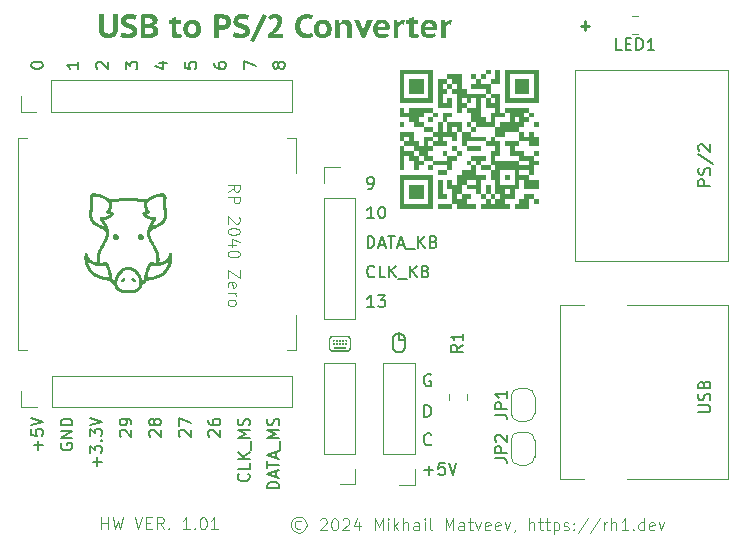
<source format=gbr>
%TF.GenerationSoftware,KiCad,Pcbnew,8.0.4*%
%TF.CreationDate,2024-08-06T16:01:05+03:00*%
%TF.ProjectId,ps2usb,70733275-7362-42e6-9b69-6361645f7063,rev?*%
%TF.SameCoordinates,Original*%
%TF.FileFunction,Legend,Top*%
%TF.FilePolarity,Positive*%
%FSLAX46Y46*%
G04 Gerber Fmt 4.6, Leading zero omitted, Abs format (unit mm)*
G04 Created by KiCad (PCBNEW 8.0.4) date 2024-08-06 16:01:05*
%MOMM*%
%LPD*%
G01*
G04 APERTURE LIST*
%ADD10C,0.000000*%
%ADD11C,0.176388*%
%ADD12C,0.200000*%
%ADD13C,0.120000*%
%ADD14C,0.125000*%
%ADD15C,0.225000*%
%ADD16C,0.150000*%
%ADD17C,0.100000*%
G04 APERTURE END LIST*
D10*
G36*
X129326278Y-92843498D02*
G01*
X129344689Y-92844921D01*
X129362794Y-92847279D01*
X129380569Y-92850562D01*
X129397988Y-92854758D01*
X129415029Y-92859857D01*
X129431667Y-92865846D01*
X129447878Y-92872716D01*
X129463637Y-92880456D01*
X129478921Y-92889053D01*
X129493705Y-92898498D01*
X129507965Y-92908780D01*
X129521678Y-92919886D01*
X129534818Y-92931808D01*
X129547362Y-92944532D01*
X129559286Y-92958049D01*
X129571411Y-92973495D01*
X129582578Y-92989611D01*
X129592778Y-93006357D01*
X129601999Y-93023690D01*
X129610231Y-93041568D01*
X129617466Y-93059951D01*
X129623693Y-93078796D01*
X129628901Y-93098061D01*
X129633081Y-93117705D01*
X129636223Y-93137686D01*
X129638316Y-93157963D01*
X129639351Y-93178493D01*
X129639318Y-93199236D01*
X129638207Y-93220149D01*
X129636007Y-93241191D01*
X129632708Y-93262319D01*
X129623310Y-93319287D01*
X129615767Y-93376218D01*
X129609956Y-93433097D01*
X129605749Y-93489912D01*
X129603023Y-93546650D01*
X129601653Y-93603298D01*
X129602476Y-93716272D01*
X129607216Y-93828729D01*
X129614872Y-93940564D01*
X129634924Y-94161952D01*
X129647665Y-94297482D01*
X129658149Y-94430635D01*
X129661896Y-94496170D01*
X129664300Y-94560931D01*
X129665102Y-94624856D01*
X129664043Y-94687886D01*
X129660862Y-94749960D01*
X129655302Y-94811018D01*
X129647101Y-94871000D01*
X129636001Y-94929845D01*
X129621742Y-94987493D01*
X129604065Y-95043884D01*
X129582710Y-95098957D01*
X129557418Y-95152652D01*
X129540831Y-95183352D01*
X129523325Y-95213028D01*
X129485706Y-95269425D01*
X129444858Y-95322079D01*
X129401076Y-95371227D01*
X129354658Y-95417107D01*
X129305901Y-95459955D01*
X129255100Y-95500010D01*
X129202554Y-95537507D01*
X129148558Y-95572684D01*
X129093409Y-95605779D01*
X129037404Y-95637028D01*
X128980839Y-95666669D01*
X128867219Y-95722075D01*
X128754920Y-95773894D01*
X128650758Y-95822261D01*
X128602715Y-95845448D01*
X128557436Y-95868183D01*
X128514976Y-95890623D01*
X128475388Y-95912928D01*
X128438728Y-95935255D01*
X128405048Y-95957764D01*
X128389343Y-95969136D01*
X128374404Y-95980613D01*
X128360237Y-95992214D01*
X128346849Y-96003959D01*
X128334247Y-96015869D01*
X128322438Y-96027962D01*
X128311428Y-96040260D01*
X128301225Y-96052781D01*
X128291834Y-96065545D01*
X128283263Y-96078573D01*
X128275519Y-96091884D01*
X128268608Y-96105497D01*
X128262538Y-96119434D01*
X128257314Y-96133712D01*
X128252944Y-96148353D01*
X128249434Y-96163377D01*
X128252092Y-96228623D01*
X128258376Y-96292393D01*
X128268062Y-96354809D01*
X128280922Y-96415997D01*
X128296729Y-96476079D01*
X128315259Y-96535181D01*
X128336283Y-96593425D01*
X128359577Y-96650937D01*
X128384913Y-96707841D01*
X128412066Y-96764260D01*
X128440809Y-96820319D01*
X128470916Y-96876142D01*
X128534315Y-96987576D01*
X128600453Y-97099555D01*
X128679024Y-97232853D01*
X128757109Y-97371840D01*
X128795008Y-97443881D01*
X128831630Y-97517839D01*
X128866591Y-97593881D01*
X128899506Y-97672171D01*
X128929991Y-97752875D01*
X128957659Y-97836158D01*
X128982127Y-97922185D01*
X129003010Y-98011122D01*
X129019921Y-98103134D01*
X129032478Y-98198386D01*
X129040294Y-98297043D01*
X129042985Y-98399271D01*
X129042604Y-98437302D01*
X129041464Y-98475320D01*
X129039571Y-98513311D01*
X129036930Y-98551258D01*
X129033548Y-98589146D01*
X129029430Y-98626959D01*
X129024581Y-98664683D01*
X129019007Y-98702301D01*
X129046269Y-98698089D01*
X129073484Y-98693305D01*
X129100630Y-98687937D01*
X129127682Y-98681970D01*
X129154621Y-98675392D01*
X129181421Y-98668188D01*
X129208063Y-98660347D01*
X129234522Y-98651853D01*
X129260778Y-98642694D01*
X129286806Y-98632855D01*
X129312586Y-98622325D01*
X129338094Y-98611088D01*
X129363309Y-98599133D01*
X129388207Y-98586444D01*
X129412767Y-98573009D01*
X129436966Y-98558814D01*
X129474895Y-98534439D01*
X129511153Y-98508392D01*
X129545734Y-98480681D01*
X129578631Y-98451313D01*
X129609841Y-98420298D01*
X129639357Y-98387642D01*
X129667173Y-98353355D01*
X129693285Y-98317444D01*
X129717686Y-98279917D01*
X129740372Y-98240783D01*
X129761336Y-98200049D01*
X129780573Y-98157723D01*
X129798077Y-98113813D01*
X129813844Y-98068328D01*
X129827867Y-98021275D01*
X129840141Y-97972663D01*
X129841596Y-97966941D01*
X129843291Y-97961332D01*
X129845219Y-97955842D01*
X129847373Y-97950476D01*
X129849748Y-97945239D01*
X129852336Y-97940135D01*
X129855131Y-97935169D01*
X129858127Y-97930346D01*
X129861318Y-97925671D01*
X129864696Y-97921149D01*
X129868255Y-97916785D01*
X129871990Y-97912584D01*
X129879957Y-97904688D01*
X129888546Y-97897501D01*
X129897704Y-97891061D01*
X129907381Y-97885409D01*
X129917525Y-97880581D01*
X129922755Y-97878489D01*
X129928082Y-97876618D01*
X129933501Y-97874973D01*
X129939003Y-97873558D01*
X129944583Y-97872379D01*
X129950235Y-97871440D01*
X129955951Y-97870747D01*
X129961726Y-97870304D01*
X129967553Y-97870115D01*
X129973425Y-97870187D01*
X129979319Y-97870512D01*
X129985147Y-97871092D01*
X129990902Y-97871922D01*
X129996579Y-97872997D01*
X130002172Y-97874311D01*
X130007674Y-97875860D01*
X130013081Y-97877638D01*
X130018385Y-97879640D01*
X130023581Y-97881861D01*
X130028664Y-97884295D01*
X130033627Y-97886937D01*
X130038463Y-97889783D01*
X130043169Y-97892826D01*
X130047736Y-97896061D01*
X130052160Y-97899484D01*
X130056434Y-97903088D01*
X130060552Y-97906870D01*
X130064510Y-97910823D01*
X130068299Y-97914942D01*
X130071916Y-97919223D01*
X130075353Y-97923659D01*
X130078605Y-97928246D01*
X130081666Y-97932978D01*
X130084530Y-97937850D01*
X130087190Y-97942857D01*
X130089642Y-97947994D01*
X130091879Y-97953256D01*
X130093895Y-97958636D01*
X130095684Y-97964131D01*
X130097240Y-97969734D01*
X130098558Y-97975441D01*
X130099631Y-97981245D01*
X130105610Y-98027623D01*
X130113572Y-98134622D01*
X130115521Y-98207549D01*
X130114635Y-98291664D01*
X130109805Y-98385644D01*
X130099920Y-98488166D01*
X130083871Y-98597909D01*
X130060546Y-98713550D01*
X130028837Y-98833765D01*
X129987633Y-98957232D01*
X129935824Y-99082630D01*
X129872300Y-99208634D01*
X129835798Y-99271451D01*
X129795951Y-99333923D01*
X129752620Y-99395886D01*
X129705666Y-99457174D01*
X129633872Y-99541203D01*
X129556901Y-99620639D01*
X129474778Y-99695470D01*
X129387524Y-99765688D01*
X129295163Y-99831283D01*
X129197718Y-99892246D01*
X129095211Y-99948566D01*
X128987666Y-100000235D01*
X128875105Y-100047242D01*
X128757552Y-100089579D01*
X128635028Y-100127235D01*
X128507558Y-100160201D01*
X128375164Y-100188467D01*
X128237869Y-100212023D01*
X128095696Y-100230861D01*
X127948668Y-100244970D01*
X127934701Y-100277003D01*
X127919563Y-100307719D01*
X127903247Y-100337126D01*
X127885748Y-100365230D01*
X127867061Y-100392037D01*
X127847181Y-100417555D01*
X127826103Y-100441790D01*
X127803821Y-100464749D01*
X127780330Y-100486437D01*
X127755625Y-100506863D01*
X127729701Y-100526033D01*
X127702553Y-100543952D01*
X127674174Y-100560629D01*
X127644561Y-100576069D01*
X127613707Y-100590279D01*
X127581608Y-100603266D01*
X127572935Y-100645746D01*
X127562407Y-100686979D01*
X127550026Y-100726960D01*
X127535794Y-100765684D01*
X127519712Y-100803144D01*
X127501782Y-100839336D01*
X127482006Y-100874253D01*
X127460386Y-100907890D01*
X127436923Y-100940242D01*
X127411618Y-100971303D01*
X127384475Y-101001068D01*
X127355494Y-101029531D01*
X127324677Y-101056686D01*
X127292026Y-101082528D01*
X127257543Y-101107051D01*
X127221229Y-101130250D01*
X127183002Y-101152164D01*
X127143109Y-101172628D01*
X127101529Y-101191648D01*
X127058239Y-101209228D01*
X127013216Y-101225373D01*
X126966438Y-101240089D01*
X126917883Y-101253379D01*
X126867527Y-101265249D01*
X126815348Y-101275705D01*
X126761324Y-101284750D01*
X126705432Y-101292390D01*
X126647650Y-101298631D01*
X126587955Y-101303475D01*
X126526325Y-101306930D01*
X126462737Y-101308999D01*
X126397168Y-101309687D01*
X126331599Y-101308999D01*
X126268011Y-101306930D01*
X126206381Y-101303475D01*
X126146686Y-101298630D01*
X126088904Y-101292390D01*
X126033012Y-101284750D01*
X125978989Y-101275705D01*
X125926811Y-101265249D01*
X125876456Y-101253379D01*
X125827901Y-101240088D01*
X125781125Y-101225373D01*
X125736103Y-101209228D01*
X125692815Y-101191648D01*
X125651237Y-101172628D01*
X125611347Y-101152163D01*
X125573123Y-101130249D01*
X125536705Y-101106979D01*
X125502129Y-101082377D01*
X125469395Y-101056451D01*
X125438505Y-101029204D01*
X125409462Y-101000642D01*
X125382267Y-100970771D01*
X125356922Y-100939596D01*
X125333429Y-100907123D01*
X125311789Y-100873357D01*
X125292005Y-100838304D01*
X125274078Y-100801968D01*
X125258010Y-100764356D01*
X125243802Y-100725472D01*
X125231458Y-100685323D01*
X125220977Y-100643913D01*
X125212364Y-100601249D01*
X125180246Y-100588106D01*
X125149381Y-100573776D01*
X125119763Y-100558252D01*
X125091387Y-100541529D01*
X125064248Y-100523600D01*
X125038340Y-100504459D01*
X125013658Y-100484099D01*
X124990196Y-100462514D01*
X124967950Y-100439698D01*
X124946914Y-100415644D01*
X124945760Y-100414172D01*
X125460940Y-100414172D01*
X125462235Y-100465893D01*
X125466749Y-100519046D01*
X125475428Y-100572975D01*
X125489216Y-100627020D01*
X125509059Y-100680525D01*
X125535901Y-100732829D01*
X125552242Y-100758326D01*
X125570687Y-100783276D01*
X125591355Y-100807597D01*
X125614363Y-100831207D01*
X125639829Y-100854024D01*
X125667872Y-100875964D01*
X125698610Y-100896947D01*
X125732161Y-100916889D01*
X125768643Y-100935709D01*
X125808174Y-100953323D01*
X125850872Y-100969651D01*
X125896855Y-100984609D01*
X125946242Y-100998116D01*
X125999150Y-101010089D01*
X126055698Y-101020445D01*
X126116004Y-101029103D01*
X126180186Y-101035980D01*
X126248362Y-101040994D01*
X126320650Y-101044063D01*
X126397168Y-101045104D01*
X126473685Y-101044063D01*
X126545971Y-101040994D01*
X126614146Y-101035980D01*
X126678326Y-101029103D01*
X126738631Y-101020445D01*
X126795178Y-101010089D01*
X126848085Y-100998116D01*
X126897471Y-100984609D01*
X126943454Y-100969651D01*
X126986151Y-100953323D01*
X127025681Y-100935709D01*
X127062162Y-100916889D01*
X127095712Y-100896947D01*
X127126449Y-100875964D01*
X127154492Y-100854024D01*
X127179958Y-100831207D01*
X127202966Y-100807597D01*
X127223633Y-100783276D01*
X127242078Y-100758326D01*
X127258419Y-100732829D01*
X127272773Y-100706868D01*
X127285260Y-100680525D01*
X127295997Y-100653881D01*
X127305103Y-100627020D01*
X127312695Y-100600024D01*
X127318891Y-100572975D01*
X127327570Y-100519046D01*
X127332084Y-100465893D01*
X127333379Y-100414172D01*
X127332190Y-100366746D01*
X127328658Y-100318964D01*
X127322835Y-100270946D01*
X127314777Y-100222816D01*
X127304535Y-100174694D01*
X127292162Y-100126705D01*
X127277713Y-100078969D01*
X127261240Y-100031609D01*
X127242797Y-99984747D01*
X127222437Y-99938505D01*
X127200212Y-99893005D01*
X127176177Y-99848370D01*
X127150384Y-99804721D01*
X127122886Y-99762181D01*
X127093738Y-99720872D01*
X127062992Y-99680917D01*
X127030701Y-99642436D01*
X126996918Y-99605552D01*
X126961698Y-99570388D01*
X126925092Y-99537066D01*
X126887154Y-99505708D01*
X126847938Y-99476435D01*
X126807497Y-99449371D01*
X126765884Y-99424637D01*
X126723151Y-99402355D01*
X126679354Y-99382648D01*
X126634543Y-99365638D01*
X126588774Y-99351446D01*
X126542098Y-99340196D01*
X126494570Y-99332009D01*
X126446242Y-99327007D01*
X126397168Y-99325312D01*
X126356390Y-99326695D01*
X126315304Y-99330804D01*
X126274017Y-99337575D01*
X126232633Y-99346948D01*
X126191257Y-99358859D01*
X126149994Y-99373249D01*
X126108950Y-99390054D01*
X126068228Y-99409212D01*
X126027935Y-99430663D01*
X125988175Y-99454343D01*
X125910675Y-99508145D01*
X125836568Y-99570124D01*
X125766695Y-99639784D01*
X125701895Y-99716631D01*
X125671661Y-99757594D01*
X125643010Y-99800168D01*
X125616047Y-99844291D01*
X125590878Y-99889901D01*
X125567608Y-99936936D01*
X125546341Y-99985335D01*
X125527183Y-100035035D01*
X125510238Y-100085974D01*
X125495612Y-100138091D01*
X125483410Y-100191324D01*
X125473737Y-100245610D01*
X125466698Y-100300888D01*
X125462397Y-100357096D01*
X125460940Y-100414172D01*
X124945760Y-100414172D01*
X124927083Y-100390347D01*
X124908452Y-100363800D01*
X124891015Y-100335997D01*
X124874767Y-100306931D01*
X124859702Y-100276596D01*
X124845816Y-100244987D01*
X124698773Y-100230881D01*
X124556585Y-100212046D01*
X124419277Y-100188492D01*
X124286870Y-100160228D01*
X124159388Y-100127265D01*
X124036854Y-100089610D01*
X123919290Y-100047275D01*
X123806719Y-100000268D01*
X123699165Y-99948599D01*
X123596650Y-99892277D01*
X123499197Y-99831312D01*
X123406830Y-99765714D01*
X123319570Y-99695491D01*
X123237442Y-99620654D01*
X123160467Y-99541212D01*
X123088669Y-99457174D01*
X123041714Y-99395887D01*
X122998381Y-99333926D01*
X122958533Y-99271454D01*
X122922029Y-99208639D01*
X122888732Y-99145644D01*
X122858502Y-99082636D01*
X122831201Y-99019779D01*
X122806690Y-98957239D01*
X122784831Y-98895182D01*
X122765484Y-98833772D01*
X122748510Y-98773175D01*
X122733772Y-98713557D01*
X122721130Y-98655082D01*
X122710446Y-98597916D01*
X122709182Y-98589275D01*
X122979396Y-98589275D01*
X122987968Y-98631084D01*
X122997729Y-98673598D01*
X123008747Y-98716732D01*
X123021090Y-98760396D01*
X123034824Y-98804505D01*
X123050017Y-98848971D01*
X123066737Y-98893707D01*
X123085052Y-98938626D01*
X123105027Y-98983640D01*
X123126732Y-99028663D01*
X123150233Y-99073606D01*
X123175598Y-99118384D01*
X123202894Y-99162909D01*
X123232189Y-99207093D01*
X123263550Y-99250850D01*
X123297045Y-99294092D01*
X123357230Y-99364264D01*
X123421854Y-99430781D01*
X123490900Y-99493633D01*
X123564350Y-99552814D01*
X123642185Y-99608315D01*
X123724387Y-99660130D01*
X123810939Y-99708250D01*
X123901822Y-99752668D01*
X123997019Y-99793377D01*
X124096512Y-99830369D01*
X124200282Y-99863636D01*
X124308311Y-99893171D01*
X124420582Y-99918966D01*
X124537076Y-99941014D01*
X124657776Y-99959307D01*
X124782664Y-99973838D01*
X124764745Y-99880189D01*
X124742809Y-99773350D01*
X124717037Y-99657383D01*
X124702770Y-99597246D01*
X124687612Y-99536350D01*
X124675890Y-99491305D01*
X124664312Y-99448504D01*
X124652888Y-99407890D01*
X124641628Y-99369407D01*
X124630543Y-99332999D01*
X124619643Y-99298608D01*
X124608939Y-99266177D01*
X124598442Y-99235651D01*
X124588162Y-99206972D01*
X124578109Y-99180083D01*
X124568294Y-99154929D01*
X124558727Y-99131452D01*
X124549420Y-99109595D01*
X124540381Y-99089303D01*
X124531623Y-99070517D01*
X124523155Y-99053182D01*
X124514988Y-99037240D01*
X124507132Y-99022636D01*
X124499599Y-99009312D01*
X124492397Y-98997212D01*
X124485539Y-98986278D01*
X124479034Y-98976455D01*
X124472892Y-98967686D01*
X124467126Y-98959913D01*
X124456757Y-98947132D01*
X124448012Y-98937658D01*
X124440975Y-98931037D01*
X124435729Y-98926816D01*
X124370624Y-98941767D01*
X124302260Y-98954651D01*
X124231022Y-98965229D01*
X124157300Y-98973264D01*
X124081481Y-98978520D01*
X124003953Y-98980758D01*
X123925104Y-98979742D01*
X123845321Y-98975233D01*
X123764993Y-98966995D01*
X123684508Y-98954790D01*
X123604252Y-98938381D01*
X123524615Y-98917531D01*
X123445983Y-98892002D01*
X123368745Y-98861556D01*
X123293289Y-98825957D01*
X123220002Y-98784967D01*
X123203085Y-98774498D01*
X123186417Y-98763793D01*
X123169999Y-98752851D01*
X123153830Y-98741672D01*
X123137910Y-98730258D01*
X123122242Y-98718609D01*
X123106823Y-98706724D01*
X123091656Y-98694606D01*
X123076740Y-98682253D01*
X123062076Y-98669667D01*
X123047663Y-98656848D01*
X123033504Y-98643797D01*
X123019597Y-98630513D01*
X123005943Y-98616998D01*
X122992543Y-98603252D01*
X122979396Y-98589275D01*
X122709182Y-98589275D01*
X122694394Y-98488172D01*
X122684508Y-98385649D01*
X122679677Y-98291668D01*
X122678791Y-98207552D01*
X122680740Y-98134624D01*
X122688704Y-98027623D01*
X122694688Y-97981245D01*
X122695759Y-97975441D01*
X122697076Y-97969734D01*
X122698631Y-97964131D01*
X122700419Y-97958636D01*
X122702434Y-97953255D01*
X122704671Y-97947994D01*
X122707122Y-97942857D01*
X122709782Y-97937850D01*
X122712646Y-97932977D01*
X122715706Y-97928245D01*
X122718958Y-97923658D01*
X122722396Y-97919222D01*
X122726012Y-97914942D01*
X122729802Y-97910822D01*
X122733760Y-97906869D01*
X122737879Y-97903088D01*
X122742154Y-97899483D01*
X122746578Y-97896060D01*
X122751146Y-97892825D01*
X122755851Y-97889782D01*
X122760689Y-97886937D01*
X122765652Y-97884294D01*
X122770735Y-97881860D01*
X122775932Y-97879640D01*
X122781237Y-97877638D01*
X122786643Y-97875860D01*
X122792146Y-97874311D01*
X122797740Y-97872996D01*
X122803417Y-97871921D01*
X122809172Y-97871091D01*
X122815000Y-97870511D01*
X122820894Y-97870186D01*
X122826781Y-97870100D01*
X122832620Y-97870276D01*
X122838406Y-97870708D01*
X122844132Y-97871392D01*
X122849791Y-97872323D01*
X122855377Y-97873496D01*
X122860885Y-97874906D01*
X122866307Y-97876548D01*
X122871636Y-97878416D01*
X122876868Y-97880507D01*
X122881995Y-97882815D01*
X122887011Y-97885335D01*
X122891909Y-97888063D01*
X122896684Y-97890992D01*
X122901328Y-97894119D01*
X122905836Y-97897438D01*
X122910200Y-97900945D01*
X122914416Y-97904634D01*
X122918476Y-97908501D01*
X122922373Y-97912540D01*
X122926102Y-97916746D01*
X122929657Y-97921116D01*
X122933030Y-97925643D01*
X122936215Y-97930322D01*
X122939206Y-97935150D01*
X122941997Y-97940120D01*
X122944581Y-97945228D01*
X122946953Y-97950469D01*
X122949104Y-97955838D01*
X122951030Y-97961330D01*
X122952723Y-97966940D01*
X122954178Y-97972663D01*
X122966452Y-98021272D01*
X122980475Y-98068323D01*
X122996242Y-98113807D01*
X123013746Y-98157715D01*
X123032983Y-98200041D01*
X123053947Y-98240775D01*
X123076633Y-98279910D01*
X123101034Y-98317438D01*
X123127146Y-98353349D01*
X123154962Y-98387638D01*
X123184478Y-98420294D01*
X123215688Y-98451310D01*
X123248585Y-98480679D01*
X123283166Y-98508391D01*
X123319424Y-98534438D01*
X123357353Y-98558814D01*
X123379303Y-98571732D01*
X123401552Y-98584022D01*
X123424083Y-98595694D01*
X123446881Y-98606757D01*
X123469927Y-98617222D01*
X123493207Y-98627100D01*
X123516702Y-98636401D01*
X123540395Y-98645135D01*
X123564271Y-98653312D01*
X123588313Y-98660943D01*
X123612503Y-98668038D01*
X123636825Y-98674607D01*
X123685797Y-98686211D01*
X123735096Y-98695835D01*
X123729754Y-98659008D01*
X123725104Y-98622083D01*
X123721154Y-98585073D01*
X123717908Y-98547994D01*
X123715373Y-98510859D01*
X123713555Y-98473684D01*
X123712460Y-98436483D01*
X123712094Y-98399287D01*
X123976677Y-98399287D01*
X123977158Y-98439228D01*
X123978597Y-98479149D01*
X123980990Y-98519027D01*
X123984334Y-98558835D01*
X123988623Y-98598548D01*
X123993853Y-98638142D01*
X124000020Y-98677591D01*
X124007121Y-98716870D01*
X124057381Y-98715406D01*
X124106895Y-98712438D01*
X124155509Y-98708056D01*
X124203070Y-98702349D01*
X124249424Y-98695407D01*
X124294420Y-98687321D01*
X124337903Y-98678179D01*
X124379720Y-98668071D01*
X124388904Y-98665887D01*
X124398663Y-98663976D01*
X124408969Y-98662407D01*
X124419793Y-98661250D01*
X124431106Y-98660574D01*
X124442881Y-98660448D01*
X124455087Y-98660941D01*
X124467696Y-98662122D01*
X124480680Y-98664061D01*
X124494010Y-98666827D01*
X124507657Y-98670490D01*
X124521593Y-98675117D01*
X124535788Y-98680780D01*
X124550215Y-98687546D01*
X124564844Y-98695485D01*
X124579646Y-98704667D01*
X124615145Y-98731522D01*
X124634399Y-98749335D01*
X124654587Y-98770768D01*
X124675660Y-98796342D01*
X124697567Y-98826579D01*
X124720257Y-98862000D01*
X124743679Y-98903129D01*
X124767784Y-98950485D01*
X124792521Y-99004592D01*
X124817838Y-99065970D01*
X124843686Y-99135142D01*
X124870013Y-99212630D01*
X124896770Y-99298955D01*
X124923905Y-99394638D01*
X124951369Y-99500202D01*
X124976114Y-99603263D01*
X124998203Y-99702161D01*
X125017568Y-99794773D01*
X125034140Y-99878976D01*
X125058639Y-100013657D01*
X125071159Y-100089214D01*
X125076457Y-100106087D01*
X125082100Y-100122395D01*
X125088096Y-100138146D01*
X125094455Y-100153349D01*
X125101183Y-100168013D01*
X125108291Y-100182146D01*
X125115786Y-100195757D01*
X125123677Y-100208855D01*
X125131972Y-100221449D01*
X125140681Y-100233546D01*
X125149810Y-100245156D01*
X125159370Y-100256288D01*
X125169368Y-100266949D01*
X125179813Y-100277150D01*
X125190714Y-100286897D01*
X125202078Y-100296201D01*
X125208763Y-100239365D01*
X125217941Y-100182507D01*
X125229560Y-100125749D01*
X125243569Y-100069208D01*
X125259917Y-100013005D01*
X125278551Y-99957261D01*
X125299421Y-99902093D01*
X125322475Y-99847623D01*
X125347662Y-99793969D01*
X125374930Y-99741252D01*
X125404227Y-99689592D01*
X125435503Y-99639107D01*
X125468705Y-99589918D01*
X125503783Y-99542144D01*
X125540684Y-99495906D01*
X125579357Y-99451322D01*
X125619752Y-99408513D01*
X125661815Y-99367598D01*
X125705497Y-99328697D01*
X125750745Y-99291930D01*
X125797508Y-99257417D01*
X125845735Y-99225276D01*
X125895373Y-99195628D01*
X125946372Y-99168593D01*
X125998680Y-99144290D01*
X126052246Y-99122839D01*
X126107018Y-99104360D01*
X126162944Y-99088972D01*
X126219974Y-99076795D01*
X126278056Y-99067949D01*
X126337137Y-99062554D01*
X126397168Y-99060729D01*
X126456526Y-99062540D01*
X126515495Y-99067944D01*
X126573994Y-99076900D01*
X126631939Y-99089366D01*
X126689250Y-99105301D01*
X126745843Y-99124661D01*
X126801636Y-99147406D01*
X126856548Y-99173493D01*
X126910497Y-99202881D01*
X126963399Y-99235529D01*
X127015174Y-99271393D01*
X127065738Y-99310433D01*
X127115011Y-99352606D01*
X127162908Y-99397870D01*
X127209350Y-99446185D01*
X127254252Y-99497507D01*
X127289474Y-99541347D01*
X127322967Y-99586421D01*
X127354700Y-99632643D01*
X127384640Y-99679927D01*
X127412756Y-99728188D01*
X127439017Y-99777340D01*
X127463390Y-99827297D01*
X127485843Y-99877974D01*
X127506346Y-99929284D01*
X127524865Y-99981142D01*
X127541369Y-100033462D01*
X127555827Y-100086159D01*
X127568206Y-100139147D01*
X127578475Y-100192339D01*
X127586602Y-100245651D01*
X127592555Y-100298996D01*
X127603836Y-100289769D01*
X127614650Y-100280079D01*
X127625007Y-100269912D01*
X127634919Y-100259258D01*
X127644396Y-100248105D01*
X127653449Y-100236442D01*
X127662090Y-100224258D01*
X127670330Y-100211541D01*
X127678180Y-100198279D01*
X127685650Y-100184461D01*
X127692753Y-100170077D01*
X127699498Y-100155114D01*
X127705897Y-100139561D01*
X127711961Y-100123406D01*
X127717701Y-100106639D01*
X127723128Y-100089247D01*
X127735631Y-100013775D01*
X127742898Y-99973823D01*
X128011605Y-99973823D01*
X128136493Y-99959295D01*
X128257194Y-99941004D01*
X128373689Y-99918958D01*
X128485961Y-99893164D01*
X128593992Y-99863631D01*
X128697764Y-99830365D01*
X128797258Y-99793374D01*
X128892457Y-99752666D01*
X128983343Y-99708248D01*
X129069898Y-99660129D01*
X129152103Y-99608315D01*
X129229941Y-99552813D01*
X129303393Y-99493633D01*
X129372442Y-99430781D01*
X129437069Y-99364264D01*
X129497257Y-99294092D01*
X129530746Y-99250855D01*
X129562103Y-99207103D01*
X129591394Y-99162922D01*
X129618688Y-99118400D01*
X129644051Y-99073624D01*
X129667550Y-99028682D01*
X129689254Y-98983659D01*
X129709230Y-98938644D01*
X129727544Y-98893725D01*
X129744265Y-98848987D01*
X129759459Y-98804519D01*
X129773194Y-98760408D01*
X129785537Y-98716740D01*
X129796556Y-98673604D01*
X129806318Y-98631087D01*
X129814890Y-98589275D01*
X129801744Y-98603251D01*
X129788344Y-98616997D01*
X129774692Y-98630511D01*
X129760787Y-98643794D01*
X129732220Y-98669662D01*
X129702644Y-98694597D01*
X129672063Y-98718597D01*
X129640477Y-98741658D01*
X129607889Y-98763777D01*
X129574301Y-98784950D01*
X129501011Y-98825940D01*
X129425552Y-98861540D01*
X129348312Y-98891985D01*
X129269678Y-98917515D01*
X129190039Y-98938365D01*
X129109782Y-98954774D01*
X129029295Y-98966979D01*
X128948966Y-98975217D01*
X128869183Y-98979725D01*
X128790333Y-98980742D01*
X128712805Y-98978504D01*
X128636986Y-98973248D01*
X128563264Y-98965213D01*
X128492026Y-98954635D01*
X128423661Y-98941752D01*
X128358557Y-98926800D01*
X128346258Y-98937659D01*
X128327111Y-98959965D01*
X128301792Y-98997357D01*
X128287029Y-99022850D01*
X128270976Y-99053480D01*
X128253717Y-99089703D01*
X128235336Y-99131974D01*
X128215919Y-99180748D01*
X128195548Y-99236481D01*
X128174310Y-99299628D01*
X128152287Y-99370644D01*
X128129565Y-99449984D01*
X128106227Y-99538103D01*
X128091126Y-99598827D01*
X128076918Y-99658761D01*
X128051264Y-99774263D01*
X128029436Y-99880615D01*
X128011605Y-99973823D01*
X127742898Y-99973823D01*
X127760130Y-99879092D01*
X127796079Y-99702213D01*
X127818177Y-99603267D01*
X127842934Y-99500153D01*
X127856702Y-99446103D01*
X127870395Y-99394589D01*
X127884005Y-99345544D01*
X127897528Y-99298905D01*
X127910955Y-99254606D01*
X127924282Y-99212580D01*
X127937502Y-99172765D01*
X127950608Y-99135093D01*
X127963594Y-99099500D01*
X127976454Y-99065921D01*
X127989182Y-99034290D01*
X128001771Y-99004542D01*
X128014214Y-98976613D01*
X128026506Y-98950436D01*
X128038641Y-98925946D01*
X128050611Y-98903079D01*
X128062411Y-98881769D01*
X128074034Y-98861951D01*
X128085474Y-98843559D01*
X128096725Y-98826529D01*
X128107780Y-98810795D01*
X128118632Y-98796292D01*
X128129277Y-98782955D01*
X128139707Y-98770718D01*
X128149915Y-98759517D01*
X128159897Y-98749286D01*
X128169645Y-98739959D01*
X128179152Y-98731472D01*
X128197423Y-98716757D01*
X128214657Y-98704617D01*
X128222078Y-98699865D01*
X128229460Y-98695433D01*
X128236797Y-98691311D01*
X128244088Y-98687491D01*
X128258513Y-98680724D01*
X128272708Y-98675061D01*
X128286642Y-98670433D01*
X128300289Y-98666770D01*
X128313617Y-98664005D01*
X128326601Y-98662066D01*
X128339209Y-98660886D01*
X128351415Y-98660394D01*
X128363189Y-98660521D01*
X128374503Y-98661199D01*
X128385328Y-98662357D01*
X128395635Y-98663926D01*
X128405396Y-98665837D01*
X128414583Y-98668022D01*
X128452270Y-98677192D01*
X128491327Y-98685584D01*
X128531641Y-98693132D01*
X128573099Y-98699767D01*
X128615589Y-98705425D01*
X128658998Y-98710038D01*
X128703214Y-98713539D01*
X128748123Y-98715862D01*
X128755183Y-98676701D01*
X128761317Y-98637370D01*
X128766518Y-98597895D01*
X128770785Y-98558300D01*
X128774110Y-98518612D01*
X128776491Y-98478855D01*
X128777923Y-98439055D01*
X128778402Y-98399238D01*
X128776039Y-98310355D01*
X128769157Y-98224467D01*
X128758069Y-98141393D01*
X128743085Y-98060950D01*
X128724519Y-97982956D01*
X128702682Y-97907230D01*
X128677885Y-97833591D01*
X128650441Y-97761855D01*
X128620661Y-97691841D01*
X128588857Y-97623368D01*
X128555341Y-97556253D01*
X128520425Y-97490314D01*
X128447639Y-97361240D01*
X128372994Y-97234691D01*
X128301775Y-97114006D01*
X128232317Y-96991286D01*
X128198986Y-96928845D01*
X128166981Y-96865514D01*
X128136596Y-96801166D01*
X128108127Y-96735674D01*
X128081869Y-96668912D01*
X128058116Y-96600751D01*
X128037163Y-96531066D01*
X128019306Y-96459729D01*
X128004840Y-96386613D01*
X127994059Y-96311591D01*
X127987259Y-96234537D01*
X127984734Y-96155323D01*
X127984734Y-96155141D01*
X127984668Y-96150279D01*
X127985773Y-96112633D01*
X127989086Y-96073161D01*
X127994603Y-96031874D01*
X128002319Y-95988784D01*
X128012232Y-95943901D01*
X128024336Y-95897236D01*
X128038629Y-95848802D01*
X128055107Y-95798609D01*
X128073765Y-95746668D01*
X128094601Y-95692990D01*
X128117609Y-95637587D01*
X128142786Y-95580470D01*
X128199633Y-95461137D01*
X128265110Y-95335082D01*
X128302651Y-95266753D01*
X128339481Y-95201969D01*
X128374980Y-95141375D01*
X128408531Y-95085613D01*
X128360234Y-95079908D01*
X128309509Y-95072285D01*
X128256818Y-95062496D01*
X128202624Y-95050293D01*
X128147389Y-95035427D01*
X128091577Y-95017652D01*
X128035650Y-94996719D01*
X127980071Y-94972381D01*
X127925302Y-94944390D01*
X127871808Y-94912498D01*
X127845682Y-94895012D01*
X127820049Y-94876458D01*
X127794966Y-94856804D01*
X127770490Y-94836021D01*
X127746680Y-94814076D01*
X127723593Y-94790940D01*
X127701288Y-94766580D01*
X127679821Y-94740967D01*
X127659251Y-94714068D01*
X127639636Y-94685854D01*
X127621034Y-94656293D01*
X127606004Y-94629769D01*
X127937589Y-94629769D01*
X127961465Y-94650501D01*
X127986369Y-94669764D01*
X128012187Y-94687610D01*
X128038801Y-94704092D01*
X128066096Y-94719264D01*
X128093955Y-94733179D01*
X128122262Y-94745889D01*
X128150902Y-94757448D01*
X128179756Y-94767910D01*
X128208711Y-94777327D01*
X128266454Y-94793239D01*
X128323201Y-94805611D01*
X128378023Y-94814867D01*
X128429990Y-94821434D01*
X128478173Y-94825736D01*
X128521643Y-94828198D01*
X128559469Y-94829247D01*
X128614476Y-94828804D01*
X128635758Y-94827809D01*
X128640509Y-94827513D01*
X128645243Y-94827390D01*
X128649958Y-94827438D01*
X128654648Y-94827654D01*
X128659311Y-94828037D01*
X128663941Y-94828584D01*
X128668536Y-94829293D01*
X128673092Y-94830163D01*
X128677604Y-94831190D01*
X128682069Y-94832373D01*
X128686484Y-94833711D01*
X128690843Y-94835199D01*
X128695143Y-94836838D01*
X128699381Y-94838624D01*
X128703553Y-94840555D01*
X128707654Y-94842630D01*
X128711681Y-94844846D01*
X128715631Y-94847201D01*
X128719498Y-94849693D01*
X128723280Y-94852319D01*
X128726972Y-94855079D01*
X128730571Y-94857969D01*
X128734072Y-94860987D01*
X128737473Y-94864133D01*
X128740768Y-94867402D01*
X128743955Y-94870793D01*
X128747029Y-94874305D01*
X128749987Y-94877935D01*
X128752824Y-94881680D01*
X128755537Y-94885540D01*
X128758122Y-94889511D01*
X128760575Y-94893591D01*
X128765026Y-94901980D01*
X128768833Y-94910585D01*
X128772000Y-94919371D01*
X128774526Y-94928305D01*
X128776413Y-94937351D01*
X128777661Y-94946476D01*
X128778272Y-94955645D01*
X128778246Y-94964824D01*
X128777586Y-94973978D01*
X128776290Y-94983074D01*
X128774361Y-94992076D01*
X128771800Y-95000950D01*
X128768607Y-95009662D01*
X128764784Y-95018178D01*
X128760332Y-95026462D01*
X128755250Y-95034482D01*
X128721645Y-95084645D01*
X128682400Y-95145536D01*
X128638828Y-95215625D01*
X128592240Y-95293383D01*
X128543950Y-95377279D01*
X128495269Y-95465783D01*
X128447509Y-95557366D01*
X128401982Y-95650498D01*
X128431469Y-95634982D01*
X128461338Y-95619796D01*
X128491523Y-95604898D01*
X128521960Y-95590246D01*
X128583336Y-95561510D01*
X128644952Y-95533254D01*
X128745998Y-95486699D01*
X128846057Y-95438340D01*
X128895139Y-95413044D01*
X128943283Y-95386767D01*
X128990257Y-95359335D01*
X129035831Y-95330569D01*
X129079773Y-95300295D01*
X129121854Y-95268335D01*
X129161842Y-95234514D01*
X129199507Y-95198654D01*
X129217396Y-95179905D01*
X129234617Y-95160580D01*
X129251143Y-95140657D01*
X129266943Y-95120115D01*
X129281990Y-95098931D01*
X129296254Y-95077083D01*
X129309706Y-95054549D01*
X129322318Y-95031307D01*
X129341377Y-94990384D01*
X129357390Y-94947662D01*
X129370554Y-94903188D01*
X129381064Y-94857009D01*
X129389116Y-94809175D01*
X129394907Y-94759733D01*
X129398632Y-94708730D01*
X129400489Y-94656215D01*
X129400671Y-94602235D01*
X129399377Y-94546838D01*
X129393140Y-94431985D01*
X129383346Y-94312040D01*
X129371564Y-94187385D01*
X129350925Y-93958225D01*
X129342943Y-93839122D01*
X129338053Y-93717556D01*
X129337404Y-93593942D01*
X129339030Y-93531496D01*
X129342147Y-93468694D01*
X129346900Y-93405588D01*
X129353432Y-93342229D01*
X129361886Y-93278668D01*
X129372407Y-93214959D01*
X129373453Y-93208442D01*
X129374210Y-93201994D01*
X129374681Y-93195629D01*
X129374869Y-93189362D01*
X129374778Y-93183211D01*
X129374410Y-93177190D01*
X129373767Y-93171314D01*
X129372854Y-93165600D01*
X129371672Y-93160062D01*
X129370225Y-93154718D01*
X129368516Y-93149581D01*
X129366547Y-93144668D01*
X129364322Y-93139994D01*
X129361843Y-93135575D01*
X129359113Y-93131426D01*
X129356136Y-93127564D01*
X129353978Y-93125127D01*
X129351711Y-93122851D01*
X129349331Y-93120736D01*
X129346838Y-93118780D01*
X129344230Y-93116985D01*
X129341506Y-93115348D01*
X129338665Y-93113869D01*
X129335705Y-93112549D01*
X129332624Y-93111386D01*
X129329423Y-93110379D01*
X129326098Y-93109529D01*
X129322649Y-93108835D01*
X129319075Y-93108296D01*
X129315373Y-93107911D01*
X129311544Y-93107681D01*
X129307584Y-93107604D01*
X129267354Y-93108205D01*
X129226081Y-93109991D01*
X129183893Y-93112937D01*
X129140912Y-93117019D01*
X129097263Y-93122212D01*
X129053070Y-93128492D01*
X128963551Y-93144214D01*
X128873351Y-93163987D01*
X128783463Y-93187616D01*
X128738947Y-93200814D01*
X128694882Y-93214902D01*
X128651393Y-93229856D01*
X128608604Y-93245651D01*
X128571578Y-93260247D01*
X128533166Y-93276347D01*
X128493599Y-93293999D01*
X128453111Y-93313252D01*
X128411935Y-93334153D01*
X128370303Y-93356750D01*
X128328447Y-93381091D01*
X128286601Y-93407224D01*
X128244996Y-93435197D01*
X128203867Y-93465058D01*
X128163444Y-93496854D01*
X128123962Y-93530633D01*
X128085653Y-93566444D01*
X128048748Y-93604335D01*
X128013482Y-93644353D01*
X127980087Y-93686546D01*
X127983917Y-93761221D01*
X127987416Y-93801522D01*
X127992180Y-93843323D01*
X127998368Y-93886267D01*
X128006137Y-93929999D01*
X128015645Y-93974162D01*
X128027049Y-94018399D01*
X128040506Y-94062354D01*
X128056176Y-94105671D01*
X128074215Y-94147992D01*
X128094780Y-94188962D01*
X128118030Y-94228223D01*
X128130711Y-94247102D01*
X128144122Y-94265420D01*
X128158283Y-94283133D01*
X128173214Y-94300196D01*
X128188934Y-94316565D01*
X128205463Y-94332195D01*
X128211798Y-94338287D01*
X128217670Y-94344734D01*
X128223071Y-94351508D01*
X128227991Y-94358584D01*
X128232422Y-94365936D01*
X128236357Y-94373538D01*
X128239785Y-94381362D01*
X128242699Y-94389384D01*
X128245090Y-94397577D01*
X128246950Y-94405916D01*
X128248270Y-94414373D01*
X128249042Y-94422922D01*
X128249257Y-94431538D01*
X128248906Y-94440195D01*
X128247981Y-94448866D01*
X128246474Y-94457525D01*
X128244397Y-94466065D01*
X128241781Y-94474384D01*
X128238644Y-94482460D01*
X128235004Y-94490274D01*
X128230881Y-94497804D01*
X128226291Y-94505030D01*
X128221254Y-94511931D01*
X128215788Y-94518487D01*
X128209911Y-94524677D01*
X128203641Y-94530480D01*
X128196996Y-94535877D01*
X128189996Y-94540845D01*
X128182657Y-94545366D01*
X128174999Y-94549418D01*
X128167040Y-94552980D01*
X128158797Y-94556033D01*
X127937589Y-94629769D01*
X127606004Y-94629769D01*
X127603502Y-94625353D01*
X127600234Y-94618835D01*
X127597344Y-94612183D01*
X127594834Y-94605412D01*
X127592704Y-94598540D01*
X127590955Y-94591581D01*
X127589588Y-94584553D01*
X127588604Y-94577471D01*
X127588004Y-94570351D01*
X127587789Y-94563209D01*
X127587959Y-94556061D01*
X127588517Y-94548924D01*
X127589461Y-94541812D01*
X127590795Y-94534743D01*
X127592518Y-94527731D01*
X127594631Y-94520794D01*
X127597136Y-94513947D01*
X127600017Y-94507246D01*
X127603243Y-94500748D01*
X127606805Y-94494465D01*
X127610689Y-94488407D01*
X127614884Y-94482586D01*
X127619379Y-94477012D01*
X127624162Y-94471697D01*
X127629221Y-94466651D01*
X127634545Y-94461886D01*
X127640122Y-94457412D01*
X127645940Y-94453240D01*
X127651988Y-94449381D01*
X127658255Y-94445847D01*
X127664728Y-94442649D01*
X127671396Y-94439796D01*
X127678247Y-94437301D01*
X127892543Y-94365863D01*
X127863983Y-94317040D01*
X127838568Y-94266826D01*
X127816121Y-94215559D01*
X127796469Y-94163578D01*
X127779435Y-94111222D01*
X127764845Y-94058827D01*
X127752523Y-94006732D01*
X127742295Y-93955275D01*
X127733984Y-93904795D01*
X127727416Y-93855629D01*
X127722415Y-93808116D01*
X127718807Y-93762593D01*
X127715067Y-93678872D01*
X127714793Y-93607171D01*
X127637828Y-93592289D01*
X127537349Y-93575742D01*
X127412577Y-93558655D01*
X127262737Y-93542151D01*
X127087052Y-93527357D01*
X126884743Y-93515397D01*
X126655035Y-93507396D01*
X126397151Y-93504479D01*
X126357927Y-93504479D01*
X126225447Y-93505232D01*
X126100105Y-93507395D01*
X125981804Y-93510829D01*
X125870446Y-93515393D01*
X125765934Y-93520948D01*
X125668171Y-93527351D01*
X125492499Y-93542145D01*
X125342653Y-93558652D01*
X125217852Y-93575749D01*
X125117317Y-93592313D01*
X125040269Y-93607220D01*
X125039995Y-93678921D01*
X125036254Y-93762640D01*
X125032646Y-93808162D01*
X125027646Y-93855674D01*
X125021077Y-93904838D01*
X125012767Y-93955317D01*
X125002538Y-94006772D01*
X124990216Y-94058865D01*
X124975626Y-94111258D01*
X124958593Y-94163614D01*
X124938940Y-94215594D01*
X124916494Y-94266859D01*
X124891078Y-94317073D01*
X124862519Y-94365896D01*
X125076815Y-94437334D01*
X125083666Y-94439829D01*
X125090334Y-94442682D01*
X125096807Y-94445882D01*
X125103073Y-94449417D01*
X125109122Y-94453276D01*
X125114940Y-94457449D01*
X125120517Y-94461924D01*
X125125841Y-94466690D01*
X125130900Y-94471737D01*
X125135683Y-94477052D01*
X125140178Y-94482626D01*
X125144373Y-94488447D01*
X125148257Y-94494504D01*
X125151819Y-94500786D01*
X125155045Y-94507282D01*
X125157926Y-94513980D01*
X125160431Y-94520827D01*
X125162545Y-94527764D01*
X125164268Y-94534776D01*
X125165603Y-94541845D01*
X125166549Y-94548957D01*
X125167107Y-94556094D01*
X125167279Y-94563242D01*
X125167064Y-94570384D01*
X125166465Y-94577504D01*
X125165481Y-94584586D01*
X125164115Y-94591614D01*
X125162365Y-94598573D01*
X125160234Y-94605445D01*
X125157722Y-94612216D01*
X125154830Y-94618868D01*
X125151559Y-94625386D01*
X125134029Y-94656323D01*
X125115428Y-94685881D01*
X125095814Y-94714094D01*
X125075245Y-94740990D01*
X125053779Y-94766602D01*
X125031473Y-94790960D01*
X125008387Y-94814096D01*
X124984576Y-94836040D01*
X124960100Y-94856823D01*
X124935017Y-94876476D01*
X124883257Y-94912517D01*
X124829761Y-94944409D01*
X124774991Y-94972402D01*
X124719411Y-94996741D01*
X124663482Y-95017676D01*
X124607669Y-95035453D01*
X124552433Y-95050321D01*
X124498239Y-95062526D01*
X124445549Y-95072317D01*
X124394825Y-95079941D01*
X124346532Y-95085646D01*
X124380092Y-95141408D01*
X124415596Y-95202004D01*
X124452428Y-95266793D01*
X124489969Y-95335131D01*
X124523784Y-95398991D01*
X124555446Y-95461181D01*
X124584950Y-95521692D01*
X124612292Y-95580510D01*
X124637470Y-95637626D01*
X124660478Y-95693028D01*
X124681313Y-95746705D01*
X124699972Y-95798646D01*
X124716449Y-95848839D01*
X124730743Y-95897274D01*
X124742847Y-95943939D01*
X124752760Y-95988824D01*
X124760476Y-96031916D01*
X124765993Y-96073205D01*
X124769306Y-96112680D01*
X124770411Y-96150329D01*
X124770344Y-96155191D01*
X124770344Y-96155373D01*
X124767820Y-96234587D01*
X124761020Y-96311641D01*
X124750239Y-96386663D01*
X124735773Y-96459778D01*
X124717916Y-96531115D01*
X124696963Y-96600801D01*
X124673210Y-96668961D01*
X124646952Y-96735724D01*
X124618482Y-96801216D01*
X124588098Y-96865563D01*
X124556093Y-96928894D01*
X124522762Y-96991336D01*
X124453304Y-97114056D01*
X124382085Y-97234740D01*
X124307440Y-97361290D01*
X124234654Y-97490364D01*
X124199738Y-97556302D01*
X124166222Y-97623417D01*
X124134418Y-97691890D01*
X124104638Y-97761904D01*
X124077194Y-97833640D01*
X124052397Y-97907280D01*
X124030560Y-97983006D01*
X124011994Y-98060999D01*
X123997010Y-98141442D01*
X123985922Y-98224517D01*
X123979040Y-98310405D01*
X123976677Y-98399287D01*
X123712094Y-98399287D01*
X123712093Y-98399271D01*
X123714784Y-98297043D01*
X123722601Y-98198386D01*
X123735157Y-98103134D01*
X123752069Y-98011122D01*
X123772952Y-97922185D01*
X123797420Y-97836157D01*
X123825089Y-97752874D01*
X123855574Y-97672169D01*
X123888490Y-97593878D01*
X123923453Y-97517835D01*
X123960076Y-97443875D01*
X123997976Y-97371833D01*
X124076066Y-97232842D01*
X124154642Y-97099538D01*
X124220781Y-96987559D01*
X124284180Y-96876125D01*
X124314286Y-96820302D01*
X124343029Y-96764243D01*
X124370182Y-96707824D01*
X124395518Y-96650920D01*
X124418812Y-96593408D01*
X124439837Y-96535163D01*
X124458366Y-96476062D01*
X124474174Y-96415980D01*
X124487033Y-96354792D01*
X124496719Y-96292376D01*
X124503004Y-96228606D01*
X124505662Y-96163359D01*
X124497779Y-96133695D01*
X124486482Y-96105480D01*
X124471826Y-96078556D01*
X124453864Y-96052764D01*
X124432650Y-96027946D01*
X124408239Y-96003942D01*
X124380685Y-95980596D01*
X124350041Y-95957747D01*
X124316362Y-95935239D01*
X124279703Y-95912911D01*
X124240116Y-95890607D01*
X124197657Y-95868166D01*
X124104337Y-95822244D01*
X124000175Y-95773876D01*
X123887882Y-95722059D01*
X123774263Y-95666655D01*
X123717699Y-95637015D01*
X123661694Y-95605767D01*
X123606544Y-95572673D01*
X123552548Y-95537496D01*
X123500000Y-95500000D01*
X123449199Y-95459946D01*
X123400440Y-95417098D01*
X123354022Y-95371218D01*
X123331782Y-95347066D01*
X123310239Y-95322068D01*
X123289429Y-95296194D01*
X123269390Y-95269413D01*
X123250158Y-95241697D01*
X123231770Y-95213014D01*
X123214264Y-95183337D01*
X123197677Y-95152635D01*
X123172385Y-95098943D01*
X123151030Y-95043872D01*
X123133353Y-94987484D01*
X123119094Y-94929838D01*
X123107994Y-94870995D01*
X123099794Y-94811014D01*
X123094233Y-94749957D01*
X123091052Y-94687884D01*
X123089993Y-94624855D01*
X123090277Y-94602240D01*
X123354430Y-94602240D01*
X123354612Y-94656221D01*
X123356468Y-94708737D01*
X123360192Y-94759740D01*
X123365982Y-94809183D01*
X123374033Y-94857016D01*
X123384542Y-94903194D01*
X123397705Y-94947667D01*
X123413718Y-94990387D01*
X123432776Y-95031307D01*
X123458841Y-95077083D01*
X123488151Y-95120115D01*
X123520477Y-95160580D01*
X123555588Y-95198654D01*
X123593253Y-95234514D01*
X123633242Y-95268335D01*
X123675323Y-95300295D01*
X123719266Y-95330569D01*
X123764841Y-95359335D01*
X123811816Y-95386767D01*
X123859961Y-95413044D01*
X123909045Y-95438340D01*
X124009108Y-95486699D01*
X124110159Y-95533254D01*
X124171768Y-95561510D01*
X124233145Y-95590245D01*
X124263584Y-95604898D01*
X124293771Y-95619796D01*
X124323641Y-95634982D01*
X124353129Y-95650498D01*
X124330725Y-95603837D01*
X124307598Y-95557372D01*
X124259836Y-95465793D01*
X124211154Y-95377291D01*
X124162865Y-95293395D01*
X124116279Y-95215637D01*
X124072709Y-95145545D01*
X124033466Y-95084650D01*
X123999861Y-95034482D01*
X123994770Y-95026449D01*
X123990307Y-95018150D01*
X123986474Y-95009619D01*
X123983272Y-95000890D01*
X123980701Y-94991999D01*
X123978764Y-94982980D01*
X123977462Y-94973868D01*
X123976797Y-94964696D01*
X123976768Y-94955500D01*
X123977379Y-94946315D01*
X123978630Y-94937175D01*
X123980523Y-94928114D01*
X123983058Y-94919168D01*
X123986238Y-94910370D01*
X123990063Y-94901756D01*
X123994536Y-94893360D01*
X123999599Y-94885305D01*
X124005175Y-94877704D01*
X124011233Y-94870571D01*
X124017740Y-94863924D01*
X124024667Y-94857777D01*
X124031982Y-94852147D01*
X124039654Y-94847051D01*
X124047651Y-94842504D01*
X124055943Y-94838522D01*
X124064499Y-94835122D01*
X124073286Y-94832318D01*
X124082275Y-94830129D01*
X124091434Y-94828569D01*
X124100731Y-94827654D01*
X124110136Y-94827401D01*
X124119618Y-94827826D01*
X124195768Y-94829266D01*
X124277018Y-94825750D01*
X124325184Y-94821445D01*
X124377136Y-94814876D01*
X124431946Y-94805616D01*
X124488684Y-94793242D01*
X124546421Y-94777327D01*
X124604226Y-94757447D01*
X124661170Y-94733176D01*
X124716323Y-94704089D01*
X124742938Y-94687607D01*
X124768756Y-94669762D01*
X124793662Y-94650500D01*
X124817539Y-94629769D01*
X124596314Y-94556033D01*
X124588072Y-94552977D01*
X124580113Y-94549412D01*
X124572455Y-94545359D01*
X124565116Y-94540836D01*
X124558115Y-94535866D01*
X124551471Y-94530469D01*
X124545201Y-94524664D01*
X124539324Y-94518474D01*
X124533857Y-94511919D01*
X124528820Y-94505018D01*
X124524231Y-94497793D01*
X124520107Y-94490265D01*
X124516468Y-94482453D01*
X124513331Y-94474379D01*
X124510715Y-94466062D01*
X124508638Y-94457525D01*
X124507131Y-94448869D01*
X124506206Y-94440200D01*
X124505855Y-94431545D01*
X124506070Y-94422929D01*
X124506841Y-94414380D01*
X124508161Y-94405923D01*
X124510021Y-94397584D01*
X124512412Y-94389391D01*
X124515326Y-94381368D01*
X124518755Y-94373542D01*
X124522689Y-94365940D01*
X124527121Y-94358587D01*
X124532041Y-94351510D01*
X124537441Y-94344735D01*
X124543313Y-94338288D01*
X124549648Y-94332195D01*
X124566174Y-94316565D01*
X124581892Y-94300197D01*
X124596820Y-94283134D01*
X124610979Y-94265422D01*
X124637067Y-94228227D01*
X124660314Y-94188968D01*
X124680878Y-94148001D01*
X124698915Y-94105683D01*
X124714584Y-94062369D01*
X124728042Y-94018416D01*
X124739446Y-93974180D01*
X124748954Y-93930017D01*
X124756724Y-93886284D01*
X124762912Y-93843337D01*
X124767677Y-93801531D01*
X124771177Y-93761224D01*
X124775007Y-93686529D01*
X124741609Y-93644339D01*
X124706341Y-93604324D01*
X124669436Y-93566435D01*
X124631125Y-93530626D01*
X124591643Y-93496848D01*
X124551220Y-93465053D01*
X124510091Y-93435194D01*
X124468488Y-93407222D01*
X124426642Y-93381090D01*
X124384787Y-93356749D01*
X124343156Y-93334153D01*
X124301980Y-93313252D01*
X124261493Y-93293999D01*
X124221928Y-93276347D01*
X124146490Y-93245651D01*
X124103701Y-93229856D01*
X124060212Y-93214902D01*
X124016147Y-93200814D01*
X123971632Y-93187616D01*
X123926789Y-93175332D01*
X123881744Y-93163987D01*
X123836620Y-93153606D01*
X123791543Y-93144214D01*
X123746636Y-93135834D01*
X123702024Y-93128492D01*
X123657832Y-93122212D01*
X123614183Y-93117019D01*
X123571202Y-93112937D01*
X123529013Y-93109991D01*
X123487741Y-93108205D01*
X123447510Y-93107604D01*
X123443551Y-93107681D01*
X123439721Y-93107911D01*
X123436018Y-93108296D01*
X123432443Y-93108835D01*
X123428993Y-93109529D01*
X123425668Y-93110379D01*
X123422465Y-93111386D01*
X123419384Y-93112549D01*
X123416423Y-93113869D01*
X123413581Y-93115348D01*
X123410857Y-93116985D01*
X123408250Y-93118780D01*
X123405758Y-93120736D01*
X123403379Y-93122851D01*
X123401113Y-93125127D01*
X123398959Y-93127564D01*
X123395982Y-93131426D01*
X123393252Y-93135575D01*
X123390773Y-93139994D01*
X123388547Y-93144668D01*
X123386579Y-93149581D01*
X123384869Y-93154718D01*
X123383422Y-93160062D01*
X123382241Y-93165600D01*
X123381327Y-93171314D01*
X123380685Y-93177189D01*
X123380317Y-93183211D01*
X123380225Y-93189362D01*
X123380414Y-93195628D01*
X123380885Y-93201994D01*
X123381642Y-93208442D01*
X123382687Y-93214959D01*
X123393208Y-93278668D01*
X123401663Y-93342229D01*
X123408195Y-93405589D01*
X123412947Y-93468697D01*
X123416065Y-93531500D01*
X123417690Y-93593946D01*
X123417042Y-93717562D01*
X123412152Y-93839129D01*
X123404170Y-93958232D01*
X123383531Y-94187385D01*
X123371753Y-94312041D01*
X123361962Y-94431988D01*
X123358301Y-94490075D01*
X123355725Y-94546842D01*
X123354430Y-94602240D01*
X123090277Y-94602240D01*
X123090795Y-94560930D01*
X123096946Y-94430635D01*
X123107430Y-94297481D01*
X123120171Y-94161952D01*
X123140221Y-93940564D01*
X123147875Y-93828729D01*
X123152613Y-93716272D01*
X123153435Y-93603298D01*
X123152064Y-93546650D01*
X123149339Y-93489912D01*
X123145134Y-93433097D01*
X123139323Y-93376218D01*
X123131783Y-93319287D01*
X123122387Y-93262319D01*
X123119089Y-93241191D01*
X123116889Y-93220150D01*
X123115777Y-93199237D01*
X123115744Y-93178496D01*
X123116779Y-93157966D01*
X123118873Y-93137690D01*
X123122014Y-93117710D01*
X123126194Y-93098067D01*
X123131403Y-93078802D01*
X123137629Y-93059958D01*
X123144864Y-93041576D01*
X123153097Y-93023697D01*
X123162318Y-93006363D01*
X123172517Y-92989616D01*
X123183684Y-92973497D01*
X123195809Y-92958049D01*
X123207732Y-92944532D01*
X123220276Y-92931808D01*
X123233416Y-92919886D01*
X123247127Y-92908780D01*
X123261386Y-92898498D01*
X123276170Y-92889053D01*
X123291452Y-92880456D01*
X123307211Y-92872716D01*
X123323421Y-92865846D01*
X123340058Y-92859857D01*
X123357099Y-92854758D01*
X123374519Y-92850562D01*
X123392294Y-92847279D01*
X123410400Y-92844921D01*
X123428814Y-92843498D01*
X123447510Y-92843021D01*
X123493527Y-92843698D01*
X123540679Y-92845709D01*
X123588825Y-92849027D01*
X123637825Y-92853624D01*
X123687536Y-92859473D01*
X123737818Y-92866546D01*
X123839530Y-92884253D01*
X123941829Y-92906522D01*
X124043588Y-92933134D01*
X124093911Y-92947999D01*
X124143675Y-92963866D01*
X124192740Y-92980708D01*
X124240963Y-92998497D01*
X124286938Y-93016658D01*
X124331995Y-93035638D01*
X124376120Y-93055425D01*
X124419295Y-93076004D01*
X124461505Y-93097365D01*
X124502733Y-93119495D01*
X124542963Y-93142380D01*
X124582180Y-93166009D01*
X124620367Y-93190369D01*
X124657508Y-93215446D01*
X124693588Y-93241230D01*
X124728589Y-93267706D01*
X124762496Y-93294863D01*
X124795293Y-93322688D01*
X124826963Y-93351168D01*
X124857491Y-93380291D01*
X124860086Y-93379300D01*
X124860737Y-93379056D01*
X124861391Y-93378819D01*
X124862051Y-93378590D01*
X124862717Y-93378372D01*
X124956668Y-93354349D01*
X125067658Y-93332072D01*
X125224497Y-93307013D01*
X125429564Y-93282220D01*
X125685239Y-93260738D01*
X125993900Y-93245614D01*
X126357927Y-93239896D01*
X126397151Y-93239896D01*
X126586234Y-93241389D01*
X126761178Y-93245615D01*
X126922281Y-93252192D01*
X127069840Y-93260740D01*
X127204152Y-93270878D01*
X127325515Y-93282224D01*
X127434226Y-93294398D01*
X127530583Y-93307020D01*
X127614883Y-93319707D01*
X127687424Y-93332079D01*
X127748503Y-93343756D01*
X127798417Y-93354356D01*
X127865942Y-93370803D01*
X127892378Y-93378372D01*
X127893044Y-93378590D01*
X127893704Y-93378821D01*
X127894358Y-93379061D01*
X127895009Y-93379307D01*
X127896306Y-93379805D01*
X127897603Y-93380290D01*
X127928132Y-93351168D01*
X127959802Y-93322688D01*
X127992599Y-93294863D01*
X128026506Y-93267706D01*
X128061507Y-93241230D01*
X128097587Y-93215446D01*
X128134728Y-93190369D01*
X128172915Y-93166009D01*
X128212132Y-93142380D01*
X128252362Y-93119495D01*
X128293590Y-93097365D01*
X128335800Y-93076004D01*
X128378975Y-93055425D01*
X128423100Y-93035638D01*
X128468157Y-93016658D01*
X128514132Y-92998497D01*
X128562352Y-92980708D01*
X128611414Y-92963866D01*
X128661176Y-92947999D01*
X128711498Y-92933134D01*
X128762237Y-92919299D01*
X128813254Y-92906522D01*
X128864406Y-92894831D01*
X128915553Y-92884253D01*
X128966553Y-92874815D01*
X129017265Y-92866546D01*
X129067548Y-92859473D01*
X129117260Y-92853624D01*
X129166262Y-92849027D01*
X129214410Y-92845709D01*
X129261565Y-92843698D01*
X129307584Y-92843021D01*
X129326278Y-92843498D01*
G37*
G36*
X144323445Y-105228712D02*
G01*
X144327924Y-105229053D01*
X144332338Y-105229614D01*
X144336681Y-105230389D01*
X144340948Y-105231374D01*
X144345133Y-105232563D01*
X144349231Y-105233949D01*
X144353236Y-105235528D01*
X144357143Y-105237294D01*
X144360946Y-105239242D01*
X144364639Y-105241366D01*
X144368217Y-105243660D01*
X144371675Y-105246119D01*
X144375007Y-105248737D01*
X144378207Y-105251509D01*
X144381270Y-105254429D01*
X144384190Y-105257492D01*
X144386962Y-105260692D01*
X144389580Y-105264024D01*
X144392039Y-105267482D01*
X144394333Y-105271060D01*
X144396456Y-105274753D01*
X144398404Y-105278556D01*
X144400170Y-105282463D01*
X144401749Y-105286468D01*
X144403136Y-105290566D01*
X144404324Y-105294751D01*
X144405309Y-105299018D01*
X144406085Y-105303361D01*
X144406645Y-105307775D01*
X144406986Y-105312253D01*
X144407101Y-105316792D01*
X144406986Y-105321330D01*
X144406645Y-105325809D01*
X144406085Y-105330223D01*
X144405309Y-105334566D01*
X144404324Y-105338833D01*
X144403136Y-105343018D01*
X144401749Y-105347116D01*
X144400170Y-105351121D01*
X144398404Y-105355028D01*
X144396456Y-105358831D01*
X144394333Y-105362524D01*
X144392039Y-105366102D01*
X144389580Y-105369560D01*
X144386962Y-105372892D01*
X144384190Y-105376092D01*
X144381270Y-105379155D01*
X144378207Y-105382075D01*
X144375007Y-105384847D01*
X144371675Y-105387465D01*
X144368217Y-105389924D01*
X144364639Y-105392218D01*
X144360946Y-105394342D01*
X144357143Y-105396289D01*
X144353236Y-105398056D01*
X144349231Y-105399635D01*
X144345133Y-105401021D01*
X144340948Y-105402210D01*
X144336681Y-105403195D01*
X144332338Y-105403970D01*
X144327924Y-105404531D01*
X144323445Y-105404872D01*
X144318906Y-105404986D01*
X144314368Y-105404872D01*
X144309889Y-105404531D01*
X144305475Y-105403970D01*
X144301132Y-105403195D01*
X144296865Y-105402210D01*
X144292679Y-105401021D01*
X144288581Y-105399635D01*
X144284576Y-105398056D01*
X144280670Y-105396289D01*
X144276867Y-105394342D01*
X144273174Y-105392218D01*
X144269595Y-105389924D01*
X144266138Y-105387465D01*
X144262806Y-105384847D01*
X144259606Y-105382075D01*
X144256543Y-105379155D01*
X144253623Y-105376092D01*
X144250851Y-105372892D01*
X144248232Y-105369560D01*
X144245774Y-105366102D01*
X144243480Y-105362524D01*
X144241356Y-105358831D01*
X144239408Y-105355028D01*
X144237642Y-105351121D01*
X144236063Y-105347116D01*
X144234677Y-105343018D01*
X144233488Y-105338833D01*
X144232504Y-105334566D01*
X144231728Y-105330223D01*
X144231167Y-105325809D01*
X144230827Y-105321330D01*
X144230712Y-105316792D01*
X144230827Y-105312253D01*
X144231167Y-105307775D01*
X144231728Y-105303361D01*
X144232504Y-105299018D01*
X144233488Y-105294751D01*
X144234677Y-105290566D01*
X144236063Y-105286468D01*
X144237642Y-105282463D01*
X144239408Y-105278556D01*
X144241356Y-105274753D01*
X144243480Y-105271060D01*
X144245774Y-105267482D01*
X144248232Y-105264024D01*
X144250851Y-105260692D01*
X144253623Y-105257492D01*
X144256543Y-105254429D01*
X144259606Y-105251509D01*
X144262806Y-105248737D01*
X144266138Y-105246119D01*
X144269595Y-105243660D01*
X144273174Y-105241366D01*
X144276867Y-105239242D01*
X144280670Y-105237294D01*
X144284576Y-105235528D01*
X144288581Y-105233949D01*
X144292679Y-105232563D01*
X144296865Y-105231374D01*
X144301132Y-105230389D01*
X144305475Y-105229614D01*
X144309889Y-105229053D01*
X144314368Y-105228712D01*
X144318906Y-105228597D01*
X144323445Y-105228712D01*
G37*
G36*
X144058861Y-105493296D02*
G01*
X144063340Y-105493636D01*
X144067754Y-105494197D01*
X144072097Y-105494973D01*
X144076364Y-105495957D01*
X144080549Y-105497146D01*
X144084647Y-105498532D01*
X144088652Y-105500111D01*
X144092559Y-105501877D01*
X144096362Y-105503825D01*
X144100055Y-105505949D01*
X144103633Y-105508243D01*
X144107091Y-105510701D01*
X144110423Y-105513320D01*
X144113623Y-105516092D01*
X144116686Y-105519012D01*
X144119606Y-105522075D01*
X144122378Y-105525275D01*
X144124996Y-105528607D01*
X144127455Y-105532064D01*
X144129749Y-105535643D01*
X144131873Y-105539336D01*
X144133820Y-105543139D01*
X144135587Y-105547045D01*
X144137166Y-105551050D01*
X144138552Y-105555148D01*
X144139741Y-105559334D01*
X144140726Y-105563601D01*
X144141501Y-105567944D01*
X144142062Y-105572358D01*
X144142403Y-105576837D01*
X144142517Y-105581375D01*
X144142403Y-105585914D01*
X144142062Y-105590393D01*
X144141501Y-105594807D01*
X144140726Y-105599150D01*
X144139741Y-105603417D01*
X144138552Y-105607602D01*
X144137166Y-105611700D01*
X144135587Y-105615705D01*
X144133820Y-105619612D01*
X144131873Y-105623415D01*
X144129749Y-105627108D01*
X144127455Y-105630686D01*
X144124996Y-105634144D01*
X144122378Y-105637476D01*
X144119606Y-105640676D01*
X144116686Y-105643739D01*
X144113623Y-105646659D01*
X144110423Y-105649431D01*
X144107091Y-105652049D01*
X144103633Y-105654508D01*
X144100055Y-105656802D01*
X144096362Y-105658925D01*
X144092559Y-105660873D01*
X144088652Y-105662639D01*
X144084647Y-105664218D01*
X144080549Y-105665605D01*
X144076364Y-105666793D01*
X144072097Y-105667778D01*
X144067754Y-105668554D01*
X144063340Y-105669114D01*
X144058861Y-105669455D01*
X144054323Y-105669570D01*
X144049784Y-105669455D01*
X144045306Y-105669114D01*
X144040892Y-105668554D01*
X144036549Y-105667778D01*
X144032282Y-105666793D01*
X144028097Y-105665605D01*
X144023999Y-105664218D01*
X144019994Y-105662639D01*
X144016087Y-105660873D01*
X144012284Y-105658925D01*
X144008591Y-105656802D01*
X144005013Y-105654508D01*
X144001555Y-105652049D01*
X143998223Y-105649431D01*
X143995023Y-105646659D01*
X143991960Y-105643739D01*
X143989040Y-105640676D01*
X143986268Y-105637476D01*
X143983650Y-105634144D01*
X143981191Y-105630686D01*
X143978897Y-105627108D01*
X143976773Y-105623415D01*
X143974825Y-105619612D01*
X143973059Y-105615705D01*
X143971480Y-105611700D01*
X143970094Y-105607602D01*
X143968905Y-105603417D01*
X143967920Y-105599150D01*
X143967145Y-105594807D01*
X143966584Y-105590393D01*
X143966243Y-105585914D01*
X143966128Y-105581375D01*
X143966243Y-105576837D01*
X143966584Y-105572358D01*
X143967145Y-105567944D01*
X143967920Y-105563601D01*
X143968905Y-105559334D01*
X143970094Y-105555148D01*
X143971480Y-105551050D01*
X143973059Y-105547045D01*
X143974825Y-105543139D01*
X143976773Y-105539336D01*
X143978897Y-105535643D01*
X143981191Y-105532064D01*
X143983650Y-105528607D01*
X143986268Y-105525275D01*
X143989040Y-105522075D01*
X143991960Y-105519012D01*
X143995023Y-105516092D01*
X143998223Y-105513320D01*
X144001555Y-105510701D01*
X144005013Y-105508243D01*
X144008591Y-105505949D01*
X144012284Y-105503825D01*
X144016087Y-105501877D01*
X144019994Y-105500111D01*
X144023999Y-105498532D01*
X144028097Y-105497146D01*
X144032282Y-105495957D01*
X144036549Y-105494973D01*
X144040892Y-105494197D01*
X144045306Y-105493636D01*
X144049784Y-105493296D01*
X144054323Y-105493181D01*
X144058861Y-105493296D01*
G37*
G36*
X144588028Y-105493296D02*
G01*
X144592507Y-105493636D01*
X144596921Y-105494197D01*
X144601264Y-105494973D01*
X144605531Y-105495957D01*
X144609716Y-105497146D01*
X144613814Y-105498532D01*
X144617819Y-105500111D01*
X144621726Y-105501877D01*
X144625529Y-105503825D01*
X144629222Y-105505949D01*
X144632801Y-105508243D01*
X144636258Y-105510701D01*
X144639590Y-105513320D01*
X144642790Y-105516092D01*
X144645853Y-105519012D01*
X144648773Y-105522075D01*
X144651545Y-105525275D01*
X144654163Y-105528607D01*
X144656622Y-105532064D01*
X144658916Y-105535643D01*
X144661040Y-105539336D01*
X144662987Y-105543139D01*
X144664753Y-105547045D01*
X144666333Y-105551050D01*
X144667719Y-105555148D01*
X144668907Y-105559334D01*
X144669892Y-105563601D01*
X144670668Y-105567944D01*
X144671229Y-105572358D01*
X144671569Y-105576837D01*
X144671684Y-105581375D01*
X144671569Y-105585914D01*
X144671229Y-105590393D01*
X144670668Y-105594807D01*
X144669892Y-105599150D01*
X144668907Y-105603417D01*
X144667719Y-105607602D01*
X144666333Y-105611700D01*
X144664753Y-105615705D01*
X144662987Y-105619612D01*
X144661040Y-105623415D01*
X144658916Y-105627108D01*
X144656622Y-105630686D01*
X144654163Y-105634144D01*
X144651545Y-105637476D01*
X144648773Y-105640676D01*
X144645853Y-105643739D01*
X144642790Y-105646659D01*
X144639590Y-105649431D01*
X144636258Y-105652049D01*
X144632801Y-105654508D01*
X144629222Y-105656802D01*
X144625529Y-105658925D01*
X144621726Y-105660873D01*
X144617819Y-105662639D01*
X144613814Y-105664218D01*
X144609716Y-105665605D01*
X144605531Y-105666793D01*
X144601264Y-105667778D01*
X144596921Y-105668554D01*
X144592507Y-105669114D01*
X144588028Y-105669455D01*
X144583490Y-105669570D01*
X144578951Y-105669455D01*
X144574472Y-105669114D01*
X144570058Y-105668554D01*
X144565715Y-105667778D01*
X144561448Y-105666793D01*
X144557263Y-105665605D01*
X144553165Y-105664218D01*
X144549160Y-105662639D01*
X144545253Y-105660873D01*
X144541450Y-105658925D01*
X144537757Y-105656802D01*
X144534179Y-105654508D01*
X144530721Y-105652049D01*
X144527389Y-105649431D01*
X144524189Y-105646659D01*
X144521126Y-105643739D01*
X144518206Y-105640676D01*
X144515434Y-105637476D01*
X144512816Y-105634144D01*
X144510357Y-105630686D01*
X144508063Y-105627108D01*
X144505939Y-105623415D01*
X144503992Y-105619612D01*
X144502226Y-105615705D01*
X144500647Y-105611700D01*
X144499260Y-105607602D01*
X144498072Y-105603417D01*
X144497087Y-105599150D01*
X144496311Y-105594807D01*
X144495750Y-105590393D01*
X144495410Y-105585914D01*
X144495295Y-105581375D01*
X144495410Y-105576837D01*
X144495750Y-105572358D01*
X144496311Y-105567944D01*
X144497087Y-105563601D01*
X144498072Y-105559334D01*
X144499260Y-105555148D01*
X144500647Y-105551050D01*
X144502226Y-105547045D01*
X144503992Y-105543139D01*
X144505939Y-105539336D01*
X144508063Y-105535643D01*
X144510357Y-105532064D01*
X144512816Y-105528607D01*
X144515434Y-105525275D01*
X144518206Y-105522075D01*
X144521126Y-105519012D01*
X144524189Y-105516092D01*
X144527389Y-105513320D01*
X144530721Y-105510701D01*
X144534179Y-105508243D01*
X144537757Y-105505949D01*
X144541450Y-105503825D01*
X144545253Y-105501877D01*
X144549160Y-105500111D01*
X144553165Y-105498532D01*
X144557263Y-105497146D01*
X144561448Y-105495957D01*
X144565715Y-105494973D01*
X144570058Y-105494197D01*
X144574472Y-105493636D01*
X144578951Y-105493296D01*
X144583490Y-105493181D01*
X144588028Y-105493296D01*
G37*
G36*
X143794278Y-105228712D02*
G01*
X143798757Y-105229053D01*
X143803171Y-105229614D01*
X143807514Y-105230389D01*
X143811781Y-105231374D01*
X143815966Y-105232563D01*
X143820064Y-105233949D01*
X143824069Y-105235528D01*
X143827976Y-105237294D01*
X143831779Y-105239242D01*
X143835472Y-105241366D01*
X143839050Y-105243660D01*
X143842508Y-105246119D01*
X143845840Y-105248737D01*
X143849040Y-105251509D01*
X143852103Y-105254429D01*
X143855023Y-105257492D01*
X143857795Y-105260692D01*
X143860413Y-105264024D01*
X143862872Y-105267482D01*
X143865166Y-105271060D01*
X143867290Y-105274753D01*
X143869237Y-105278556D01*
X143871003Y-105282463D01*
X143872583Y-105286468D01*
X143873969Y-105290566D01*
X143875158Y-105294751D01*
X143876142Y-105299018D01*
X143876918Y-105303361D01*
X143877479Y-105307775D01*
X143877819Y-105312253D01*
X143877934Y-105316792D01*
X143877819Y-105321330D01*
X143877479Y-105325809D01*
X143876918Y-105330223D01*
X143876142Y-105334566D01*
X143875158Y-105338833D01*
X143873969Y-105343018D01*
X143872583Y-105347116D01*
X143871003Y-105351121D01*
X143869237Y-105355028D01*
X143867290Y-105358831D01*
X143865166Y-105362524D01*
X143862872Y-105366102D01*
X143860413Y-105369560D01*
X143857795Y-105372892D01*
X143855023Y-105376092D01*
X143852103Y-105379155D01*
X143849040Y-105382075D01*
X143845840Y-105384847D01*
X143842508Y-105387465D01*
X143839050Y-105389924D01*
X143835472Y-105392218D01*
X143831779Y-105394342D01*
X143827976Y-105396289D01*
X143824069Y-105398056D01*
X143820064Y-105399635D01*
X143815966Y-105401021D01*
X143811781Y-105402210D01*
X143807514Y-105403195D01*
X143803171Y-105403970D01*
X143798757Y-105404531D01*
X143794278Y-105404872D01*
X143789740Y-105404986D01*
X143785201Y-105404872D01*
X143780722Y-105404531D01*
X143776309Y-105403970D01*
X143771966Y-105403195D01*
X143767699Y-105402210D01*
X143763513Y-105401021D01*
X143759416Y-105399635D01*
X143755411Y-105398056D01*
X143751504Y-105396289D01*
X143747701Y-105394342D01*
X143744008Y-105392218D01*
X143740429Y-105389924D01*
X143736972Y-105387465D01*
X143733640Y-105384847D01*
X143730440Y-105382075D01*
X143727377Y-105379155D01*
X143724457Y-105376092D01*
X143721685Y-105372892D01*
X143719066Y-105369560D01*
X143716608Y-105366102D01*
X143714313Y-105362524D01*
X143712190Y-105358831D01*
X143710242Y-105355028D01*
X143708476Y-105351121D01*
X143706897Y-105347116D01*
X143705510Y-105343018D01*
X143704322Y-105338833D01*
X143703337Y-105334566D01*
X143702561Y-105330223D01*
X143702001Y-105325809D01*
X143701660Y-105321330D01*
X143701545Y-105316792D01*
X143701660Y-105312253D01*
X143702001Y-105307775D01*
X143702561Y-105303361D01*
X143703337Y-105299018D01*
X143704322Y-105294751D01*
X143705510Y-105290566D01*
X143706897Y-105286468D01*
X143708476Y-105282463D01*
X143710242Y-105278556D01*
X143712190Y-105274753D01*
X143714313Y-105271060D01*
X143716608Y-105267482D01*
X143719066Y-105264024D01*
X143721685Y-105260692D01*
X143724457Y-105257492D01*
X143727377Y-105254429D01*
X143730440Y-105251509D01*
X143733640Y-105248737D01*
X143736972Y-105246119D01*
X143740429Y-105243660D01*
X143744008Y-105241366D01*
X143747701Y-105239242D01*
X143751504Y-105237294D01*
X143755411Y-105235528D01*
X143759416Y-105233949D01*
X143763513Y-105232563D01*
X143767699Y-105231374D01*
X143771966Y-105230389D01*
X143776309Y-105229614D01*
X143780722Y-105229053D01*
X143785201Y-105228712D01*
X143789740Y-105228597D01*
X143794278Y-105228712D01*
G37*
G36*
X126800382Y-99986922D02*
G01*
X126806717Y-99987376D01*
X126813028Y-99988133D01*
X126819304Y-99989192D01*
X126825532Y-99990554D01*
X126831703Y-99992219D01*
X126837802Y-99994186D01*
X126843820Y-99996457D01*
X126849743Y-99999030D01*
X126855561Y-100001905D01*
X126861261Y-100005084D01*
X126866832Y-100008565D01*
X126872263Y-100012348D01*
X126877540Y-100016435D01*
X126882653Y-100020824D01*
X126887590Y-100025516D01*
X127019881Y-100157807D01*
X127024575Y-100162742D01*
X127028965Y-100167854D01*
X127033053Y-100173130D01*
X127036838Y-100178558D01*
X127040320Y-100184128D01*
X127043499Y-100189828D01*
X127046376Y-100195644D01*
X127048949Y-100201567D01*
X127051220Y-100207584D01*
X127053188Y-100213683D01*
X127054854Y-100219852D01*
X127056216Y-100226080D01*
X127057276Y-100232355D01*
X127058033Y-100238666D01*
X127058487Y-100245000D01*
X127058639Y-100251346D01*
X127058487Y-100257691D01*
X127058033Y-100264025D01*
X127057276Y-100270336D01*
X127056216Y-100276611D01*
X127054854Y-100282839D01*
X127053188Y-100289008D01*
X127051220Y-100295107D01*
X127048949Y-100301124D01*
X127046376Y-100307046D01*
X127043499Y-100312863D01*
X127040320Y-100318562D01*
X127036838Y-100324132D01*
X127033053Y-100329561D01*
X127028965Y-100334837D01*
X127024575Y-100339949D01*
X127019881Y-100344884D01*
X127014946Y-100349575D01*
X127009835Y-100353964D01*
X127004559Y-100358051D01*
X126999130Y-100361834D01*
X126993560Y-100365315D01*
X126987861Y-100368494D01*
X126982044Y-100371369D01*
X126976122Y-100373942D01*
X126970105Y-100376212D01*
X126964005Y-100378180D01*
X126957835Y-100379845D01*
X126951606Y-100381207D01*
X126945330Y-100382266D01*
X126939018Y-100383023D01*
X126932682Y-100383477D01*
X126926334Y-100383628D01*
X126919987Y-100383477D01*
X126913651Y-100383023D01*
X126907339Y-100382266D01*
X126901063Y-100381207D01*
X126894833Y-100379845D01*
X126888663Y-100378180D01*
X126882564Y-100376212D01*
X126876547Y-100373942D01*
X126870624Y-100371369D01*
X126864808Y-100368494D01*
X126859108Y-100365316D01*
X126853539Y-100361835D01*
X126848110Y-100358051D01*
X126842834Y-100353965D01*
X126837723Y-100349576D01*
X126832787Y-100344884D01*
X126700496Y-100212592D01*
X126695803Y-100207657D01*
X126691412Y-100202545D01*
X126687324Y-100197269D01*
X126683540Y-100191840D01*
X126680057Y-100186270D01*
X126676878Y-100180571D01*
X126674002Y-100174755D01*
X126671428Y-100168832D01*
X126669157Y-100162815D01*
X126667189Y-100156717D01*
X126665523Y-100150547D01*
X126664161Y-100144319D01*
X126663101Y-100138044D01*
X126662344Y-100131733D01*
X126661890Y-100125399D01*
X126661739Y-100119054D01*
X126661890Y-100112708D01*
X126662344Y-100106374D01*
X126663101Y-100100064D01*
X126664161Y-100093788D01*
X126665523Y-100087560D01*
X126667189Y-100081391D01*
X126669157Y-100075292D01*
X126671428Y-100069275D01*
X126674002Y-100063353D01*
X126676878Y-100057536D01*
X126680057Y-100051837D01*
X126683540Y-100046267D01*
X126687324Y-100040838D01*
X126691412Y-100035562D01*
X126695803Y-100030451D01*
X126700496Y-100025516D01*
X126705431Y-100020824D01*
X126710543Y-100016435D01*
X126715819Y-100012348D01*
X126721248Y-100008565D01*
X126726817Y-100005084D01*
X126732517Y-100001905D01*
X126738334Y-99999030D01*
X126744256Y-99996457D01*
X126750273Y-99994186D01*
X126756372Y-99992219D01*
X126762541Y-99990554D01*
X126768770Y-99989192D01*
X126775045Y-99988133D01*
X126781356Y-99987376D01*
X126787690Y-99986922D01*
X126794036Y-99986770D01*
X126800382Y-99986922D01*
G37*
G36*
X144588028Y-105228712D02*
G01*
X144592507Y-105229053D01*
X144596921Y-105229614D01*
X144601264Y-105230389D01*
X144605531Y-105231374D01*
X144609716Y-105232563D01*
X144613814Y-105233949D01*
X144617819Y-105235528D01*
X144621726Y-105237294D01*
X144625529Y-105239242D01*
X144629222Y-105241366D01*
X144632801Y-105243660D01*
X144636258Y-105246119D01*
X144639590Y-105248737D01*
X144642790Y-105251509D01*
X144645853Y-105254429D01*
X144648773Y-105257492D01*
X144651545Y-105260692D01*
X144654163Y-105264024D01*
X144656622Y-105267482D01*
X144658916Y-105271060D01*
X144661040Y-105274753D01*
X144662987Y-105278556D01*
X144664753Y-105282463D01*
X144666333Y-105286468D01*
X144667719Y-105290566D01*
X144668907Y-105294751D01*
X144669892Y-105299018D01*
X144670668Y-105303361D01*
X144671229Y-105307775D01*
X144671569Y-105312253D01*
X144671684Y-105316792D01*
X144671569Y-105321330D01*
X144671229Y-105325809D01*
X144670668Y-105330223D01*
X144669892Y-105334566D01*
X144668907Y-105338833D01*
X144667719Y-105343018D01*
X144666333Y-105347116D01*
X144664753Y-105351121D01*
X144662987Y-105355028D01*
X144661040Y-105358831D01*
X144658916Y-105362524D01*
X144656622Y-105366102D01*
X144654163Y-105369560D01*
X144651545Y-105372892D01*
X144648773Y-105376092D01*
X144645853Y-105379155D01*
X144642790Y-105382075D01*
X144639590Y-105384847D01*
X144636258Y-105387465D01*
X144632801Y-105389924D01*
X144629222Y-105392218D01*
X144625529Y-105394342D01*
X144621726Y-105396289D01*
X144617819Y-105398056D01*
X144613814Y-105399635D01*
X144609716Y-105401021D01*
X144605531Y-105402210D01*
X144601264Y-105403195D01*
X144596921Y-105403970D01*
X144592507Y-105404531D01*
X144588028Y-105404872D01*
X144583490Y-105404986D01*
X144578951Y-105404872D01*
X144574472Y-105404531D01*
X144570058Y-105403970D01*
X144565715Y-105403195D01*
X144561448Y-105402210D01*
X144557263Y-105401021D01*
X144553165Y-105399635D01*
X144549160Y-105398056D01*
X144545253Y-105396289D01*
X144541450Y-105394342D01*
X144537757Y-105392218D01*
X144534179Y-105389924D01*
X144530721Y-105387465D01*
X144527389Y-105384847D01*
X144524189Y-105382075D01*
X144521126Y-105379155D01*
X144518206Y-105376092D01*
X144515434Y-105372892D01*
X144512816Y-105369560D01*
X144510357Y-105366102D01*
X144508063Y-105362524D01*
X144505939Y-105358831D01*
X144503992Y-105355028D01*
X144502226Y-105351121D01*
X144500647Y-105347116D01*
X144499260Y-105343018D01*
X144498072Y-105338833D01*
X144497087Y-105334566D01*
X144496311Y-105330223D01*
X144495750Y-105325809D01*
X144495410Y-105321330D01*
X144495295Y-105316792D01*
X144495410Y-105312253D01*
X144495750Y-105307775D01*
X144496311Y-105303361D01*
X144497087Y-105299018D01*
X144498072Y-105294751D01*
X144499260Y-105290566D01*
X144500647Y-105286468D01*
X144502226Y-105282463D01*
X144503992Y-105278556D01*
X144505939Y-105274753D01*
X144508063Y-105271060D01*
X144510357Y-105267482D01*
X144512816Y-105264024D01*
X144515434Y-105260692D01*
X144518206Y-105257492D01*
X144521126Y-105254429D01*
X144524189Y-105251509D01*
X144527389Y-105248737D01*
X144530721Y-105246119D01*
X144534179Y-105243660D01*
X144537757Y-105241366D01*
X144541450Y-105239242D01*
X144545253Y-105237294D01*
X144549160Y-105235528D01*
X144553165Y-105233949D01*
X144557263Y-105232563D01*
X144561448Y-105231374D01*
X144565715Y-105230389D01*
X144570058Y-105229614D01*
X144574472Y-105229053D01*
X144578951Y-105228712D01*
X144583490Y-105228597D01*
X144588028Y-105228712D01*
G37*
G36*
X144763282Y-105868093D02*
G01*
X144766641Y-105868349D01*
X144769952Y-105868769D01*
X144773209Y-105869351D01*
X144776409Y-105870090D01*
X144779548Y-105870981D01*
X144782621Y-105872021D01*
X144785625Y-105873205D01*
X144788555Y-105874530D01*
X144791407Y-105875991D01*
X144794177Y-105877584D01*
X144796861Y-105879304D01*
X144799454Y-105881148D01*
X144801953Y-105883112D01*
X144804353Y-105885191D01*
X144806650Y-105887381D01*
X144808840Y-105889679D01*
X144810919Y-105892079D01*
X144812883Y-105894577D01*
X144814727Y-105897171D01*
X144816448Y-105899855D01*
X144818041Y-105902624D01*
X144819501Y-105905477D01*
X144820826Y-105908407D01*
X144822010Y-105911410D01*
X144823050Y-105914484D01*
X144823942Y-105917623D01*
X144824680Y-105920823D01*
X144825262Y-105924080D01*
X144825683Y-105927390D01*
X144825938Y-105930749D01*
X144826024Y-105934153D01*
X144825938Y-105937557D01*
X144825683Y-105940916D01*
X144825262Y-105944226D01*
X144824680Y-105947483D01*
X144823942Y-105950683D01*
X144823050Y-105953822D01*
X144822010Y-105956896D01*
X144820826Y-105959899D01*
X144819501Y-105962829D01*
X144818041Y-105965681D01*
X144816448Y-105968451D01*
X144814727Y-105971135D01*
X144812883Y-105973729D01*
X144810919Y-105976227D01*
X144808840Y-105978627D01*
X144806650Y-105980925D01*
X144804353Y-105983115D01*
X144801953Y-105985194D01*
X144799454Y-105987158D01*
X144796861Y-105989002D01*
X144794177Y-105990722D01*
X144791407Y-105992315D01*
X144788555Y-105993776D01*
X144785625Y-105995101D01*
X144782621Y-105996285D01*
X144779548Y-105997325D01*
X144776409Y-105998216D01*
X144773209Y-105998955D01*
X144769952Y-105999537D01*
X144766641Y-105999957D01*
X144763282Y-106000213D01*
X144759878Y-106000299D01*
X143877934Y-106000299D01*
X143874530Y-106000213D01*
X143871171Y-105999957D01*
X143867861Y-105999537D01*
X143864603Y-105998955D01*
X143861403Y-105998216D01*
X143858264Y-105997325D01*
X143855191Y-105996285D01*
X143852187Y-105995101D01*
X143849257Y-105993776D01*
X143846405Y-105992315D01*
X143843635Y-105990722D01*
X143840951Y-105989002D01*
X143838358Y-105987158D01*
X143835859Y-105985194D01*
X143833459Y-105983115D01*
X143831162Y-105980925D01*
X143828972Y-105978627D01*
X143826893Y-105976227D01*
X143824929Y-105973729D01*
X143823085Y-105971135D01*
X143821364Y-105968451D01*
X143819772Y-105965681D01*
X143818311Y-105962829D01*
X143816986Y-105959899D01*
X143815802Y-105956896D01*
X143814762Y-105953822D01*
X143813871Y-105950683D01*
X143813132Y-105947483D01*
X143812550Y-105944226D01*
X143812130Y-105940916D01*
X143811874Y-105937557D01*
X143811788Y-105934153D01*
X143811874Y-105930749D01*
X143812130Y-105927390D01*
X143812550Y-105924080D01*
X143813132Y-105920823D01*
X143813871Y-105917623D01*
X143814762Y-105914484D01*
X143815802Y-105911410D01*
X143816986Y-105908407D01*
X143818311Y-105905477D01*
X143819772Y-105902624D01*
X143821364Y-105899855D01*
X143823085Y-105897171D01*
X143824929Y-105894577D01*
X143826893Y-105892079D01*
X143828972Y-105889679D01*
X143831162Y-105887381D01*
X143833459Y-105885191D01*
X143835859Y-105883112D01*
X143838358Y-105881148D01*
X143840951Y-105879304D01*
X143843635Y-105877584D01*
X143846405Y-105875991D01*
X143849257Y-105874530D01*
X143852187Y-105873205D01*
X143855191Y-105872021D01*
X143858264Y-105870981D01*
X143861403Y-105870090D01*
X143864603Y-105869351D01*
X143867861Y-105868769D01*
X143871171Y-105868349D01*
X143874530Y-105868093D01*
X143877934Y-105868007D01*
X144759878Y-105868007D01*
X144763282Y-105868093D01*
G37*
G36*
X125352429Y-96282949D02*
G01*
X125365847Y-96283973D01*
X125379072Y-96285658D01*
X125392088Y-96287989D01*
X125404878Y-96290949D01*
X125417424Y-96294520D01*
X125429711Y-96298686D01*
X125441721Y-96303430D01*
X125453437Y-96308736D01*
X125464844Y-96314586D01*
X125475924Y-96320965D01*
X125486660Y-96327854D01*
X125497035Y-96335238D01*
X125507034Y-96343100D01*
X125516639Y-96351422D01*
X125525833Y-96360189D01*
X125534600Y-96369383D01*
X125542922Y-96378988D01*
X125550784Y-96388986D01*
X125558168Y-96399362D01*
X125565057Y-96410098D01*
X125571436Y-96421178D01*
X125577286Y-96432585D01*
X125582592Y-96444301D01*
X125587336Y-96456311D01*
X125591502Y-96468598D01*
X125595073Y-96481144D01*
X125598033Y-96493934D01*
X125600364Y-96506950D01*
X125602049Y-96520175D01*
X125603073Y-96533593D01*
X125603418Y-96547188D01*
X125603073Y-96560782D01*
X125602049Y-96574200D01*
X125600364Y-96587425D01*
X125598033Y-96600441D01*
X125595073Y-96613231D01*
X125591502Y-96625777D01*
X125587336Y-96638064D01*
X125582592Y-96650074D01*
X125577286Y-96661790D01*
X125571436Y-96673197D01*
X125565057Y-96684277D01*
X125558168Y-96695013D01*
X125550784Y-96705389D01*
X125542922Y-96715387D01*
X125534600Y-96724992D01*
X125525833Y-96734186D01*
X125516639Y-96742953D01*
X125507034Y-96751275D01*
X125497036Y-96759137D01*
X125486660Y-96766521D01*
X125475924Y-96773410D01*
X125464844Y-96779788D01*
X125453437Y-96785639D01*
X125441721Y-96790945D01*
X125429711Y-96795689D01*
X125417424Y-96799855D01*
X125404878Y-96803426D01*
X125392088Y-96806385D01*
X125379072Y-96808716D01*
X125365847Y-96810402D01*
X125352429Y-96811426D01*
X125338834Y-96811771D01*
X125325240Y-96811426D01*
X125311822Y-96810402D01*
X125298597Y-96808716D01*
X125285581Y-96806385D01*
X125272791Y-96803426D01*
X125260245Y-96799855D01*
X125247958Y-96795689D01*
X125235948Y-96790945D01*
X125224232Y-96785639D01*
X125212825Y-96779788D01*
X125201745Y-96773410D01*
X125191009Y-96766521D01*
X125180633Y-96759137D01*
X125170635Y-96751275D01*
X125161030Y-96742953D01*
X125151836Y-96734186D01*
X125143069Y-96724992D01*
X125134747Y-96715387D01*
X125126885Y-96705389D01*
X125119501Y-96695013D01*
X125112612Y-96684277D01*
X125106233Y-96673197D01*
X125100383Y-96661790D01*
X125095077Y-96650074D01*
X125090333Y-96638064D01*
X125086167Y-96625777D01*
X125082596Y-96613231D01*
X125079636Y-96600441D01*
X125077305Y-96587425D01*
X125075620Y-96574200D01*
X125074596Y-96560782D01*
X125074251Y-96547188D01*
X125074596Y-96533593D01*
X125075620Y-96520175D01*
X125077305Y-96506950D01*
X125079636Y-96493934D01*
X125082596Y-96481144D01*
X125086167Y-96468598D01*
X125090333Y-96456311D01*
X125095077Y-96444301D01*
X125100383Y-96432585D01*
X125106233Y-96421178D01*
X125112612Y-96410098D01*
X125119501Y-96399362D01*
X125126885Y-96388986D01*
X125134747Y-96378988D01*
X125143069Y-96369383D01*
X125151836Y-96360189D01*
X125161030Y-96351422D01*
X125170635Y-96343100D01*
X125180633Y-96335238D01*
X125191009Y-96327854D01*
X125201745Y-96320965D01*
X125212825Y-96314586D01*
X125224232Y-96308736D01*
X125235948Y-96303430D01*
X125247958Y-96298686D01*
X125260245Y-96294520D01*
X125272791Y-96290949D01*
X125285581Y-96287989D01*
X125298597Y-96285658D01*
X125311822Y-96283973D01*
X125325240Y-96282949D01*
X125338834Y-96282604D01*
X125352429Y-96282949D01*
G37*
G36*
X126006633Y-99986922D02*
G01*
X126012967Y-99987376D01*
X126019278Y-99988133D01*
X126025554Y-99989192D01*
X126031783Y-99990554D01*
X126037953Y-99992219D01*
X126044052Y-99994186D01*
X126050070Y-99996457D01*
X126055993Y-99999030D01*
X126061811Y-100001905D01*
X126067511Y-100005084D01*
X126073082Y-100008565D01*
X126078512Y-100012348D01*
X126083790Y-100016435D01*
X126088903Y-100020824D01*
X126093839Y-100025516D01*
X126098533Y-100030451D01*
X126102923Y-100035562D01*
X126107011Y-100040838D01*
X126110796Y-100046267D01*
X126114278Y-100051837D01*
X126117457Y-100057536D01*
X126120334Y-100063353D01*
X126122907Y-100069275D01*
X126125178Y-100075292D01*
X126127146Y-100081391D01*
X126128812Y-100087560D01*
X126130174Y-100093788D01*
X126131234Y-100100064D01*
X126131991Y-100106374D01*
X126132445Y-100112708D01*
X126132597Y-100119054D01*
X126132445Y-100125399D01*
X126131991Y-100131733D01*
X126131234Y-100138044D01*
X126130174Y-100144319D01*
X126128812Y-100150547D01*
X126127146Y-100156717D01*
X126125178Y-100162815D01*
X126122907Y-100168832D01*
X126120334Y-100174755D01*
X126117457Y-100180571D01*
X126114278Y-100186270D01*
X126110796Y-100191840D01*
X126107011Y-100197269D01*
X126102923Y-100202545D01*
X126098533Y-100207657D01*
X126093839Y-100212592D01*
X125961547Y-100344884D01*
X125956612Y-100349575D01*
X125951501Y-100353964D01*
X125946225Y-100358051D01*
X125940796Y-100361834D01*
X125935227Y-100365315D01*
X125929527Y-100368494D01*
X125923711Y-100371369D01*
X125917788Y-100373942D01*
X125911771Y-100376212D01*
X125905672Y-100378180D01*
X125899502Y-100379845D01*
X125893273Y-100381207D01*
X125886996Y-100382266D01*
X125880684Y-100383023D01*
X125874349Y-100383477D01*
X125868001Y-100383628D01*
X125861653Y-100383477D01*
X125855317Y-100383023D01*
X125849005Y-100382266D01*
X125842729Y-100381207D01*
X125836500Y-100379845D01*
X125830330Y-100378180D01*
X125824231Y-100376212D01*
X125818214Y-100373942D01*
X125812291Y-100371369D01*
X125806474Y-100368494D01*
X125800775Y-100365316D01*
X125795205Y-100361835D01*
X125789777Y-100358051D01*
X125784501Y-100353965D01*
X125779389Y-100349576D01*
X125774454Y-100344884D01*
X125769761Y-100339949D01*
X125765371Y-100334837D01*
X125761283Y-100329561D01*
X125757498Y-100324132D01*
X125754016Y-100318562D01*
X125750836Y-100312863D01*
X125747960Y-100307046D01*
X125745386Y-100301124D01*
X125743115Y-100295107D01*
X125741147Y-100289008D01*
X125739482Y-100282839D01*
X125738119Y-100276611D01*
X125737059Y-100270336D01*
X125736302Y-100264025D01*
X125735848Y-100257691D01*
X125735697Y-100251346D01*
X125735848Y-100245000D01*
X125736302Y-100238666D01*
X125737059Y-100232355D01*
X125738119Y-100226080D01*
X125739482Y-100219852D01*
X125741147Y-100213683D01*
X125743115Y-100207584D01*
X125745386Y-100201567D01*
X125747960Y-100195644D01*
X125750836Y-100189828D01*
X125754016Y-100184128D01*
X125757498Y-100178558D01*
X125761283Y-100173130D01*
X125765371Y-100167854D01*
X125769761Y-100162742D01*
X125774454Y-100157807D01*
X125906746Y-100025516D01*
X125911681Y-100020824D01*
X125916793Y-100016435D01*
X125922069Y-100012348D01*
X125927498Y-100008565D01*
X125933068Y-100005084D01*
X125938767Y-100001905D01*
X125944584Y-99999030D01*
X125950506Y-99996457D01*
X125956523Y-99994186D01*
X125962622Y-99992219D01*
X125968792Y-99990554D01*
X125975020Y-99989192D01*
X125981295Y-99988133D01*
X125987606Y-99987376D01*
X125993940Y-99986922D01*
X126000287Y-99986770D01*
X126006633Y-99986922D01*
G37*
G36*
X144323445Y-105493296D02*
G01*
X144327924Y-105493636D01*
X144332338Y-105494197D01*
X144336681Y-105494973D01*
X144340948Y-105495957D01*
X144345133Y-105497146D01*
X144349231Y-105498532D01*
X144353236Y-105500111D01*
X144357143Y-105501877D01*
X144360946Y-105503825D01*
X144364639Y-105505949D01*
X144368217Y-105508243D01*
X144371675Y-105510701D01*
X144375007Y-105513320D01*
X144378207Y-105516092D01*
X144381270Y-105519012D01*
X144384190Y-105522075D01*
X144386962Y-105525275D01*
X144389580Y-105528607D01*
X144392039Y-105532064D01*
X144394333Y-105535643D01*
X144396456Y-105539336D01*
X144398404Y-105543139D01*
X144400170Y-105547045D01*
X144401749Y-105551050D01*
X144403136Y-105555148D01*
X144404324Y-105559334D01*
X144405309Y-105563601D01*
X144406085Y-105567944D01*
X144406645Y-105572358D01*
X144406986Y-105576837D01*
X144407101Y-105581375D01*
X144406986Y-105585914D01*
X144406645Y-105590393D01*
X144406085Y-105594807D01*
X144405309Y-105599150D01*
X144404324Y-105603417D01*
X144403136Y-105607602D01*
X144401749Y-105611700D01*
X144400170Y-105615705D01*
X144398404Y-105619612D01*
X144396456Y-105623415D01*
X144394333Y-105627108D01*
X144392039Y-105630686D01*
X144389580Y-105634144D01*
X144386962Y-105637476D01*
X144384190Y-105640676D01*
X144381270Y-105643739D01*
X144378207Y-105646659D01*
X144375007Y-105649431D01*
X144371675Y-105652049D01*
X144368217Y-105654508D01*
X144364639Y-105656802D01*
X144360946Y-105658925D01*
X144357143Y-105660873D01*
X144353236Y-105662639D01*
X144349231Y-105664218D01*
X144345133Y-105665605D01*
X144340948Y-105666793D01*
X144336681Y-105667778D01*
X144332338Y-105668554D01*
X144327924Y-105669114D01*
X144323445Y-105669455D01*
X144318906Y-105669570D01*
X144314368Y-105669455D01*
X144309889Y-105669114D01*
X144305475Y-105668554D01*
X144301132Y-105667778D01*
X144296865Y-105666793D01*
X144292679Y-105665605D01*
X144288581Y-105664218D01*
X144284576Y-105662639D01*
X144280670Y-105660873D01*
X144276867Y-105658925D01*
X144273174Y-105656802D01*
X144269595Y-105654508D01*
X144266138Y-105652049D01*
X144262806Y-105649431D01*
X144259606Y-105646659D01*
X144256543Y-105643739D01*
X144253623Y-105640676D01*
X144250851Y-105637476D01*
X144248232Y-105634144D01*
X144245774Y-105630686D01*
X144243480Y-105627108D01*
X144241356Y-105623415D01*
X144239408Y-105619612D01*
X144237642Y-105615705D01*
X144236063Y-105611700D01*
X144234677Y-105607602D01*
X144233488Y-105603417D01*
X144232504Y-105599150D01*
X144231728Y-105594807D01*
X144231167Y-105590393D01*
X144230827Y-105585914D01*
X144230712Y-105581375D01*
X144230827Y-105576837D01*
X144231167Y-105572358D01*
X144231728Y-105567944D01*
X144232504Y-105563601D01*
X144233488Y-105559334D01*
X144234677Y-105555148D01*
X144236063Y-105551050D01*
X144237642Y-105547045D01*
X144239408Y-105543139D01*
X144241356Y-105539336D01*
X144243480Y-105535643D01*
X144245774Y-105532064D01*
X144248232Y-105528607D01*
X144250851Y-105525275D01*
X144253623Y-105522075D01*
X144256543Y-105519012D01*
X144259606Y-105516092D01*
X144262806Y-105513320D01*
X144266138Y-105510701D01*
X144269595Y-105508243D01*
X144273174Y-105505949D01*
X144276867Y-105503825D01*
X144280670Y-105501877D01*
X144284576Y-105500111D01*
X144288581Y-105498532D01*
X144292679Y-105497146D01*
X144296865Y-105495957D01*
X144301132Y-105494973D01*
X144305475Y-105494197D01*
X144309889Y-105493636D01*
X144314368Y-105493296D01*
X144318906Y-105493181D01*
X144323445Y-105493296D01*
G37*
G36*
X143794278Y-105493296D02*
G01*
X143798757Y-105493636D01*
X143803171Y-105494197D01*
X143807514Y-105494973D01*
X143811781Y-105495957D01*
X143815966Y-105497146D01*
X143820064Y-105498532D01*
X143824069Y-105500111D01*
X143827976Y-105501877D01*
X143831779Y-105503825D01*
X143835472Y-105505949D01*
X143839050Y-105508243D01*
X143842508Y-105510701D01*
X143845840Y-105513320D01*
X143849040Y-105516092D01*
X143852103Y-105519012D01*
X143855023Y-105522075D01*
X143857795Y-105525275D01*
X143860413Y-105528607D01*
X143862872Y-105532064D01*
X143865166Y-105535643D01*
X143867290Y-105539336D01*
X143869237Y-105543139D01*
X143871003Y-105547045D01*
X143872583Y-105551050D01*
X143873969Y-105555148D01*
X143875158Y-105559334D01*
X143876142Y-105563601D01*
X143876918Y-105567944D01*
X143877479Y-105572358D01*
X143877819Y-105576837D01*
X143877934Y-105581375D01*
X143877819Y-105585914D01*
X143877479Y-105590393D01*
X143876918Y-105594807D01*
X143876142Y-105599150D01*
X143875158Y-105603417D01*
X143873969Y-105607602D01*
X143872583Y-105611700D01*
X143871003Y-105615705D01*
X143869237Y-105619612D01*
X143867290Y-105623415D01*
X143865166Y-105627108D01*
X143862872Y-105630686D01*
X143860413Y-105634144D01*
X143857795Y-105637476D01*
X143855023Y-105640676D01*
X143852103Y-105643739D01*
X143849040Y-105646659D01*
X143845840Y-105649431D01*
X143842508Y-105652049D01*
X143839050Y-105654508D01*
X143835472Y-105656802D01*
X143831779Y-105658925D01*
X143827976Y-105660873D01*
X143824069Y-105662639D01*
X143820064Y-105664218D01*
X143815966Y-105665605D01*
X143811781Y-105666793D01*
X143807514Y-105667778D01*
X143803171Y-105668554D01*
X143798757Y-105669114D01*
X143794278Y-105669455D01*
X143789740Y-105669570D01*
X143785201Y-105669455D01*
X143780722Y-105669114D01*
X143776309Y-105668554D01*
X143771966Y-105667778D01*
X143767699Y-105666793D01*
X143763513Y-105665605D01*
X143759416Y-105664218D01*
X143755411Y-105662639D01*
X143751504Y-105660873D01*
X143747701Y-105658925D01*
X143744008Y-105656802D01*
X143740429Y-105654508D01*
X143736972Y-105652049D01*
X143733640Y-105649431D01*
X143730440Y-105646659D01*
X143727377Y-105643739D01*
X143724457Y-105640676D01*
X143721685Y-105637476D01*
X143719066Y-105634144D01*
X143716608Y-105630686D01*
X143714313Y-105627108D01*
X143712190Y-105623415D01*
X143710242Y-105619612D01*
X143708476Y-105615705D01*
X143706897Y-105611700D01*
X143705510Y-105607602D01*
X143704322Y-105603417D01*
X143703337Y-105599150D01*
X143702561Y-105594807D01*
X143702001Y-105590393D01*
X143701660Y-105585914D01*
X143701545Y-105581375D01*
X143701660Y-105576837D01*
X143702001Y-105572358D01*
X143702561Y-105567944D01*
X143703337Y-105563601D01*
X143704322Y-105559334D01*
X143705510Y-105555148D01*
X143706897Y-105551050D01*
X143708476Y-105547045D01*
X143710242Y-105543139D01*
X143712190Y-105539336D01*
X143714313Y-105535643D01*
X143716608Y-105532064D01*
X143719066Y-105528607D01*
X143721685Y-105525275D01*
X143724457Y-105522075D01*
X143727377Y-105519012D01*
X143730440Y-105516092D01*
X143733640Y-105513320D01*
X143736972Y-105510701D01*
X143740429Y-105508243D01*
X143744008Y-105505949D01*
X143747701Y-105503825D01*
X143751504Y-105501877D01*
X143755411Y-105500111D01*
X143759416Y-105498532D01*
X143763513Y-105497146D01*
X143767699Y-105495957D01*
X143771966Y-105494973D01*
X143776309Y-105494197D01*
X143780722Y-105493636D01*
X143785201Y-105493296D01*
X143789740Y-105493181D01*
X143794278Y-105493296D01*
G37*
G36*
X144762641Y-104898028D02*
G01*
X144840230Y-104899151D01*
X144875905Y-104900375D01*
X144909541Y-104902202D01*
X144941170Y-104904752D01*
X144970822Y-104908145D01*
X144985559Y-104910293D01*
X145000000Y-104912753D01*
X145014144Y-104915550D01*
X145027988Y-104918712D01*
X145041531Y-104922265D01*
X145054771Y-104926236D01*
X145067707Y-104930651D01*
X145080336Y-104935536D01*
X145092657Y-104940918D01*
X145104669Y-104946824D01*
X145116368Y-104953280D01*
X145127755Y-104960312D01*
X145138826Y-104967947D01*
X145149581Y-104976212D01*
X145160017Y-104985133D01*
X145170132Y-104994737D01*
X145179736Y-105004851D01*
X145188656Y-105015286D01*
X145196921Y-105026040D01*
X145204556Y-105037111D01*
X145211588Y-105048497D01*
X145218044Y-105060197D01*
X145223950Y-105072209D01*
X145229332Y-105084530D01*
X145234217Y-105097160D01*
X145238632Y-105110096D01*
X145242602Y-105123336D01*
X145246155Y-105136880D01*
X145249317Y-105150724D01*
X145252114Y-105164868D01*
X145254574Y-105179310D01*
X145256722Y-105194047D01*
X145260113Y-105223699D01*
X145262662Y-105255327D01*
X145264488Y-105288963D01*
X145265712Y-105324637D01*
X145266455Y-105362381D01*
X145266836Y-105402226D01*
X145266996Y-105488339D01*
X145266996Y-105674412D01*
X145266836Y-105760527D01*
X145265712Y-105838116D01*
X145264488Y-105873791D01*
X145262662Y-105907427D01*
X145260113Y-105939055D01*
X145256722Y-105968708D01*
X145254574Y-105983445D01*
X145252114Y-105997886D01*
X145249317Y-106012030D01*
X145246155Y-106025874D01*
X145242602Y-106039417D01*
X145238632Y-106052657D01*
X145234217Y-106065593D01*
X145229332Y-106078222D01*
X145223950Y-106090543D01*
X145218044Y-106102554D01*
X145211588Y-106114254D01*
X145204556Y-106125641D01*
X145196921Y-106136712D01*
X145188656Y-106147466D01*
X145179736Y-106157902D01*
X145170132Y-106168018D01*
X145160017Y-106177621D01*
X145149581Y-106186542D01*
X145138826Y-106194807D01*
X145127755Y-106202442D01*
X145116368Y-106209474D01*
X145104669Y-106215930D01*
X145092657Y-106221835D01*
X145080336Y-106227218D01*
X145067707Y-106232103D01*
X145054771Y-106236517D01*
X145041531Y-106240488D01*
X145027988Y-106244041D01*
X145014144Y-106247203D01*
X145000000Y-106250000D01*
X144985559Y-106252460D01*
X144970822Y-106254607D01*
X144941170Y-106257999D01*
X144909541Y-106260547D01*
X144875905Y-106262374D01*
X144840230Y-106263598D01*
X144802486Y-106264340D01*
X144762641Y-106264722D01*
X144676526Y-106264882D01*
X143961289Y-106264882D01*
X143875174Y-106264722D01*
X143797585Y-106263598D01*
X143761911Y-106262374D01*
X143728275Y-106260547D01*
X143696646Y-106257999D01*
X143666995Y-106254607D01*
X143652258Y-106252460D01*
X143637816Y-106250000D01*
X143623672Y-106247203D01*
X143609828Y-106244041D01*
X143596284Y-106240488D01*
X143583043Y-106236517D01*
X143570107Y-106232103D01*
X143557478Y-106227218D01*
X143545156Y-106221835D01*
X143533145Y-106215930D01*
X143521445Y-106209474D01*
X143510059Y-106202442D01*
X143498988Y-106194807D01*
X143488234Y-106186542D01*
X143477799Y-106177621D01*
X143467684Y-106168018D01*
X143458081Y-106157902D01*
X143449160Y-106147466D01*
X143440895Y-106136712D01*
X143433260Y-106125641D01*
X143426227Y-106114254D01*
X143419772Y-106102554D01*
X143413866Y-106090543D01*
X143408484Y-106078222D01*
X143403598Y-106065593D01*
X143399184Y-106052657D01*
X143395213Y-106039417D01*
X143391660Y-106025874D01*
X143388498Y-106012030D01*
X143385700Y-105997886D01*
X143383241Y-105983445D01*
X143381092Y-105968708D01*
X143377699Y-105939055D01*
X143375150Y-105907427D01*
X143373323Y-105873791D01*
X143372099Y-105838116D01*
X143371356Y-105800372D01*
X143370975Y-105760527D01*
X143370816Y-105674412D01*
X143370816Y-105669570D01*
X143503108Y-105669570D01*
X143503270Y-105757594D01*
X143504297Y-105832813D01*
X143505390Y-105866109D01*
X143507005Y-105896788D01*
X143509242Y-105925046D01*
X143512205Y-105951078D01*
X143513921Y-105962860D01*
X143515808Y-105973959D01*
X143517868Y-105984405D01*
X143520103Y-105994227D01*
X143522514Y-106003457D01*
X143525104Y-106012123D01*
X143527874Y-106020257D01*
X143530826Y-106027888D01*
X143533963Y-106035047D01*
X143537285Y-106041764D01*
X143540795Y-106048069D01*
X143544495Y-106053992D01*
X143548386Y-106059564D01*
X143552471Y-106064814D01*
X143556751Y-106069773D01*
X143561229Y-106074470D01*
X143565926Y-106078948D01*
X143570884Y-106083229D01*
X143576134Y-106087314D01*
X143581706Y-106091206D01*
X143587629Y-106094906D01*
X143593934Y-106098416D01*
X143600652Y-106101738D01*
X143607811Y-106104874D01*
X143615443Y-106107827D01*
X143623577Y-106110597D01*
X143632244Y-106113186D01*
X143641473Y-106115598D01*
X143651296Y-106117833D01*
X143661741Y-106119893D01*
X143672840Y-106121781D01*
X143684622Y-106123498D01*
X143710653Y-106126458D01*
X143738909Y-106128695D01*
X143769588Y-106130309D01*
X143802884Y-106131401D01*
X143838990Y-106132074D01*
X143878104Y-106132429D01*
X143966128Y-106132590D01*
X144671684Y-106132590D01*
X144759708Y-106132429D01*
X144834928Y-106131401D01*
X144868223Y-106130309D01*
X144898902Y-106128695D01*
X144927160Y-106126458D01*
X144953192Y-106123498D01*
X144964974Y-106121781D01*
X144976073Y-106119893D01*
X144986519Y-106117833D01*
X144996341Y-106115598D01*
X145005571Y-106113186D01*
X145014237Y-106110597D01*
X145022371Y-106107827D01*
X145030003Y-106104874D01*
X145037162Y-106101738D01*
X145043878Y-106098416D01*
X145050183Y-106094906D01*
X145056106Y-106091206D01*
X145061678Y-106087314D01*
X145066928Y-106083229D01*
X145071887Y-106078948D01*
X145076585Y-106074470D01*
X145081063Y-106069773D01*
X145085343Y-106064814D01*
X145089428Y-106059564D01*
X145093320Y-106053992D01*
X145097020Y-106048069D01*
X145100530Y-106041764D01*
X145103852Y-106035047D01*
X145106989Y-106027888D01*
X145109941Y-106020257D01*
X145112711Y-106012123D01*
X145115301Y-106003457D01*
X145117712Y-105994227D01*
X145119947Y-105984405D01*
X145122007Y-105973959D01*
X145123895Y-105962860D01*
X145125612Y-105951078D01*
X145128573Y-105925046D01*
X145130809Y-105896788D01*
X145132423Y-105866109D01*
X145133515Y-105832813D01*
X145134188Y-105796706D01*
X145134543Y-105757594D01*
X145134705Y-105669570D01*
X145134705Y-105493181D01*
X145134543Y-105405156D01*
X145133515Y-105329936D01*
X145132423Y-105296641D01*
X145130809Y-105265962D01*
X145128573Y-105237705D01*
X145125612Y-105211675D01*
X145123895Y-105199893D01*
X145122007Y-105188794D01*
X145119947Y-105178348D01*
X145117712Y-105168526D01*
X145115301Y-105159296D01*
X145112711Y-105150629D01*
X145109941Y-105142495D01*
X145106989Y-105134863D01*
X145103852Y-105127704D01*
X145100530Y-105120987D01*
X145097020Y-105114682D01*
X145093320Y-105108758D01*
X145089428Y-105103187D01*
X145085343Y-105097937D01*
X145081063Y-105092978D01*
X145076585Y-105088281D01*
X145071887Y-105083804D01*
X145066928Y-105079523D01*
X145061678Y-105075439D01*
X145056106Y-105071547D01*
X145050183Y-105067847D01*
X145043878Y-105064337D01*
X145037162Y-105061015D01*
X145030003Y-105057879D01*
X145022371Y-105054926D01*
X145014237Y-105052156D01*
X145005571Y-105049566D01*
X144996341Y-105047155D01*
X144986519Y-105044921D01*
X144976073Y-105042861D01*
X144964974Y-105040973D01*
X144953192Y-105039257D01*
X144927160Y-105036295D01*
X144898902Y-105034057D01*
X144868223Y-105032443D01*
X144834928Y-105031350D01*
X144798821Y-105030677D01*
X144759708Y-105030322D01*
X144671684Y-105030160D01*
X143966128Y-105030160D01*
X143878104Y-105030322D01*
X143802884Y-105031350D01*
X143769588Y-105032443D01*
X143738909Y-105034057D01*
X143710653Y-105036295D01*
X143684622Y-105039257D01*
X143672840Y-105040973D01*
X143661741Y-105042861D01*
X143651296Y-105044921D01*
X143641473Y-105047155D01*
X143632244Y-105049566D01*
X143623577Y-105052156D01*
X143615443Y-105054926D01*
X143607811Y-105057879D01*
X143600652Y-105061015D01*
X143593934Y-105064337D01*
X143587629Y-105067847D01*
X143581706Y-105071547D01*
X143576134Y-105075439D01*
X143570884Y-105079523D01*
X143565926Y-105083804D01*
X143561229Y-105088281D01*
X143556751Y-105092978D01*
X143552471Y-105097937D01*
X143548386Y-105103187D01*
X143544495Y-105108758D01*
X143540795Y-105114682D01*
X143537285Y-105120987D01*
X143533963Y-105127704D01*
X143530826Y-105134863D01*
X143527874Y-105142495D01*
X143525104Y-105150629D01*
X143522514Y-105159296D01*
X143520103Y-105168526D01*
X143517868Y-105178348D01*
X143515808Y-105188794D01*
X143513921Y-105199893D01*
X143512205Y-105211675D01*
X143509242Y-105237705D01*
X143507005Y-105265962D01*
X143505390Y-105296641D01*
X143504297Y-105329936D01*
X143503624Y-105366043D01*
X143503270Y-105405156D01*
X143503108Y-105493181D01*
X143503108Y-105669570D01*
X143370816Y-105669570D01*
X143370816Y-105493181D01*
X143370816Y-105488339D01*
X143370975Y-105402226D01*
X143372099Y-105324637D01*
X143373323Y-105288963D01*
X143375150Y-105255327D01*
X143377699Y-105223699D01*
X143381092Y-105194047D01*
X143383241Y-105179310D01*
X143385700Y-105164868D01*
X143388498Y-105150724D01*
X143391660Y-105136880D01*
X143395213Y-105123336D01*
X143399184Y-105110096D01*
X143403598Y-105097160D01*
X143408484Y-105084530D01*
X143413866Y-105072209D01*
X143419772Y-105060197D01*
X143426227Y-105048497D01*
X143433260Y-105037111D01*
X143440895Y-105026040D01*
X143449160Y-105015286D01*
X143458081Y-105004851D01*
X143467684Y-104994737D01*
X143477799Y-104985133D01*
X143488234Y-104976212D01*
X143498988Y-104967947D01*
X143510059Y-104960312D01*
X143521445Y-104953280D01*
X143533145Y-104946824D01*
X143545156Y-104940918D01*
X143557478Y-104935536D01*
X143570107Y-104930651D01*
X143583043Y-104926236D01*
X143596284Y-104922265D01*
X143609828Y-104918712D01*
X143623672Y-104915550D01*
X143637816Y-104912753D01*
X143652258Y-104910293D01*
X143666995Y-104908145D01*
X143696646Y-104904752D01*
X143728275Y-104902202D01*
X143761911Y-104900375D01*
X143797585Y-104899151D01*
X143835329Y-104898409D01*
X143875174Y-104898028D01*
X143961289Y-104897868D01*
X144676526Y-104897868D01*
X144762641Y-104898028D01*
G37*
G36*
X144852611Y-105493296D02*
G01*
X144857090Y-105493636D01*
X144861504Y-105494197D01*
X144865847Y-105494973D01*
X144870114Y-105495957D01*
X144874300Y-105497146D01*
X144878398Y-105498532D01*
X144882403Y-105500111D01*
X144886309Y-105501877D01*
X144890112Y-105503825D01*
X144893805Y-105505949D01*
X144897384Y-105508243D01*
X144900842Y-105510701D01*
X144904173Y-105513320D01*
X144907373Y-105516092D01*
X144910436Y-105519012D01*
X144913356Y-105522075D01*
X144916128Y-105525275D01*
X144918747Y-105528607D01*
X144921205Y-105532064D01*
X144923499Y-105535643D01*
X144925623Y-105539336D01*
X144927571Y-105543139D01*
X144929337Y-105547045D01*
X144930916Y-105551050D01*
X144932302Y-105555148D01*
X144933491Y-105559334D01*
X144934476Y-105563601D01*
X144935251Y-105567944D01*
X144935812Y-105572358D01*
X144936153Y-105576837D01*
X144936267Y-105581375D01*
X144936153Y-105585914D01*
X144935812Y-105590393D01*
X144935251Y-105594807D01*
X144934476Y-105599150D01*
X144933491Y-105603417D01*
X144932302Y-105607602D01*
X144930916Y-105611700D01*
X144929337Y-105615705D01*
X144927571Y-105619612D01*
X144925623Y-105623415D01*
X144923499Y-105627108D01*
X144921205Y-105630686D01*
X144918747Y-105634144D01*
X144916128Y-105637476D01*
X144913356Y-105640676D01*
X144910436Y-105643739D01*
X144907373Y-105646659D01*
X144904173Y-105649431D01*
X144900842Y-105652049D01*
X144897384Y-105654508D01*
X144893805Y-105656802D01*
X144890112Y-105658925D01*
X144886309Y-105660873D01*
X144882403Y-105662639D01*
X144878398Y-105664218D01*
X144874300Y-105665605D01*
X144870114Y-105666793D01*
X144865847Y-105667778D01*
X144861504Y-105668554D01*
X144857090Y-105669114D01*
X144852611Y-105669455D01*
X144848073Y-105669570D01*
X144843534Y-105669455D01*
X144839055Y-105669114D01*
X144834641Y-105668554D01*
X144830298Y-105667778D01*
X144826031Y-105666793D01*
X144821846Y-105665605D01*
X144817748Y-105664218D01*
X144813743Y-105662639D01*
X144809836Y-105660873D01*
X144806034Y-105658925D01*
X144802340Y-105656802D01*
X144798762Y-105654508D01*
X144795304Y-105652049D01*
X144791972Y-105649431D01*
X144788772Y-105646659D01*
X144785709Y-105643739D01*
X144782789Y-105640676D01*
X144780017Y-105637476D01*
X144777399Y-105634144D01*
X144774940Y-105630686D01*
X144772646Y-105627108D01*
X144770523Y-105623415D01*
X144768575Y-105619612D01*
X144766809Y-105615705D01*
X144765230Y-105611700D01*
X144763843Y-105607602D01*
X144762655Y-105603417D01*
X144761670Y-105599150D01*
X144760895Y-105594807D01*
X144760334Y-105590393D01*
X144759993Y-105585914D01*
X144759878Y-105581375D01*
X144759993Y-105576837D01*
X144760334Y-105572358D01*
X144760895Y-105567944D01*
X144761670Y-105563601D01*
X144762655Y-105559334D01*
X144763843Y-105555148D01*
X144765230Y-105551050D01*
X144766809Y-105547045D01*
X144768575Y-105543139D01*
X144770523Y-105539336D01*
X144772646Y-105535643D01*
X144774940Y-105532064D01*
X144777399Y-105528607D01*
X144780017Y-105525275D01*
X144782789Y-105522075D01*
X144785709Y-105519012D01*
X144788772Y-105516092D01*
X144791972Y-105513320D01*
X144795304Y-105510701D01*
X144798762Y-105508243D01*
X144802340Y-105505949D01*
X144806034Y-105503825D01*
X144809836Y-105501877D01*
X144813743Y-105500111D01*
X144817748Y-105498532D01*
X144821846Y-105497146D01*
X144826031Y-105495957D01*
X144830298Y-105494973D01*
X144834641Y-105494197D01*
X144839055Y-105493636D01*
X144843534Y-105493296D01*
X144848073Y-105493181D01*
X144852611Y-105493296D01*
G37*
D11*
X149300000Y-104700000D02*
X149300000Y-105229167D01*
D10*
G36*
X127469096Y-96282949D02*
G01*
X127482514Y-96283973D01*
X127495739Y-96285658D01*
X127508755Y-96287989D01*
X127521544Y-96290949D01*
X127534091Y-96294520D01*
X127546377Y-96298686D01*
X127558387Y-96303430D01*
X127570104Y-96308736D01*
X127581511Y-96314586D01*
X127592590Y-96320965D01*
X127603326Y-96327854D01*
X127613702Y-96335238D01*
X127623701Y-96343100D01*
X127633305Y-96351422D01*
X127642500Y-96360189D01*
X127651266Y-96369383D01*
X127659589Y-96378988D01*
X127667450Y-96388986D01*
X127674834Y-96399362D01*
X127681724Y-96410098D01*
X127688102Y-96421178D01*
X127693953Y-96432585D01*
X127699258Y-96444301D01*
X127704003Y-96456311D01*
X127708169Y-96468598D01*
X127711740Y-96481144D01*
X127714699Y-96493934D01*
X127717030Y-96506950D01*
X127718716Y-96520175D01*
X127719740Y-96533593D01*
X127720084Y-96547188D01*
X127719740Y-96560782D01*
X127718716Y-96574200D01*
X127717030Y-96587425D01*
X127714699Y-96600441D01*
X127711740Y-96613231D01*
X127708169Y-96625777D01*
X127704003Y-96638064D01*
X127699258Y-96650074D01*
X127693953Y-96661790D01*
X127688102Y-96673197D01*
X127681724Y-96684277D01*
X127674834Y-96695013D01*
X127667450Y-96705389D01*
X127659589Y-96715387D01*
X127651266Y-96724992D01*
X127642500Y-96734186D01*
X127633305Y-96742953D01*
X127623701Y-96751275D01*
X127613702Y-96759137D01*
X127603326Y-96766521D01*
X127592590Y-96773410D01*
X127581511Y-96779788D01*
X127570104Y-96785639D01*
X127558387Y-96790945D01*
X127546377Y-96795689D01*
X127534091Y-96799855D01*
X127521544Y-96803426D01*
X127508755Y-96806385D01*
X127495739Y-96808716D01*
X127482514Y-96810402D01*
X127469096Y-96811426D01*
X127455501Y-96811771D01*
X127441907Y-96811426D01*
X127428489Y-96810402D01*
X127415263Y-96808716D01*
X127402248Y-96806385D01*
X127389458Y-96803426D01*
X127376912Y-96799855D01*
X127364625Y-96795689D01*
X127352615Y-96790945D01*
X127340898Y-96785639D01*
X127329492Y-96779788D01*
X127318412Y-96773410D01*
X127307676Y-96766521D01*
X127297300Y-96759137D01*
X127287301Y-96751275D01*
X127277697Y-96742953D01*
X127268503Y-96734186D01*
X127259736Y-96724992D01*
X127251413Y-96715387D01*
X127243552Y-96705389D01*
X127236168Y-96695013D01*
X127229278Y-96684277D01*
X127222900Y-96673197D01*
X127217049Y-96661790D01*
X127211744Y-96650074D01*
X127206999Y-96638064D01*
X127202833Y-96625777D01*
X127199262Y-96613231D01*
X127196303Y-96600441D01*
X127193972Y-96587425D01*
X127192286Y-96574200D01*
X127191263Y-96560782D01*
X127190918Y-96547188D01*
X127191263Y-96533593D01*
X127192286Y-96520175D01*
X127193972Y-96506950D01*
X127196303Y-96493934D01*
X127199262Y-96481144D01*
X127202833Y-96468598D01*
X127206999Y-96456311D01*
X127211744Y-96444301D01*
X127217049Y-96432585D01*
X127222900Y-96421178D01*
X127229278Y-96410098D01*
X127236168Y-96399362D01*
X127243552Y-96388986D01*
X127251413Y-96378988D01*
X127259736Y-96369383D01*
X127268503Y-96360189D01*
X127277697Y-96351422D01*
X127287301Y-96343100D01*
X127297300Y-96335238D01*
X127307676Y-96327854D01*
X127318412Y-96320965D01*
X127329492Y-96314586D01*
X127340898Y-96308736D01*
X127352615Y-96303430D01*
X127364625Y-96298686D01*
X127376912Y-96294520D01*
X127389458Y-96290949D01*
X127402248Y-96287989D01*
X127415263Y-96285658D01*
X127428489Y-96283973D01*
X127441907Y-96282949D01*
X127455501Y-96282604D01*
X127469096Y-96282949D01*
G37*
D11*
X149300000Y-105229167D02*
X149829167Y-105229167D01*
X149324365Y-104700566D02*
X149348155Y-104702226D01*
X149371371Y-104704927D01*
X149394013Y-104708617D01*
X149416081Y-104713241D01*
X149437575Y-104718746D01*
X149458494Y-104725078D01*
X149478839Y-104732184D01*
X149498610Y-104740011D01*
X149517806Y-104748504D01*
X149536429Y-104757611D01*
X149554477Y-104767278D01*
X149571951Y-104777451D01*
X149588851Y-104788077D01*
X149605176Y-104799103D01*
X149620928Y-104810475D01*
X149650708Y-104834041D01*
X149678191Y-104858350D01*
X149703378Y-104882972D01*
X149726268Y-104907480D01*
X149746861Y-104931445D01*
X149765157Y-104954440D01*
X149781156Y-104976037D01*
X149794859Y-104995808D01*
X149800704Y-105004599D01*
X149803195Y-105008498D01*
X149805498Y-105012289D01*
X149807685Y-105016141D01*
X149809831Y-105020221D01*
X149812011Y-105024699D01*
X149814297Y-105029743D01*
X149815997Y-105033881D01*
X149817767Y-105038665D01*
X149819546Y-105043892D01*
X149821271Y-105049357D01*
X149822882Y-105054857D01*
X149824316Y-105060189D01*
X149825511Y-105065149D01*
X149826406Y-105069532D01*
X149827318Y-105075163D01*
X149828002Y-105080605D01*
X149828493Y-105086038D01*
X149828822Y-105091643D01*
X149829021Y-105097601D01*
X149829124Y-105104093D01*
X149829167Y-105119402D01*
X149829167Y-105758334D01*
X149828478Y-105785564D01*
X149826435Y-105812438D01*
X149823070Y-105838920D01*
X149818416Y-105864979D01*
X149812507Y-105890580D01*
X149805377Y-105915691D01*
X149797057Y-105940278D01*
X149787582Y-105964309D01*
X149776985Y-105987749D01*
X149765299Y-106010565D01*
X149752557Y-106032725D01*
X149738793Y-106054195D01*
X149724040Y-106074942D01*
X149708331Y-106094932D01*
X149691699Y-106114133D01*
X149674177Y-106132511D01*
X149655800Y-106150032D01*
X149636599Y-106166664D01*
X149616609Y-106182373D01*
X149595862Y-106197127D01*
X149574392Y-106210891D01*
X149552232Y-106223632D01*
X149529416Y-106235318D01*
X149505975Y-106245915D01*
X149481945Y-106255390D01*
X149457358Y-106263710D01*
X149432247Y-106270841D01*
X149406646Y-106276749D01*
X149380587Y-106281403D01*
X149354104Y-106284768D01*
X149327231Y-106286812D01*
X149300000Y-106287500D01*
X149272769Y-106286812D01*
X149245896Y-106284768D01*
X149219413Y-106281403D01*
X149193355Y-106276749D01*
X149167753Y-106270841D01*
X149142642Y-106263710D01*
X149118055Y-106255390D01*
X149094025Y-106245915D01*
X149070585Y-106235318D01*
X149047768Y-106223632D01*
X149025608Y-106210891D01*
X149004138Y-106197127D01*
X148983391Y-106182373D01*
X148963401Y-106166664D01*
X148944201Y-106150032D01*
X148925823Y-106132511D01*
X148908301Y-106114133D01*
X148891670Y-106094932D01*
X148875960Y-106074942D01*
X148861207Y-106054195D01*
X148847443Y-106032725D01*
X148834701Y-106010565D01*
X148823015Y-105987749D01*
X148812418Y-105964309D01*
X148802943Y-105940278D01*
X148794624Y-105915691D01*
X148787493Y-105890580D01*
X148781584Y-105864979D01*
X148776931Y-105838920D01*
X148773566Y-105812438D01*
X148771522Y-105785564D01*
X148770834Y-105758334D01*
X148770834Y-105119402D01*
X148770877Y-105104093D01*
X148770979Y-105097601D01*
X148771179Y-105091643D01*
X148771508Y-105086038D01*
X148772000Y-105080605D01*
X148772685Y-105075163D01*
X148773598Y-105069532D01*
X148774491Y-105065149D01*
X148775685Y-105060189D01*
X148777119Y-105054857D01*
X148778729Y-105049357D01*
X148780456Y-105043892D01*
X148782235Y-105038665D01*
X148784006Y-105033881D01*
X148785707Y-105029743D01*
X148787991Y-105024699D01*
X148790170Y-105020221D01*
X148792316Y-105016141D01*
X148794503Y-105012289D01*
X148796806Y-105008498D01*
X148799297Y-105004599D01*
X148805143Y-104995808D01*
X148834845Y-104954440D01*
X148853141Y-104931445D01*
X148873734Y-104907480D01*
X148896623Y-104882972D01*
X148921810Y-104858350D01*
X148949293Y-104834041D01*
X148979073Y-104810475D01*
X149011150Y-104788077D01*
X149045524Y-104767278D01*
X149082195Y-104748504D01*
X149121162Y-104732184D01*
X149141507Y-104725078D01*
X149162427Y-104718746D01*
X149183920Y-104713241D01*
X149205988Y-104708617D01*
X149228630Y-104704927D01*
X149251846Y-104702226D01*
X149275636Y-104700566D01*
X149300000Y-104700000D01*
X149324365Y-104700566D01*
D10*
G36*
X144058861Y-105228712D02*
G01*
X144063340Y-105229053D01*
X144067754Y-105229614D01*
X144072097Y-105230389D01*
X144076364Y-105231374D01*
X144080549Y-105232563D01*
X144084647Y-105233949D01*
X144088652Y-105235528D01*
X144092559Y-105237294D01*
X144096362Y-105239242D01*
X144100055Y-105241366D01*
X144103633Y-105243660D01*
X144107091Y-105246119D01*
X144110423Y-105248737D01*
X144113623Y-105251509D01*
X144116686Y-105254429D01*
X144119606Y-105257492D01*
X144122378Y-105260692D01*
X144124996Y-105264024D01*
X144127455Y-105267482D01*
X144129749Y-105271060D01*
X144131873Y-105274753D01*
X144133820Y-105278556D01*
X144135587Y-105282463D01*
X144137166Y-105286468D01*
X144138552Y-105290566D01*
X144139741Y-105294751D01*
X144140726Y-105299018D01*
X144141501Y-105303361D01*
X144142062Y-105307775D01*
X144142403Y-105312253D01*
X144142517Y-105316792D01*
X144142403Y-105321330D01*
X144142062Y-105325809D01*
X144141501Y-105330223D01*
X144140726Y-105334566D01*
X144139741Y-105338833D01*
X144138552Y-105343018D01*
X144137166Y-105347116D01*
X144135587Y-105351121D01*
X144133820Y-105355028D01*
X144131873Y-105358831D01*
X144129749Y-105362524D01*
X144127455Y-105366102D01*
X144124996Y-105369560D01*
X144122378Y-105372892D01*
X144119606Y-105376092D01*
X144116686Y-105379155D01*
X144113623Y-105382075D01*
X144110423Y-105384847D01*
X144107091Y-105387465D01*
X144103633Y-105389924D01*
X144100055Y-105392218D01*
X144096362Y-105394342D01*
X144092559Y-105396289D01*
X144088652Y-105398056D01*
X144084647Y-105399635D01*
X144080549Y-105401021D01*
X144076364Y-105402210D01*
X144072097Y-105403195D01*
X144067754Y-105403970D01*
X144063340Y-105404531D01*
X144058861Y-105404872D01*
X144054323Y-105404986D01*
X144049784Y-105404872D01*
X144045306Y-105404531D01*
X144040892Y-105403970D01*
X144036549Y-105403195D01*
X144032282Y-105402210D01*
X144028097Y-105401021D01*
X144023999Y-105399635D01*
X144019994Y-105398056D01*
X144016087Y-105396289D01*
X144012284Y-105394342D01*
X144008591Y-105392218D01*
X144005013Y-105389924D01*
X144001555Y-105387465D01*
X143998223Y-105384847D01*
X143995023Y-105382075D01*
X143991960Y-105379155D01*
X143989040Y-105376092D01*
X143986268Y-105372892D01*
X143983650Y-105369560D01*
X143981191Y-105366102D01*
X143978897Y-105362524D01*
X143976773Y-105358831D01*
X143974825Y-105355028D01*
X143973059Y-105351121D01*
X143971480Y-105347116D01*
X143970094Y-105343018D01*
X143968905Y-105338833D01*
X143967920Y-105334566D01*
X143967145Y-105330223D01*
X143966584Y-105325809D01*
X143966243Y-105321330D01*
X143966128Y-105316792D01*
X143966243Y-105312253D01*
X143966584Y-105307775D01*
X143967145Y-105303361D01*
X143967920Y-105299018D01*
X143968905Y-105294751D01*
X143970094Y-105290566D01*
X143971480Y-105286468D01*
X143973059Y-105282463D01*
X143974825Y-105278556D01*
X143976773Y-105274753D01*
X143978897Y-105271060D01*
X143981191Y-105267482D01*
X143983650Y-105264024D01*
X143986268Y-105260692D01*
X143989040Y-105257492D01*
X143991960Y-105254429D01*
X143995023Y-105251509D01*
X143998223Y-105248737D01*
X144001555Y-105246119D01*
X144005013Y-105243660D01*
X144008591Y-105241366D01*
X144012284Y-105239242D01*
X144016087Y-105237294D01*
X144019994Y-105235528D01*
X144023999Y-105233949D01*
X144028097Y-105232563D01*
X144032282Y-105231374D01*
X144036549Y-105230389D01*
X144040892Y-105229614D01*
X144045306Y-105229053D01*
X144049784Y-105228712D01*
X144054323Y-105228597D01*
X144058861Y-105228712D01*
G37*
G36*
X144852611Y-105228712D02*
G01*
X144857090Y-105229053D01*
X144861504Y-105229614D01*
X144865847Y-105230389D01*
X144870114Y-105231374D01*
X144874300Y-105232563D01*
X144878398Y-105233949D01*
X144882403Y-105235528D01*
X144886309Y-105237294D01*
X144890112Y-105239242D01*
X144893805Y-105241366D01*
X144897384Y-105243660D01*
X144900842Y-105246119D01*
X144904173Y-105248737D01*
X144907373Y-105251509D01*
X144910436Y-105254429D01*
X144913356Y-105257492D01*
X144916128Y-105260692D01*
X144918747Y-105264024D01*
X144921205Y-105267482D01*
X144923499Y-105271060D01*
X144925623Y-105274753D01*
X144927571Y-105278556D01*
X144929337Y-105282463D01*
X144930916Y-105286468D01*
X144932302Y-105290566D01*
X144933491Y-105294751D01*
X144934476Y-105299018D01*
X144935251Y-105303361D01*
X144935812Y-105307775D01*
X144936153Y-105312253D01*
X144936267Y-105316792D01*
X144936153Y-105321330D01*
X144935812Y-105325809D01*
X144935251Y-105330223D01*
X144934476Y-105334566D01*
X144933491Y-105338833D01*
X144932302Y-105343018D01*
X144930916Y-105347116D01*
X144929337Y-105351121D01*
X144927571Y-105355028D01*
X144925623Y-105358831D01*
X144923499Y-105362524D01*
X144921205Y-105366102D01*
X144918747Y-105369560D01*
X144916128Y-105372892D01*
X144913356Y-105376092D01*
X144910436Y-105379155D01*
X144907373Y-105382075D01*
X144904173Y-105384847D01*
X144900842Y-105387465D01*
X144897384Y-105389924D01*
X144893805Y-105392218D01*
X144890112Y-105394342D01*
X144886309Y-105396289D01*
X144882403Y-105398056D01*
X144878398Y-105399635D01*
X144874300Y-105401021D01*
X144870114Y-105402210D01*
X144865847Y-105403195D01*
X144861504Y-105403970D01*
X144857090Y-105404531D01*
X144852611Y-105404872D01*
X144848073Y-105404986D01*
X144843534Y-105404872D01*
X144839055Y-105404531D01*
X144834641Y-105403970D01*
X144830298Y-105403195D01*
X144826031Y-105402210D01*
X144821846Y-105401021D01*
X144817748Y-105399635D01*
X144813743Y-105398056D01*
X144809836Y-105396289D01*
X144806034Y-105394342D01*
X144802340Y-105392218D01*
X144798762Y-105389924D01*
X144795304Y-105387465D01*
X144791972Y-105384847D01*
X144788772Y-105382075D01*
X144785709Y-105379155D01*
X144782789Y-105376092D01*
X144780017Y-105372892D01*
X144777399Y-105369560D01*
X144774940Y-105366102D01*
X144772646Y-105362524D01*
X144770523Y-105358831D01*
X144768575Y-105355028D01*
X144766809Y-105351121D01*
X144765230Y-105347116D01*
X144763843Y-105343018D01*
X144762655Y-105338833D01*
X144761670Y-105334566D01*
X144760895Y-105330223D01*
X144760334Y-105325809D01*
X144759993Y-105321330D01*
X144759878Y-105316792D01*
X144759993Y-105312253D01*
X144760334Y-105307775D01*
X144760895Y-105303361D01*
X144761670Y-105299018D01*
X144762655Y-105294751D01*
X144763843Y-105290566D01*
X144765230Y-105286468D01*
X144766809Y-105282463D01*
X144768575Y-105278556D01*
X144770523Y-105274753D01*
X144772646Y-105271060D01*
X144774940Y-105267482D01*
X144777399Y-105264024D01*
X144780017Y-105260692D01*
X144782789Y-105257492D01*
X144785709Y-105254429D01*
X144788772Y-105251509D01*
X144791972Y-105248737D01*
X144795304Y-105246119D01*
X144798762Y-105243660D01*
X144802340Y-105241366D01*
X144806034Y-105239242D01*
X144809836Y-105237294D01*
X144813743Y-105235528D01*
X144817748Y-105233949D01*
X144821846Y-105232563D01*
X144826031Y-105231374D01*
X144830298Y-105230389D01*
X144834641Y-105229614D01*
X144839055Y-105229053D01*
X144843534Y-105228712D01*
X144848073Y-105228597D01*
X144852611Y-105228712D01*
G37*
D12*
X128262457Y-113445863D02*
X128214838Y-113398244D01*
X128214838Y-113398244D02*
X128167219Y-113303006D01*
X128167219Y-113303006D02*
X128167219Y-113064911D01*
X128167219Y-113064911D02*
X128214838Y-112969673D01*
X128214838Y-112969673D02*
X128262457Y-112922054D01*
X128262457Y-112922054D02*
X128357695Y-112874435D01*
X128357695Y-112874435D02*
X128452933Y-112874435D01*
X128452933Y-112874435D02*
X128595790Y-112922054D01*
X128595790Y-112922054D02*
X129167219Y-113493482D01*
X129167219Y-113493482D02*
X129167219Y-112874435D01*
X128595790Y-112303006D02*
X128548171Y-112398244D01*
X128548171Y-112398244D02*
X128500552Y-112445863D01*
X128500552Y-112445863D02*
X128405314Y-112493482D01*
X128405314Y-112493482D02*
X128357695Y-112493482D01*
X128357695Y-112493482D02*
X128262457Y-112445863D01*
X128262457Y-112445863D02*
X128214838Y-112398244D01*
X128214838Y-112398244D02*
X128167219Y-112303006D01*
X128167219Y-112303006D02*
X128167219Y-112112530D01*
X128167219Y-112112530D02*
X128214838Y-112017292D01*
X128214838Y-112017292D02*
X128262457Y-111969673D01*
X128262457Y-111969673D02*
X128357695Y-111922054D01*
X128357695Y-111922054D02*
X128405314Y-111922054D01*
X128405314Y-111922054D02*
X128500552Y-111969673D01*
X128500552Y-111969673D02*
X128548171Y-112017292D01*
X128548171Y-112017292D02*
X128595790Y-112112530D01*
X128595790Y-112112530D02*
X128595790Y-112303006D01*
X128595790Y-112303006D02*
X128643409Y-112398244D01*
X128643409Y-112398244D02*
X128691028Y-112445863D01*
X128691028Y-112445863D02*
X128786266Y-112493482D01*
X128786266Y-112493482D02*
X128976742Y-112493482D01*
X128976742Y-112493482D02*
X129071980Y-112445863D01*
X129071980Y-112445863D02*
X129119600Y-112398244D01*
X129119600Y-112398244D02*
X129167219Y-112303006D01*
X129167219Y-112303006D02*
X129167219Y-112112530D01*
X129167219Y-112112530D02*
X129119600Y-112017292D01*
X129119600Y-112017292D02*
X129071980Y-111969673D01*
X129071980Y-111969673D02*
X128976742Y-111922054D01*
X128976742Y-111922054D02*
X128786266Y-111922054D01*
X128786266Y-111922054D02*
X128691028Y-111969673D01*
X128691028Y-111969673D02*
X128643409Y-112017292D01*
X128643409Y-112017292D02*
X128595790Y-112112530D01*
X146669673Y-97467219D02*
X146669673Y-96467219D01*
X146669673Y-96467219D02*
X146907768Y-96467219D01*
X146907768Y-96467219D02*
X147050625Y-96514838D01*
X147050625Y-96514838D02*
X147145863Y-96610076D01*
X147145863Y-96610076D02*
X147193482Y-96705314D01*
X147193482Y-96705314D02*
X147241101Y-96895790D01*
X147241101Y-96895790D02*
X147241101Y-97038647D01*
X147241101Y-97038647D02*
X147193482Y-97229123D01*
X147193482Y-97229123D02*
X147145863Y-97324361D01*
X147145863Y-97324361D02*
X147050625Y-97419600D01*
X147050625Y-97419600D02*
X146907768Y-97467219D01*
X146907768Y-97467219D02*
X146669673Y-97467219D01*
X147622054Y-97181504D02*
X148098244Y-97181504D01*
X147526816Y-97467219D02*
X147860149Y-96467219D01*
X147860149Y-96467219D02*
X148193482Y-97467219D01*
X148383959Y-96467219D02*
X148955387Y-96467219D01*
X148669673Y-97467219D02*
X148669673Y-96467219D01*
X149241102Y-97181504D02*
X149717292Y-97181504D01*
X149145864Y-97467219D02*
X149479197Y-96467219D01*
X149479197Y-96467219D02*
X149812530Y-97467219D01*
X149907769Y-97562457D02*
X150669673Y-97562457D01*
X150907769Y-97467219D02*
X150907769Y-96467219D01*
X151479197Y-97467219D02*
X151050626Y-96895790D01*
X151479197Y-96467219D02*
X150907769Y-97038647D01*
X152241102Y-96943409D02*
X152383959Y-96991028D01*
X152383959Y-96991028D02*
X152431578Y-97038647D01*
X152431578Y-97038647D02*
X152479197Y-97133885D01*
X152479197Y-97133885D02*
X152479197Y-97276742D01*
X152479197Y-97276742D02*
X152431578Y-97371980D01*
X152431578Y-97371980D02*
X152383959Y-97419600D01*
X152383959Y-97419600D02*
X152288721Y-97467219D01*
X152288721Y-97467219D02*
X151907769Y-97467219D01*
X151907769Y-97467219D02*
X151907769Y-96467219D01*
X151907769Y-96467219D02*
X152241102Y-96467219D01*
X152241102Y-96467219D02*
X152336340Y-96514838D01*
X152336340Y-96514838D02*
X152383959Y-96562457D01*
X152383959Y-96562457D02*
X152431578Y-96657695D01*
X152431578Y-96657695D02*
X152431578Y-96752933D01*
X152431578Y-96752933D02*
X152383959Y-96848171D01*
X152383959Y-96848171D02*
X152336340Y-96895790D01*
X152336340Y-96895790D02*
X152241102Y-96943409D01*
X152241102Y-96943409D02*
X151907769Y-96943409D01*
X118167219Y-82039850D02*
X118167219Y-81944612D01*
X118167219Y-81944612D02*
X118214838Y-81849374D01*
X118214838Y-81849374D02*
X118262457Y-81801755D01*
X118262457Y-81801755D02*
X118357695Y-81754136D01*
X118357695Y-81754136D02*
X118548171Y-81706517D01*
X118548171Y-81706517D02*
X118786266Y-81706517D01*
X118786266Y-81706517D02*
X118976742Y-81754136D01*
X118976742Y-81754136D02*
X119071980Y-81801755D01*
X119071980Y-81801755D02*
X119119600Y-81849374D01*
X119119600Y-81849374D02*
X119167219Y-81944612D01*
X119167219Y-81944612D02*
X119167219Y-82039850D01*
X119167219Y-82039850D02*
X119119600Y-82135088D01*
X119119600Y-82135088D02*
X119071980Y-82182707D01*
X119071980Y-82182707D02*
X118976742Y-82230326D01*
X118976742Y-82230326D02*
X118786266Y-82277945D01*
X118786266Y-82277945D02*
X118548171Y-82277945D01*
X118548171Y-82277945D02*
X118357695Y-82230326D01*
X118357695Y-82230326D02*
X118262457Y-82182707D01*
X118262457Y-82182707D02*
X118214838Y-82135088D01*
X118214838Y-82135088D02*
X118167219Y-82039850D01*
X151993482Y-108214838D02*
X151898244Y-108167219D01*
X151898244Y-108167219D02*
X151755387Y-108167219D01*
X151755387Y-108167219D02*
X151612530Y-108214838D01*
X151612530Y-108214838D02*
X151517292Y-108310076D01*
X151517292Y-108310076D02*
X151469673Y-108405314D01*
X151469673Y-108405314D02*
X151422054Y-108595790D01*
X151422054Y-108595790D02*
X151422054Y-108738647D01*
X151422054Y-108738647D02*
X151469673Y-108929123D01*
X151469673Y-108929123D02*
X151517292Y-109024361D01*
X151517292Y-109024361D02*
X151612530Y-109119600D01*
X151612530Y-109119600D02*
X151755387Y-109167219D01*
X151755387Y-109167219D02*
X151850625Y-109167219D01*
X151850625Y-109167219D02*
X151993482Y-109119600D01*
X151993482Y-109119600D02*
X152041101Y-109071980D01*
X152041101Y-109071980D02*
X152041101Y-108738647D01*
X152041101Y-108738647D02*
X151850625Y-108738647D01*
X130762457Y-113445863D02*
X130714838Y-113398244D01*
X130714838Y-113398244D02*
X130667219Y-113303006D01*
X130667219Y-113303006D02*
X130667219Y-113064911D01*
X130667219Y-113064911D02*
X130714838Y-112969673D01*
X130714838Y-112969673D02*
X130762457Y-112922054D01*
X130762457Y-112922054D02*
X130857695Y-112874435D01*
X130857695Y-112874435D02*
X130952933Y-112874435D01*
X130952933Y-112874435D02*
X131095790Y-112922054D01*
X131095790Y-112922054D02*
X131667219Y-113493482D01*
X131667219Y-113493482D02*
X131667219Y-112874435D01*
X130667219Y-112541101D02*
X130667219Y-111874435D01*
X130667219Y-111874435D02*
X131667219Y-112303006D01*
X147193482Y-94967219D02*
X146622054Y-94967219D01*
X146907768Y-94967219D02*
X146907768Y-93967219D01*
X146907768Y-93967219D02*
X146812530Y-94110076D01*
X146812530Y-94110076D02*
X146717292Y-94205314D01*
X146717292Y-94205314D02*
X146622054Y-94252933D01*
X147812530Y-93967219D02*
X147907768Y-93967219D01*
X147907768Y-93967219D02*
X148003006Y-94014838D01*
X148003006Y-94014838D02*
X148050625Y-94062457D01*
X148050625Y-94062457D02*
X148098244Y-94157695D01*
X148098244Y-94157695D02*
X148145863Y-94348171D01*
X148145863Y-94348171D02*
X148145863Y-94586266D01*
X148145863Y-94586266D02*
X148098244Y-94776742D01*
X148098244Y-94776742D02*
X148050625Y-94871980D01*
X148050625Y-94871980D02*
X148003006Y-94919600D01*
X148003006Y-94919600D02*
X147907768Y-94967219D01*
X147907768Y-94967219D02*
X147812530Y-94967219D01*
X147812530Y-94967219D02*
X147717292Y-94919600D01*
X147717292Y-94919600D02*
X147669673Y-94871980D01*
X147669673Y-94871980D02*
X147622054Y-94776742D01*
X147622054Y-94776742D02*
X147574435Y-94586266D01*
X147574435Y-94586266D02*
X147574435Y-94348171D01*
X147574435Y-94348171D02*
X147622054Y-94157695D01*
X147622054Y-94157695D02*
X147669673Y-94062457D01*
X147669673Y-94062457D02*
X147717292Y-94014838D01*
X147717292Y-94014838D02*
X147812530Y-93967219D01*
X122167219Y-81706517D02*
X122167219Y-82277945D01*
X122167219Y-81992231D02*
X121167219Y-81992231D01*
X121167219Y-81992231D02*
X121310076Y-82087469D01*
X121310076Y-82087469D02*
X121405314Y-82182707D01*
X121405314Y-82182707D02*
X121452933Y-82277945D01*
X123762457Y-82277945D02*
X123714838Y-82230326D01*
X123714838Y-82230326D02*
X123667219Y-82135088D01*
X123667219Y-82135088D02*
X123667219Y-81896993D01*
X123667219Y-81896993D02*
X123714838Y-81801755D01*
X123714838Y-81801755D02*
X123762457Y-81754136D01*
X123762457Y-81754136D02*
X123857695Y-81706517D01*
X123857695Y-81706517D02*
X123952933Y-81706517D01*
X123952933Y-81706517D02*
X124095790Y-81754136D01*
X124095790Y-81754136D02*
X124667219Y-82325564D01*
X124667219Y-82325564D02*
X124667219Y-81706517D01*
X126167219Y-82325564D02*
X126167219Y-81706517D01*
X126167219Y-81706517D02*
X126548171Y-82039850D01*
X126548171Y-82039850D02*
X126548171Y-81896993D01*
X126548171Y-81896993D02*
X126595790Y-81801755D01*
X126595790Y-81801755D02*
X126643409Y-81754136D01*
X126643409Y-81754136D02*
X126738647Y-81706517D01*
X126738647Y-81706517D02*
X126976742Y-81706517D01*
X126976742Y-81706517D02*
X127071980Y-81754136D01*
X127071980Y-81754136D02*
X127119600Y-81801755D01*
X127119600Y-81801755D02*
X127167219Y-81896993D01*
X127167219Y-81896993D02*
X127167219Y-82182707D01*
X127167219Y-82182707D02*
X127119600Y-82277945D01*
X127119600Y-82277945D02*
X127071980Y-82325564D01*
X139167219Y-117826816D02*
X138167219Y-117826816D01*
X138167219Y-117826816D02*
X138167219Y-117588721D01*
X138167219Y-117588721D02*
X138214838Y-117445864D01*
X138214838Y-117445864D02*
X138310076Y-117350626D01*
X138310076Y-117350626D02*
X138405314Y-117303007D01*
X138405314Y-117303007D02*
X138595790Y-117255388D01*
X138595790Y-117255388D02*
X138738647Y-117255388D01*
X138738647Y-117255388D02*
X138929123Y-117303007D01*
X138929123Y-117303007D02*
X139024361Y-117350626D01*
X139024361Y-117350626D02*
X139119600Y-117445864D01*
X139119600Y-117445864D02*
X139167219Y-117588721D01*
X139167219Y-117588721D02*
X139167219Y-117826816D01*
X138881504Y-116874435D02*
X138881504Y-116398245D01*
X139167219Y-116969673D02*
X138167219Y-116636340D01*
X138167219Y-116636340D02*
X139167219Y-116303007D01*
X138167219Y-116112530D02*
X138167219Y-115541102D01*
X139167219Y-115826816D02*
X138167219Y-115826816D01*
X138881504Y-115255387D02*
X138881504Y-114779197D01*
X139167219Y-115350625D02*
X138167219Y-115017292D01*
X138167219Y-115017292D02*
X139167219Y-114683959D01*
X139262457Y-114588721D02*
X139262457Y-113826816D01*
X139167219Y-113588720D02*
X138167219Y-113588720D01*
X138167219Y-113588720D02*
X138881504Y-113255387D01*
X138881504Y-113255387D02*
X138167219Y-112922054D01*
X138167219Y-112922054D02*
X139167219Y-112922054D01*
X139119600Y-112493482D02*
X139167219Y-112350625D01*
X139167219Y-112350625D02*
X139167219Y-112112530D01*
X139167219Y-112112530D02*
X139119600Y-112017292D01*
X139119600Y-112017292D02*
X139071980Y-111969673D01*
X139071980Y-111969673D02*
X138976742Y-111922054D01*
X138976742Y-111922054D02*
X138881504Y-111922054D01*
X138881504Y-111922054D02*
X138786266Y-111969673D01*
X138786266Y-111969673D02*
X138738647Y-112017292D01*
X138738647Y-112017292D02*
X138691028Y-112112530D01*
X138691028Y-112112530D02*
X138643409Y-112303006D01*
X138643409Y-112303006D02*
X138595790Y-112398244D01*
X138595790Y-112398244D02*
X138548171Y-112445863D01*
X138548171Y-112445863D02*
X138452933Y-112493482D01*
X138452933Y-112493482D02*
X138357695Y-112493482D01*
X138357695Y-112493482D02*
X138262457Y-112445863D01*
X138262457Y-112445863D02*
X138214838Y-112398244D01*
X138214838Y-112398244D02*
X138167219Y-112303006D01*
X138167219Y-112303006D02*
X138167219Y-112064911D01*
X138167219Y-112064911D02*
X138214838Y-111922054D01*
X147241101Y-99871980D02*
X147193482Y-99919600D01*
X147193482Y-99919600D02*
X147050625Y-99967219D01*
X147050625Y-99967219D02*
X146955387Y-99967219D01*
X146955387Y-99967219D02*
X146812530Y-99919600D01*
X146812530Y-99919600D02*
X146717292Y-99824361D01*
X146717292Y-99824361D02*
X146669673Y-99729123D01*
X146669673Y-99729123D02*
X146622054Y-99538647D01*
X146622054Y-99538647D02*
X146622054Y-99395790D01*
X146622054Y-99395790D02*
X146669673Y-99205314D01*
X146669673Y-99205314D02*
X146717292Y-99110076D01*
X146717292Y-99110076D02*
X146812530Y-99014838D01*
X146812530Y-99014838D02*
X146955387Y-98967219D01*
X146955387Y-98967219D02*
X147050625Y-98967219D01*
X147050625Y-98967219D02*
X147193482Y-99014838D01*
X147193482Y-99014838D02*
X147241101Y-99062457D01*
X148145863Y-99967219D02*
X147669673Y-99967219D01*
X147669673Y-99967219D02*
X147669673Y-98967219D01*
X148479197Y-99967219D02*
X148479197Y-98967219D01*
X149050625Y-99967219D02*
X148622054Y-99395790D01*
X149050625Y-98967219D02*
X148479197Y-99538647D01*
X149241102Y-100062457D02*
X150003006Y-100062457D01*
X150241102Y-99967219D02*
X150241102Y-98967219D01*
X150812530Y-99967219D02*
X150383959Y-99395790D01*
X150812530Y-98967219D02*
X150241102Y-99538647D01*
X151574435Y-99443409D02*
X151717292Y-99491028D01*
X151717292Y-99491028D02*
X151764911Y-99538647D01*
X151764911Y-99538647D02*
X151812530Y-99633885D01*
X151812530Y-99633885D02*
X151812530Y-99776742D01*
X151812530Y-99776742D02*
X151764911Y-99871980D01*
X151764911Y-99871980D02*
X151717292Y-99919600D01*
X151717292Y-99919600D02*
X151622054Y-99967219D01*
X151622054Y-99967219D02*
X151241102Y-99967219D01*
X151241102Y-99967219D02*
X151241102Y-98967219D01*
X151241102Y-98967219D02*
X151574435Y-98967219D01*
X151574435Y-98967219D02*
X151669673Y-99014838D01*
X151669673Y-99014838D02*
X151717292Y-99062457D01*
X151717292Y-99062457D02*
X151764911Y-99157695D01*
X151764911Y-99157695D02*
X151764911Y-99252933D01*
X151764911Y-99252933D02*
X151717292Y-99348171D01*
X151717292Y-99348171D02*
X151669673Y-99395790D01*
X151669673Y-99395790D02*
X151574435Y-99443409D01*
X151574435Y-99443409D02*
X151241102Y-99443409D01*
X133667219Y-81801755D02*
X133667219Y-81992231D01*
X133667219Y-81992231D02*
X133714838Y-82087469D01*
X133714838Y-82087469D02*
X133762457Y-82135088D01*
X133762457Y-82135088D02*
X133905314Y-82230326D01*
X133905314Y-82230326D02*
X134095790Y-82277945D01*
X134095790Y-82277945D02*
X134476742Y-82277945D01*
X134476742Y-82277945D02*
X134571980Y-82230326D01*
X134571980Y-82230326D02*
X134619600Y-82182707D01*
X134619600Y-82182707D02*
X134667219Y-82087469D01*
X134667219Y-82087469D02*
X134667219Y-81896993D01*
X134667219Y-81896993D02*
X134619600Y-81801755D01*
X134619600Y-81801755D02*
X134571980Y-81754136D01*
X134571980Y-81754136D02*
X134476742Y-81706517D01*
X134476742Y-81706517D02*
X134238647Y-81706517D01*
X134238647Y-81706517D02*
X134143409Y-81754136D01*
X134143409Y-81754136D02*
X134095790Y-81801755D01*
X134095790Y-81801755D02*
X134048171Y-81896993D01*
X134048171Y-81896993D02*
X134048171Y-82087469D01*
X134048171Y-82087469D02*
X134095790Y-82182707D01*
X134095790Y-82182707D02*
X134143409Y-82230326D01*
X134143409Y-82230326D02*
X134238647Y-82277945D01*
D13*
X124117042Y-121271379D02*
X124117042Y-120271379D01*
X124117042Y-120747569D02*
X124688470Y-120747569D01*
X124688470Y-121271379D02*
X124688470Y-120271379D01*
X125069423Y-120271379D02*
X125307518Y-121271379D01*
X125307518Y-121271379D02*
X125497994Y-120557093D01*
X125497994Y-120557093D02*
X125688470Y-121271379D01*
X125688470Y-121271379D02*
X125926566Y-120271379D01*
X126926566Y-120271379D02*
X127259899Y-121271379D01*
X127259899Y-121271379D02*
X127593232Y-120271379D01*
X127926566Y-120747569D02*
X128259899Y-120747569D01*
X128402756Y-121271379D02*
X127926566Y-121271379D01*
X127926566Y-121271379D02*
X127926566Y-120271379D01*
X127926566Y-120271379D02*
X128402756Y-120271379D01*
X129402756Y-121271379D02*
X129069423Y-120795188D01*
X128831328Y-121271379D02*
X128831328Y-120271379D01*
X128831328Y-120271379D02*
X129212280Y-120271379D01*
X129212280Y-120271379D02*
X129307518Y-120318998D01*
X129307518Y-120318998D02*
X129355137Y-120366617D01*
X129355137Y-120366617D02*
X129402756Y-120461855D01*
X129402756Y-120461855D02*
X129402756Y-120604712D01*
X129402756Y-120604712D02*
X129355137Y-120699950D01*
X129355137Y-120699950D02*
X129307518Y-120747569D01*
X129307518Y-120747569D02*
X129212280Y-120795188D01*
X129212280Y-120795188D02*
X128831328Y-120795188D01*
X129831328Y-121176140D02*
X129878947Y-121223760D01*
X129878947Y-121223760D02*
X129831328Y-121271379D01*
X129831328Y-121271379D02*
X129783709Y-121223760D01*
X129783709Y-121223760D02*
X129831328Y-121176140D01*
X129831328Y-121176140D02*
X129831328Y-121271379D01*
X131593232Y-121271379D02*
X131021804Y-121271379D01*
X131307518Y-121271379D02*
X131307518Y-120271379D01*
X131307518Y-120271379D02*
X131212280Y-120414236D01*
X131212280Y-120414236D02*
X131117042Y-120509474D01*
X131117042Y-120509474D02*
X131021804Y-120557093D01*
X132021804Y-121176140D02*
X132069423Y-121223760D01*
X132069423Y-121223760D02*
X132021804Y-121271379D01*
X132021804Y-121271379D02*
X131974185Y-121223760D01*
X131974185Y-121223760D02*
X132021804Y-121176140D01*
X132021804Y-121176140D02*
X132021804Y-121271379D01*
X132688470Y-120271379D02*
X132783708Y-120271379D01*
X132783708Y-120271379D02*
X132878946Y-120318998D01*
X132878946Y-120318998D02*
X132926565Y-120366617D01*
X132926565Y-120366617D02*
X132974184Y-120461855D01*
X132974184Y-120461855D02*
X133021803Y-120652331D01*
X133021803Y-120652331D02*
X133021803Y-120890426D01*
X133021803Y-120890426D02*
X132974184Y-121080902D01*
X132974184Y-121080902D02*
X132926565Y-121176140D01*
X132926565Y-121176140D02*
X132878946Y-121223760D01*
X132878946Y-121223760D02*
X132783708Y-121271379D01*
X132783708Y-121271379D02*
X132688470Y-121271379D01*
X132688470Y-121271379D02*
X132593232Y-121223760D01*
X132593232Y-121223760D02*
X132545613Y-121176140D01*
X132545613Y-121176140D02*
X132497994Y-121080902D01*
X132497994Y-121080902D02*
X132450375Y-120890426D01*
X132450375Y-120890426D02*
X132450375Y-120652331D01*
X132450375Y-120652331D02*
X132497994Y-120461855D01*
X132497994Y-120461855D02*
X132545613Y-120366617D01*
X132545613Y-120366617D02*
X132593232Y-120318998D01*
X132593232Y-120318998D02*
X132688470Y-120271379D01*
X133974184Y-121271379D02*
X133402756Y-121271379D01*
X133688470Y-121271379D02*
X133688470Y-120271379D01*
X133688470Y-120271379D02*
X133593232Y-120414236D01*
X133593232Y-120414236D02*
X133497994Y-120509474D01*
X133497994Y-120509474D02*
X133402756Y-120557093D01*
D12*
X152041101Y-114071980D02*
X151993482Y-114119600D01*
X151993482Y-114119600D02*
X151850625Y-114167219D01*
X151850625Y-114167219D02*
X151755387Y-114167219D01*
X151755387Y-114167219D02*
X151612530Y-114119600D01*
X151612530Y-114119600D02*
X151517292Y-114024361D01*
X151517292Y-114024361D02*
X151469673Y-113929123D01*
X151469673Y-113929123D02*
X151422054Y-113738647D01*
X151422054Y-113738647D02*
X151422054Y-113595790D01*
X151422054Y-113595790D02*
X151469673Y-113405314D01*
X151469673Y-113405314D02*
X151517292Y-113310076D01*
X151517292Y-113310076D02*
X151612530Y-113214838D01*
X151612530Y-113214838D02*
X151755387Y-113167219D01*
X151755387Y-113167219D02*
X151850625Y-113167219D01*
X151850625Y-113167219D02*
X151993482Y-113214838D01*
X151993482Y-113214838D02*
X152041101Y-113262457D01*
X129000552Y-81801755D02*
X129667219Y-81801755D01*
X128619600Y-82039850D02*
X129333885Y-82277945D01*
X129333885Y-82277945D02*
X129333885Y-81658898D01*
D14*
X134828880Y-92691759D02*
X135305071Y-92358426D01*
X134828880Y-92120331D02*
X135828880Y-92120331D01*
X135828880Y-92120331D02*
X135828880Y-92501283D01*
X135828880Y-92501283D02*
X135781261Y-92596521D01*
X135781261Y-92596521D02*
X135733642Y-92644140D01*
X135733642Y-92644140D02*
X135638404Y-92691759D01*
X135638404Y-92691759D02*
X135495547Y-92691759D01*
X135495547Y-92691759D02*
X135400309Y-92644140D01*
X135400309Y-92644140D02*
X135352690Y-92596521D01*
X135352690Y-92596521D02*
X135305071Y-92501283D01*
X135305071Y-92501283D02*
X135305071Y-92120331D01*
X134828880Y-93120331D02*
X135828880Y-93120331D01*
X135828880Y-93120331D02*
X135828880Y-93501283D01*
X135828880Y-93501283D02*
X135781261Y-93596521D01*
X135781261Y-93596521D02*
X135733642Y-93644140D01*
X135733642Y-93644140D02*
X135638404Y-93691759D01*
X135638404Y-93691759D02*
X135495547Y-93691759D01*
X135495547Y-93691759D02*
X135400309Y-93644140D01*
X135400309Y-93644140D02*
X135352690Y-93596521D01*
X135352690Y-93596521D02*
X135305071Y-93501283D01*
X135305071Y-93501283D02*
X135305071Y-93120331D01*
X135733642Y-94834617D02*
X135781261Y-94882236D01*
X135781261Y-94882236D02*
X135828880Y-94977474D01*
X135828880Y-94977474D02*
X135828880Y-95215569D01*
X135828880Y-95215569D02*
X135781261Y-95310807D01*
X135781261Y-95310807D02*
X135733642Y-95358426D01*
X135733642Y-95358426D02*
X135638404Y-95406045D01*
X135638404Y-95406045D02*
X135543166Y-95406045D01*
X135543166Y-95406045D02*
X135400309Y-95358426D01*
X135400309Y-95358426D02*
X134828880Y-94786998D01*
X134828880Y-94786998D02*
X134828880Y-95406045D01*
X135828880Y-96025093D02*
X135828880Y-96120331D01*
X135828880Y-96120331D02*
X135781261Y-96215569D01*
X135781261Y-96215569D02*
X135733642Y-96263188D01*
X135733642Y-96263188D02*
X135638404Y-96310807D01*
X135638404Y-96310807D02*
X135447928Y-96358426D01*
X135447928Y-96358426D02*
X135209833Y-96358426D01*
X135209833Y-96358426D02*
X135019357Y-96310807D01*
X135019357Y-96310807D02*
X134924119Y-96263188D01*
X134924119Y-96263188D02*
X134876500Y-96215569D01*
X134876500Y-96215569D02*
X134828880Y-96120331D01*
X134828880Y-96120331D02*
X134828880Y-96025093D01*
X134828880Y-96025093D02*
X134876500Y-95929855D01*
X134876500Y-95929855D02*
X134924119Y-95882236D01*
X134924119Y-95882236D02*
X135019357Y-95834617D01*
X135019357Y-95834617D02*
X135209833Y-95786998D01*
X135209833Y-95786998D02*
X135447928Y-95786998D01*
X135447928Y-95786998D02*
X135638404Y-95834617D01*
X135638404Y-95834617D02*
X135733642Y-95882236D01*
X135733642Y-95882236D02*
X135781261Y-95929855D01*
X135781261Y-95929855D02*
X135828880Y-96025093D01*
X135495547Y-97215569D02*
X134828880Y-97215569D01*
X135876500Y-96977474D02*
X135162214Y-96739379D01*
X135162214Y-96739379D02*
X135162214Y-97358426D01*
X135828880Y-97929855D02*
X135828880Y-98025093D01*
X135828880Y-98025093D02*
X135781261Y-98120331D01*
X135781261Y-98120331D02*
X135733642Y-98167950D01*
X135733642Y-98167950D02*
X135638404Y-98215569D01*
X135638404Y-98215569D02*
X135447928Y-98263188D01*
X135447928Y-98263188D02*
X135209833Y-98263188D01*
X135209833Y-98263188D02*
X135019357Y-98215569D01*
X135019357Y-98215569D02*
X134924119Y-98167950D01*
X134924119Y-98167950D02*
X134876500Y-98120331D01*
X134876500Y-98120331D02*
X134828880Y-98025093D01*
X134828880Y-98025093D02*
X134828880Y-97929855D01*
X134828880Y-97929855D02*
X134876500Y-97834617D01*
X134876500Y-97834617D02*
X134924119Y-97786998D01*
X134924119Y-97786998D02*
X135019357Y-97739379D01*
X135019357Y-97739379D02*
X135209833Y-97691760D01*
X135209833Y-97691760D02*
X135447928Y-97691760D01*
X135447928Y-97691760D02*
X135638404Y-97739379D01*
X135638404Y-97739379D02*
X135733642Y-97786998D01*
X135733642Y-97786998D02*
X135781261Y-97834617D01*
X135781261Y-97834617D02*
X135828880Y-97929855D01*
X135828880Y-99358427D02*
X135828880Y-100025093D01*
X135828880Y-100025093D02*
X134828880Y-99358427D01*
X134828880Y-99358427D02*
X134828880Y-100025093D01*
X134876500Y-100786998D02*
X134828880Y-100691760D01*
X134828880Y-100691760D02*
X134828880Y-100501284D01*
X134828880Y-100501284D02*
X134876500Y-100406046D01*
X134876500Y-100406046D02*
X134971738Y-100358427D01*
X134971738Y-100358427D02*
X135352690Y-100358427D01*
X135352690Y-100358427D02*
X135447928Y-100406046D01*
X135447928Y-100406046D02*
X135495547Y-100501284D01*
X135495547Y-100501284D02*
X135495547Y-100691760D01*
X135495547Y-100691760D02*
X135447928Y-100786998D01*
X135447928Y-100786998D02*
X135352690Y-100834617D01*
X135352690Y-100834617D02*
X135257452Y-100834617D01*
X135257452Y-100834617D02*
X135162214Y-100358427D01*
X134828880Y-101263189D02*
X135495547Y-101263189D01*
X135305071Y-101263189D02*
X135400309Y-101310808D01*
X135400309Y-101310808D02*
X135447928Y-101358427D01*
X135447928Y-101358427D02*
X135495547Y-101453665D01*
X135495547Y-101453665D02*
X135495547Y-101548903D01*
X134828880Y-102025094D02*
X134876500Y-101929856D01*
X134876500Y-101929856D02*
X134924119Y-101882237D01*
X134924119Y-101882237D02*
X135019357Y-101834618D01*
X135019357Y-101834618D02*
X135305071Y-101834618D01*
X135305071Y-101834618D02*
X135400309Y-101882237D01*
X135400309Y-101882237D02*
X135447928Y-101929856D01*
X135447928Y-101929856D02*
X135495547Y-102025094D01*
X135495547Y-102025094D02*
X135495547Y-102167951D01*
X135495547Y-102167951D02*
X135447928Y-102263189D01*
X135447928Y-102263189D02*
X135400309Y-102310808D01*
X135400309Y-102310808D02*
X135305071Y-102358427D01*
X135305071Y-102358427D02*
X135019357Y-102358427D01*
X135019357Y-102358427D02*
X134924119Y-102310808D01*
X134924119Y-102310808D02*
X134876500Y-102263189D01*
X134876500Y-102263189D02*
X134828880Y-102167951D01*
X134828880Y-102167951D02*
X134828880Y-102025094D01*
D12*
X139095790Y-82087469D02*
X139048171Y-82182707D01*
X139048171Y-82182707D02*
X139000552Y-82230326D01*
X139000552Y-82230326D02*
X138905314Y-82277945D01*
X138905314Y-82277945D02*
X138857695Y-82277945D01*
X138857695Y-82277945D02*
X138762457Y-82230326D01*
X138762457Y-82230326D02*
X138714838Y-82182707D01*
X138714838Y-82182707D02*
X138667219Y-82087469D01*
X138667219Y-82087469D02*
X138667219Y-81896993D01*
X138667219Y-81896993D02*
X138714838Y-81801755D01*
X138714838Y-81801755D02*
X138762457Y-81754136D01*
X138762457Y-81754136D02*
X138857695Y-81706517D01*
X138857695Y-81706517D02*
X138905314Y-81706517D01*
X138905314Y-81706517D02*
X139000552Y-81754136D01*
X139000552Y-81754136D02*
X139048171Y-81801755D01*
X139048171Y-81801755D02*
X139095790Y-81896993D01*
X139095790Y-81896993D02*
X139095790Y-82087469D01*
X139095790Y-82087469D02*
X139143409Y-82182707D01*
X139143409Y-82182707D02*
X139191028Y-82230326D01*
X139191028Y-82230326D02*
X139286266Y-82277945D01*
X139286266Y-82277945D02*
X139476742Y-82277945D01*
X139476742Y-82277945D02*
X139571980Y-82230326D01*
X139571980Y-82230326D02*
X139619600Y-82182707D01*
X139619600Y-82182707D02*
X139667219Y-82087469D01*
X139667219Y-82087469D02*
X139667219Y-81896993D01*
X139667219Y-81896993D02*
X139619600Y-81801755D01*
X139619600Y-81801755D02*
X139571980Y-81754136D01*
X139571980Y-81754136D02*
X139476742Y-81706517D01*
X139476742Y-81706517D02*
X139286266Y-81706517D01*
X139286266Y-81706517D02*
X139191028Y-81754136D01*
X139191028Y-81754136D02*
X139143409Y-81801755D01*
X139143409Y-81801755D02*
X139095790Y-81896993D01*
X136571980Y-116588721D02*
X136619600Y-116636340D01*
X136619600Y-116636340D02*
X136667219Y-116779197D01*
X136667219Y-116779197D02*
X136667219Y-116874435D01*
X136667219Y-116874435D02*
X136619600Y-117017292D01*
X136619600Y-117017292D02*
X136524361Y-117112530D01*
X136524361Y-117112530D02*
X136429123Y-117160149D01*
X136429123Y-117160149D02*
X136238647Y-117207768D01*
X136238647Y-117207768D02*
X136095790Y-117207768D01*
X136095790Y-117207768D02*
X135905314Y-117160149D01*
X135905314Y-117160149D02*
X135810076Y-117112530D01*
X135810076Y-117112530D02*
X135714838Y-117017292D01*
X135714838Y-117017292D02*
X135667219Y-116874435D01*
X135667219Y-116874435D02*
X135667219Y-116779197D01*
X135667219Y-116779197D02*
X135714838Y-116636340D01*
X135714838Y-116636340D02*
X135762457Y-116588721D01*
X136667219Y-115683959D02*
X136667219Y-116160149D01*
X136667219Y-116160149D02*
X135667219Y-116160149D01*
X136667219Y-115350625D02*
X135667219Y-115350625D01*
X136667219Y-114779197D02*
X136095790Y-115207768D01*
X135667219Y-114779197D02*
X136238647Y-115350625D01*
X136762457Y-114588721D02*
X136762457Y-113826816D01*
X136667219Y-113588720D02*
X135667219Y-113588720D01*
X135667219Y-113588720D02*
X136381504Y-113255387D01*
X136381504Y-113255387D02*
X135667219Y-112922054D01*
X135667219Y-112922054D02*
X136667219Y-112922054D01*
X136619600Y-112493482D02*
X136667219Y-112350625D01*
X136667219Y-112350625D02*
X136667219Y-112112530D01*
X136667219Y-112112530D02*
X136619600Y-112017292D01*
X136619600Y-112017292D02*
X136571980Y-111969673D01*
X136571980Y-111969673D02*
X136476742Y-111922054D01*
X136476742Y-111922054D02*
X136381504Y-111922054D01*
X136381504Y-111922054D02*
X136286266Y-111969673D01*
X136286266Y-111969673D02*
X136238647Y-112017292D01*
X136238647Y-112017292D02*
X136191028Y-112112530D01*
X136191028Y-112112530D02*
X136143409Y-112303006D01*
X136143409Y-112303006D02*
X136095790Y-112398244D01*
X136095790Y-112398244D02*
X136048171Y-112445863D01*
X136048171Y-112445863D02*
X135952933Y-112493482D01*
X135952933Y-112493482D02*
X135857695Y-112493482D01*
X135857695Y-112493482D02*
X135762457Y-112445863D01*
X135762457Y-112445863D02*
X135714838Y-112398244D01*
X135714838Y-112398244D02*
X135667219Y-112303006D01*
X135667219Y-112303006D02*
X135667219Y-112064911D01*
X135667219Y-112064911D02*
X135714838Y-111922054D01*
X118786266Y-114541101D02*
X118786266Y-113779197D01*
X119167219Y-114160149D02*
X118405314Y-114160149D01*
X118167219Y-112826816D02*
X118167219Y-113303006D01*
X118167219Y-113303006D02*
X118643409Y-113350625D01*
X118643409Y-113350625D02*
X118595790Y-113303006D01*
X118595790Y-113303006D02*
X118548171Y-113207768D01*
X118548171Y-113207768D02*
X118548171Y-112969673D01*
X118548171Y-112969673D02*
X118595790Y-112874435D01*
X118595790Y-112874435D02*
X118643409Y-112826816D01*
X118643409Y-112826816D02*
X118738647Y-112779197D01*
X118738647Y-112779197D02*
X118976742Y-112779197D01*
X118976742Y-112779197D02*
X119071980Y-112826816D01*
X119071980Y-112826816D02*
X119119600Y-112874435D01*
X119119600Y-112874435D02*
X119167219Y-112969673D01*
X119167219Y-112969673D02*
X119167219Y-113207768D01*
X119167219Y-113207768D02*
X119119600Y-113303006D01*
X119119600Y-113303006D02*
X119071980Y-113350625D01*
X118167219Y-112493482D02*
X119167219Y-112160149D01*
X119167219Y-112160149D02*
X118167219Y-111826816D01*
X120714838Y-114017292D02*
X120667219Y-114112530D01*
X120667219Y-114112530D02*
X120667219Y-114255387D01*
X120667219Y-114255387D02*
X120714838Y-114398244D01*
X120714838Y-114398244D02*
X120810076Y-114493482D01*
X120810076Y-114493482D02*
X120905314Y-114541101D01*
X120905314Y-114541101D02*
X121095790Y-114588720D01*
X121095790Y-114588720D02*
X121238647Y-114588720D01*
X121238647Y-114588720D02*
X121429123Y-114541101D01*
X121429123Y-114541101D02*
X121524361Y-114493482D01*
X121524361Y-114493482D02*
X121619600Y-114398244D01*
X121619600Y-114398244D02*
X121667219Y-114255387D01*
X121667219Y-114255387D02*
X121667219Y-114160149D01*
X121667219Y-114160149D02*
X121619600Y-114017292D01*
X121619600Y-114017292D02*
X121571980Y-113969673D01*
X121571980Y-113969673D02*
X121238647Y-113969673D01*
X121238647Y-113969673D02*
X121238647Y-114160149D01*
X121667219Y-113541101D02*
X120667219Y-113541101D01*
X120667219Y-113541101D02*
X121667219Y-112969673D01*
X121667219Y-112969673D02*
X120667219Y-112969673D01*
X121667219Y-112493482D02*
X120667219Y-112493482D01*
X120667219Y-112493482D02*
X120667219Y-112255387D01*
X120667219Y-112255387D02*
X120714838Y-112112530D01*
X120714838Y-112112530D02*
X120810076Y-112017292D01*
X120810076Y-112017292D02*
X120905314Y-111969673D01*
X120905314Y-111969673D02*
X121095790Y-111922054D01*
X121095790Y-111922054D02*
X121238647Y-111922054D01*
X121238647Y-111922054D02*
X121429123Y-111969673D01*
X121429123Y-111969673D02*
X121524361Y-112017292D01*
X121524361Y-112017292D02*
X121619600Y-112112530D01*
X121619600Y-112112530D02*
X121667219Y-112255387D01*
X121667219Y-112255387D02*
X121667219Y-112493482D01*
X133262457Y-113445863D02*
X133214838Y-113398244D01*
X133214838Y-113398244D02*
X133167219Y-113303006D01*
X133167219Y-113303006D02*
X133167219Y-113064911D01*
X133167219Y-113064911D02*
X133214838Y-112969673D01*
X133214838Y-112969673D02*
X133262457Y-112922054D01*
X133262457Y-112922054D02*
X133357695Y-112874435D01*
X133357695Y-112874435D02*
X133452933Y-112874435D01*
X133452933Y-112874435D02*
X133595790Y-112922054D01*
X133595790Y-112922054D02*
X134167219Y-113493482D01*
X134167219Y-113493482D02*
X134167219Y-112874435D01*
X133167219Y-112017292D02*
X133167219Y-112207768D01*
X133167219Y-112207768D02*
X133214838Y-112303006D01*
X133214838Y-112303006D02*
X133262457Y-112350625D01*
X133262457Y-112350625D02*
X133405314Y-112445863D01*
X133405314Y-112445863D02*
X133595790Y-112493482D01*
X133595790Y-112493482D02*
X133976742Y-112493482D01*
X133976742Y-112493482D02*
X134071980Y-112445863D01*
X134071980Y-112445863D02*
X134119600Y-112398244D01*
X134119600Y-112398244D02*
X134167219Y-112303006D01*
X134167219Y-112303006D02*
X134167219Y-112112530D01*
X134167219Y-112112530D02*
X134119600Y-112017292D01*
X134119600Y-112017292D02*
X134071980Y-111969673D01*
X134071980Y-111969673D02*
X133976742Y-111922054D01*
X133976742Y-111922054D02*
X133738647Y-111922054D01*
X133738647Y-111922054D02*
X133643409Y-111969673D01*
X133643409Y-111969673D02*
X133595790Y-112017292D01*
X133595790Y-112017292D02*
X133548171Y-112112530D01*
X133548171Y-112112530D02*
X133548171Y-112303006D01*
X133548171Y-112303006D02*
X133595790Y-112398244D01*
X133595790Y-112398244D02*
X133643409Y-112445863D01*
X133643409Y-112445863D02*
X133738647Y-112493482D01*
X136167219Y-82325564D02*
X136167219Y-81658898D01*
X136167219Y-81658898D02*
X137167219Y-82087469D01*
D15*
X165437688Y-78635300D02*
X164751974Y-78635300D01*
X165094831Y-78978157D02*
X165094831Y-78292442D01*
D16*
X174654819Y-111361904D02*
X175464342Y-111361904D01*
X175464342Y-111361904D02*
X175559580Y-111314285D01*
X175559580Y-111314285D02*
X175607200Y-111266666D01*
X175607200Y-111266666D02*
X175654819Y-111171428D01*
X175654819Y-111171428D02*
X175654819Y-110980952D01*
X175654819Y-110980952D02*
X175607200Y-110885714D01*
X175607200Y-110885714D02*
X175559580Y-110838095D01*
X175559580Y-110838095D02*
X175464342Y-110790476D01*
X175464342Y-110790476D02*
X174654819Y-110790476D01*
X175607200Y-110361904D02*
X175654819Y-110219047D01*
X175654819Y-110219047D02*
X175654819Y-109980952D01*
X175654819Y-109980952D02*
X175607200Y-109885714D01*
X175607200Y-109885714D02*
X175559580Y-109838095D01*
X175559580Y-109838095D02*
X175464342Y-109790476D01*
X175464342Y-109790476D02*
X175369104Y-109790476D01*
X175369104Y-109790476D02*
X175273866Y-109838095D01*
X175273866Y-109838095D02*
X175226247Y-109885714D01*
X175226247Y-109885714D02*
X175178628Y-109980952D01*
X175178628Y-109980952D02*
X175131009Y-110171428D01*
X175131009Y-110171428D02*
X175083390Y-110266666D01*
X175083390Y-110266666D02*
X175035771Y-110314285D01*
X175035771Y-110314285D02*
X174940533Y-110361904D01*
X174940533Y-110361904D02*
X174845295Y-110361904D01*
X174845295Y-110361904D02*
X174750057Y-110314285D01*
X174750057Y-110314285D02*
X174702438Y-110266666D01*
X174702438Y-110266666D02*
X174654819Y-110171428D01*
X174654819Y-110171428D02*
X174654819Y-109933333D01*
X174654819Y-109933333D02*
X174702438Y-109790476D01*
X175131009Y-109028571D02*
X175178628Y-108885714D01*
X175178628Y-108885714D02*
X175226247Y-108838095D01*
X175226247Y-108838095D02*
X175321485Y-108790476D01*
X175321485Y-108790476D02*
X175464342Y-108790476D01*
X175464342Y-108790476D02*
X175559580Y-108838095D01*
X175559580Y-108838095D02*
X175607200Y-108885714D01*
X175607200Y-108885714D02*
X175654819Y-108980952D01*
X175654819Y-108980952D02*
X175654819Y-109361904D01*
X175654819Y-109361904D02*
X174654819Y-109361904D01*
X174654819Y-109361904D02*
X174654819Y-109028571D01*
X174654819Y-109028571D02*
X174702438Y-108933333D01*
X174702438Y-108933333D02*
X174750057Y-108885714D01*
X174750057Y-108885714D02*
X174845295Y-108838095D01*
X174845295Y-108838095D02*
X174940533Y-108838095D01*
X174940533Y-108838095D02*
X175035771Y-108885714D01*
X175035771Y-108885714D02*
X175083390Y-108933333D01*
X175083390Y-108933333D02*
X175131009Y-109028571D01*
X175131009Y-109028571D02*
X175131009Y-109361904D01*
D12*
X131167219Y-81754136D02*
X131167219Y-82230326D01*
X131167219Y-82230326D02*
X131643409Y-82277945D01*
X131643409Y-82277945D02*
X131595790Y-82230326D01*
X131595790Y-82230326D02*
X131548171Y-82135088D01*
X131548171Y-82135088D02*
X131548171Y-81896993D01*
X131548171Y-81896993D02*
X131595790Y-81801755D01*
X131595790Y-81801755D02*
X131643409Y-81754136D01*
X131643409Y-81754136D02*
X131738647Y-81706517D01*
X131738647Y-81706517D02*
X131976742Y-81706517D01*
X131976742Y-81706517D02*
X132071980Y-81754136D01*
X132071980Y-81754136D02*
X132119600Y-81801755D01*
X132119600Y-81801755D02*
X132167219Y-81896993D01*
X132167219Y-81896993D02*
X132167219Y-82135088D01*
X132167219Y-82135088D02*
X132119600Y-82230326D01*
X132119600Y-82230326D02*
X132071980Y-82277945D01*
D13*
X141016288Y-120609474D02*
X140921049Y-120561855D01*
X140921049Y-120561855D02*
X140730573Y-120561855D01*
X140730573Y-120561855D02*
X140635335Y-120609474D01*
X140635335Y-120609474D02*
X140540097Y-120704712D01*
X140540097Y-120704712D02*
X140492478Y-120799950D01*
X140492478Y-120799950D02*
X140492478Y-120990426D01*
X140492478Y-120990426D02*
X140540097Y-121085664D01*
X140540097Y-121085664D02*
X140635335Y-121180902D01*
X140635335Y-121180902D02*
X140730573Y-121228521D01*
X140730573Y-121228521D02*
X140921049Y-121228521D01*
X140921049Y-121228521D02*
X141016288Y-121180902D01*
X140825811Y-120228521D02*
X140587716Y-120276140D01*
X140587716Y-120276140D02*
X140349621Y-120418998D01*
X140349621Y-120418998D02*
X140206764Y-120657093D01*
X140206764Y-120657093D02*
X140159145Y-120895188D01*
X140159145Y-120895188D02*
X140206764Y-121133283D01*
X140206764Y-121133283D02*
X140349621Y-121371379D01*
X140349621Y-121371379D02*
X140587716Y-121514236D01*
X140587716Y-121514236D02*
X140825811Y-121561855D01*
X140825811Y-121561855D02*
X141063907Y-121514236D01*
X141063907Y-121514236D02*
X141302002Y-121371379D01*
X141302002Y-121371379D02*
X141444859Y-121133283D01*
X141444859Y-121133283D02*
X141492478Y-120895188D01*
X141492478Y-120895188D02*
X141444859Y-120657093D01*
X141444859Y-120657093D02*
X141302002Y-120418998D01*
X141302002Y-120418998D02*
X141063907Y-120276140D01*
X141063907Y-120276140D02*
X140825811Y-120228521D01*
X142635336Y-120466617D02*
X142682955Y-120418998D01*
X142682955Y-120418998D02*
X142778193Y-120371379D01*
X142778193Y-120371379D02*
X143016288Y-120371379D01*
X143016288Y-120371379D02*
X143111526Y-120418998D01*
X143111526Y-120418998D02*
X143159145Y-120466617D01*
X143159145Y-120466617D02*
X143206764Y-120561855D01*
X143206764Y-120561855D02*
X143206764Y-120657093D01*
X143206764Y-120657093D02*
X143159145Y-120799950D01*
X143159145Y-120799950D02*
X142587717Y-121371379D01*
X142587717Y-121371379D02*
X143206764Y-121371379D01*
X143825812Y-120371379D02*
X143921050Y-120371379D01*
X143921050Y-120371379D02*
X144016288Y-120418998D01*
X144016288Y-120418998D02*
X144063907Y-120466617D01*
X144063907Y-120466617D02*
X144111526Y-120561855D01*
X144111526Y-120561855D02*
X144159145Y-120752331D01*
X144159145Y-120752331D02*
X144159145Y-120990426D01*
X144159145Y-120990426D02*
X144111526Y-121180902D01*
X144111526Y-121180902D02*
X144063907Y-121276140D01*
X144063907Y-121276140D02*
X144016288Y-121323760D01*
X144016288Y-121323760D02*
X143921050Y-121371379D01*
X143921050Y-121371379D02*
X143825812Y-121371379D01*
X143825812Y-121371379D02*
X143730574Y-121323760D01*
X143730574Y-121323760D02*
X143682955Y-121276140D01*
X143682955Y-121276140D02*
X143635336Y-121180902D01*
X143635336Y-121180902D02*
X143587717Y-120990426D01*
X143587717Y-120990426D02*
X143587717Y-120752331D01*
X143587717Y-120752331D02*
X143635336Y-120561855D01*
X143635336Y-120561855D02*
X143682955Y-120466617D01*
X143682955Y-120466617D02*
X143730574Y-120418998D01*
X143730574Y-120418998D02*
X143825812Y-120371379D01*
X144540098Y-120466617D02*
X144587717Y-120418998D01*
X144587717Y-120418998D02*
X144682955Y-120371379D01*
X144682955Y-120371379D02*
X144921050Y-120371379D01*
X144921050Y-120371379D02*
X145016288Y-120418998D01*
X145016288Y-120418998D02*
X145063907Y-120466617D01*
X145063907Y-120466617D02*
X145111526Y-120561855D01*
X145111526Y-120561855D02*
X145111526Y-120657093D01*
X145111526Y-120657093D02*
X145063907Y-120799950D01*
X145063907Y-120799950D02*
X144492479Y-121371379D01*
X144492479Y-121371379D02*
X145111526Y-121371379D01*
X145968669Y-120704712D02*
X145968669Y-121371379D01*
X145730574Y-120323760D02*
X145492479Y-121038045D01*
X145492479Y-121038045D02*
X146111526Y-121038045D01*
X147254384Y-121371379D02*
X147254384Y-120371379D01*
X147254384Y-120371379D02*
X147587717Y-121085664D01*
X147587717Y-121085664D02*
X147921050Y-120371379D01*
X147921050Y-120371379D02*
X147921050Y-121371379D01*
X148397241Y-121371379D02*
X148397241Y-120704712D01*
X148397241Y-120371379D02*
X148349622Y-120418998D01*
X148349622Y-120418998D02*
X148397241Y-120466617D01*
X148397241Y-120466617D02*
X148444860Y-120418998D01*
X148444860Y-120418998D02*
X148397241Y-120371379D01*
X148397241Y-120371379D02*
X148397241Y-120466617D01*
X148873431Y-121371379D02*
X148873431Y-120371379D01*
X148968669Y-120990426D02*
X149254383Y-121371379D01*
X149254383Y-120704712D02*
X148873431Y-121085664D01*
X149682955Y-121371379D02*
X149682955Y-120371379D01*
X150111526Y-121371379D02*
X150111526Y-120847569D01*
X150111526Y-120847569D02*
X150063907Y-120752331D01*
X150063907Y-120752331D02*
X149968669Y-120704712D01*
X149968669Y-120704712D02*
X149825812Y-120704712D01*
X149825812Y-120704712D02*
X149730574Y-120752331D01*
X149730574Y-120752331D02*
X149682955Y-120799950D01*
X151016288Y-121371379D02*
X151016288Y-120847569D01*
X151016288Y-120847569D02*
X150968669Y-120752331D01*
X150968669Y-120752331D02*
X150873431Y-120704712D01*
X150873431Y-120704712D02*
X150682955Y-120704712D01*
X150682955Y-120704712D02*
X150587717Y-120752331D01*
X151016288Y-121323760D02*
X150921050Y-121371379D01*
X150921050Y-121371379D02*
X150682955Y-121371379D01*
X150682955Y-121371379D02*
X150587717Y-121323760D01*
X150587717Y-121323760D02*
X150540098Y-121228521D01*
X150540098Y-121228521D02*
X150540098Y-121133283D01*
X150540098Y-121133283D02*
X150587717Y-121038045D01*
X150587717Y-121038045D02*
X150682955Y-120990426D01*
X150682955Y-120990426D02*
X150921050Y-120990426D01*
X150921050Y-120990426D02*
X151016288Y-120942807D01*
X151492479Y-121371379D02*
X151492479Y-120704712D01*
X151492479Y-120371379D02*
X151444860Y-120418998D01*
X151444860Y-120418998D02*
X151492479Y-120466617D01*
X151492479Y-120466617D02*
X151540098Y-120418998D01*
X151540098Y-120418998D02*
X151492479Y-120371379D01*
X151492479Y-120371379D02*
X151492479Y-120466617D01*
X152111526Y-121371379D02*
X152016288Y-121323760D01*
X152016288Y-121323760D02*
X151968669Y-121228521D01*
X151968669Y-121228521D02*
X151968669Y-120371379D01*
X153254384Y-121371379D02*
X153254384Y-120371379D01*
X153254384Y-120371379D02*
X153587717Y-121085664D01*
X153587717Y-121085664D02*
X153921050Y-120371379D01*
X153921050Y-120371379D02*
X153921050Y-121371379D01*
X154825812Y-121371379D02*
X154825812Y-120847569D01*
X154825812Y-120847569D02*
X154778193Y-120752331D01*
X154778193Y-120752331D02*
X154682955Y-120704712D01*
X154682955Y-120704712D02*
X154492479Y-120704712D01*
X154492479Y-120704712D02*
X154397241Y-120752331D01*
X154825812Y-121323760D02*
X154730574Y-121371379D01*
X154730574Y-121371379D02*
X154492479Y-121371379D01*
X154492479Y-121371379D02*
X154397241Y-121323760D01*
X154397241Y-121323760D02*
X154349622Y-121228521D01*
X154349622Y-121228521D02*
X154349622Y-121133283D01*
X154349622Y-121133283D02*
X154397241Y-121038045D01*
X154397241Y-121038045D02*
X154492479Y-120990426D01*
X154492479Y-120990426D02*
X154730574Y-120990426D01*
X154730574Y-120990426D02*
X154825812Y-120942807D01*
X155159146Y-120704712D02*
X155540098Y-120704712D01*
X155302003Y-120371379D02*
X155302003Y-121228521D01*
X155302003Y-121228521D02*
X155349622Y-121323760D01*
X155349622Y-121323760D02*
X155444860Y-121371379D01*
X155444860Y-121371379D02*
X155540098Y-121371379D01*
X155778194Y-120704712D02*
X156016289Y-121371379D01*
X156016289Y-121371379D02*
X156254384Y-120704712D01*
X157016289Y-121323760D02*
X156921051Y-121371379D01*
X156921051Y-121371379D02*
X156730575Y-121371379D01*
X156730575Y-121371379D02*
X156635337Y-121323760D01*
X156635337Y-121323760D02*
X156587718Y-121228521D01*
X156587718Y-121228521D02*
X156587718Y-120847569D01*
X156587718Y-120847569D02*
X156635337Y-120752331D01*
X156635337Y-120752331D02*
X156730575Y-120704712D01*
X156730575Y-120704712D02*
X156921051Y-120704712D01*
X156921051Y-120704712D02*
X157016289Y-120752331D01*
X157016289Y-120752331D02*
X157063908Y-120847569D01*
X157063908Y-120847569D02*
X157063908Y-120942807D01*
X157063908Y-120942807D02*
X156587718Y-121038045D01*
X157873432Y-121323760D02*
X157778194Y-121371379D01*
X157778194Y-121371379D02*
X157587718Y-121371379D01*
X157587718Y-121371379D02*
X157492480Y-121323760D01*
X157492480Y-121323760D02*
X157444861Y-121228521D01*
X157444861Y-121228521D02*
X157444861Y-120847569D01*
X157444861Y-120847569D02*
X157492480Y-120752331D01*
X157492480Y-120752331D02*
X157587718Y-120704712D01*
X157587718Y-120704712D02*
X157778194Y-120704712D01*
X157778194Y-120704712D02*
X157873432Y-120752331D01*
X157873432Y-120752331D02*
X157921051Y-120847569D01*
X157921051Y-120847569D02*
X157921051Y-120942807D01*
X157921051Y-120942807D02*
X157444861Y-121038045D01*
X158254385Y-120704712D02*
X158492480Y-121371379D01*
X158492480Y-121371379D02*
X158730575Y-120704712D01*
X159159147Y-121323760D02*
X159159147Y-121371379D01*
X159159147Y-121371379D02*
X159111528Y-121466617D01*
X159111528Y-121466617D02*
X159063909Y-121514236D01*
X160349623Y-121371379D02*
X160349623Y-120371379D01*
X160778194Y-121371379D02*
X160778194Y-120847569D01*
X160778194Y-120847569D02*
X160730575Y-120752331D01*
X160730575Y-120752331D02*
X160635337Y-120704712D01*
X160635337Y-120704712D02*
X160492480Y-120704712D01*
X160492480Y-120704712D02*
X160397242Y-120752331D01*
X160397242Y-120752331D02*
X160349623Y-120799950D01*
X161111528Y-120704712D02*
X161492480Y-120704712D01*
X161254385Y-120371379D02*
X161254385Y-121228521D01*
X161254385Y-121228521D02*
X161302004Y-121323760D01*
X161302004Y-121323760D02*
X161397242Y-121371379D01*
X161397242Y-121371379D02*
X161492480Y-121371379D01*
X161682957Y-120704712D02*
X162063909Y-120704712D01*
X161825814Y-120371379D02*
X161825814Y-121228521D01*
X161825814Y-121228521D02*
X161873433Y-121323760D01*
X161873433Y-121323760D02*
X161968671Y-121371379D01*
X161968671Y-121371379D02*
X162063909Y-121371379D01*
X162397243Y-120704712D02*
X162397243Y-121704712D01*
X162397243Y-120752331D02*
X162492481Y-120704712D01*
X162492481Y-120704712D02*
X162682957Y-120704712D01*
X162682957Y-120704712D02*
X162778195Y-120752331D01*
X162778195Y-120752331D02*
X162825814Y-120799950D01*
X162825814Y-120799950D02*
X162873433Y-120895188D01*
X162873433Y-120895188D02*
X162873433Y-121180902D01*
X162873433Y-121180902D02*
X162825814Y-121276140D01*
X162825814Y-121276140D02*
X162778195Y-121323760D01*
X162778195Y-121323760D02*
X162682957Y-121371379D01*
X162682957Y-121371379D02*
X162492481Y-121371379D01*
X162492481Y-121371379D02*
X162397243Y-121323760D01*
X163254386Y-121323760D02*
X163349624Y-121371379D01*
X163349624Y-121371379D02*
X163540100Y-121371379D01*
X163540100Y-121371379D02*
X163635338Y-121323760D01*
X163635338Y-121323760D02*
X163682957Y-121228521D01*
X163682957Y-121228521D02*
X163682957Y-121180902D01*
X163682957Y-121180902D02*
X163635338Y-121085664D01*
X163635338Y-121085664D02*
X163540100Y-121038045D01*
X163540100Y-121038045D02*
X163397243Y-121038045D01*
X163397243Y-121038045D02*
X163302005Y-120990426D01*
X163302005Y-120990426D02*
X163254386Y-120895188D01*
X163254386Y-120895188D02*
X163254386Y-120847569D01*
X163254386Y-120847569D02*
X163302005Y-120752331D01*
X163302005Y-120752331D02*
X163397243Y-120704712D01*
X163397243Y-120704712D02*
X163540100Y-120704712D01*
X163540100Y-120704712D02*
X163635338Y-120752331D01*
X164111529Y-121276140D02*
X164159148Y-121323760D01*
X164159148Y-121323760D02*
X164111529Y-121371379D01*
X164111529Y-121371379D02*
X164063910Y-121323760D01*
X164063910Y-121323760D02*
X164111529Y-121276140D01*
X164111529Y-121276140D02*
X164111529Y-121371379D01*
X164111529Y-120752331D02*
X164159148Y-120799950D01*
X164159148Y-120799950D02*
X164111529Y-120847569D01*
X164111529Y-120847569D02*
X164063910Y-120799950D01*
X164063910Y-120799950D02*
X164111529Y-120752331D01*
X164111529Y-120752331D02*
X164111529Y-120847569D01*
X165302004Y-120323760D02*
X164444862Y-121609474D01*
X166349623Y-120323760D02*
X165492481Y-121609474D01*
X166682957Y-121371379D02*
X166682957Y-120704712D01*
X166682957Y-120895188D02*
X166730576Y-120799950D01*
X166730576Y-120799950D02*
X166778195Y-120752331D01*
X166778195Y-120752331D02*
X166873433Y-120704712D01*
X166873433Y-120704712D02*
X166968671Y-120704712D01*
X167302005Y-121371379D02*
X167302005Y-120371379D01*
X167730576Y-121371379D02*
X167730576Y-120847569D01*
X167730576Y-120847569D02*
X167682957Y-120752331D01*
X167682957Y-120752331D02*
X167587719Y-120704712D01*
X167587719Y-120704712D02*
X167444862Y-120704712D01*
X167444862Y-120704712D02*
X167349624Y-120752331D01*
X167349624Y-120752331D02*
X167302005Y-120799950D01*
X168730576Y-121371379D02*
X168159148Y-121371379D01*
X168444862Y-121371379D02*
X168444862Y-120371379D01*
X168444862Y-120371379D02*
X168349624Y-120514236D01*
X168349624Y-120514236D02*
X168254386Y-120609474D01*
X168254386Y-120609474D02*
X168159148Y-120657093D01*
X169159148Y-121276140D02*
X169206767Y-121323760D01*
X169206767Y-121323760D02*
X169159148Y-121371379D01*
X169159148Y-121371379D02*
X169111529Y-121323760D01*
X169111529Y-121323760D02*
X169159148Y-121276140D01*
X169159148Y-121276140D02*
X169159148Y-121371379D01*
X170063909Y-121371379D02*
X170063909Y-120371379D01*
X170063909Y-121323760D02*
X169968671Y-121371379D01*
X169968671Y-121371379D02*
X169778195Y-121371379D01*
X169778195Y-121371379D02*
X169682957Y-121323760D01*
X169682957Y-121323760D02*
X169635338Y-121276140D01*
X169635338Y-121276140D02*
X169587719Y-121180902D01*
X169587719Y-121180902D02*
X169587719Y-120895188D01*
X169587719Y-120895188D02*
X169635338Y-120799950D01*
X169635338Y-120799950D02*
X169682957Y-120752331D01*
X169682957Y-120752331D02*
X169778195Y-120704712D01*
X169778195Y-120704712D02*
X169968671Y-120704712D01*
X169968671Y-120704712D02*
X170063909Y-120752331D01*
X170921052Y-121323760D02*
X170825814Y-121371379D01*
X170825814Y-121371379D02*
X170635338Y-121371379D01*
X170635338Y-121371379D02*
X170540100Y-121323760D01*
X170540100Y-121323760D02*
X170492481Y-121228521D01*
X170492481Y-121228521D02*
X170492481Y-120847569D01*
X170492481Y-120847569D02*
X170540100Y-120752331D01*
X170540100Y-120752331D02*
X170635338Y-120704712D01*
X170635338Y-120704712D02*
X170825814Y-120704712D01*
X170825814Y-120704712D02*
X170921052Y-120752331D01*
X170921052Y-120752331D02*
X170968671Y-120847569D01*
X170968671Y-120847569D02*
X170968671Y-120942807D01*
X170968671Y-120942807D02*
X170492481Y-121038045D01*
X171302005Y-120704712D02*
X171540100Y-121371379D01*
X171540100Y-121371379D02*
X171778195Y-120704712D01*
D12*
X146717292Y-92467219D02*
X146907768Y-92467219D01*
X146907768Y-92467219D02*
X147003006Y-92419600D01*
X147003006Y-92419600D02*
X147050625Y-92371980D01*
X147050625Y-92371980D02*
X147145863Y-92229123D01*
X147145863Y-92229123D02*
X147193482Y-92038647D01*
X147193482Y-92038647D02*
X147193482Y-91657695D01*
X147193482Y-91657695D02*
X147145863Y-91562457D01*
X147145863Y-91562457D02*
X147098244Y-91514838D01*
X147098244Y-91514838D02*
X147003006Y-91467219D01*
X147003006Y-91467219D02*
X146812530Y-91467219D01*
X146812530Y-91467219D02*
X146717292Y-91514838D01*
X146717292Y-91514838D02*
X146669673Y-91562457D01*
X146669673Y-91562457D02*
X146622054Y-91657695D01*
X146622054Y-91657695D02*
X146622054Y-91895790D01*
X146622054Y-91895790D02*
X146669673Y-91991028D01*
X146669673Y-91991028D02*
X146717292Y-92038647D01*
X146717292Y-92038647D02*
X146812530Y-92086266D01*
X146812530Y-92086266D02*
X147003006Y-92086266D01*
X147003006Y-92086266D02*
X147098244Y-92038647D01*
X147098244Y-92038647D02*
X147145863Y-91991028D01*
X147145863Y-91991028D02*
X147193482Y-91895790D01*
X125762457Y-113445863D02*
X125714838Y-113398244D01*
X125714838Y-113398244D02*
X125667219Y-113303006D01*
X125667219Y-113303006D02*
X125667219Y-113064911D01*
X125667219Y-113064911D02*
X125714838Y-112969673D01*
X125714838Y-112969673D02*
X125762457Y-112922054D01*
X125762457Y-112922054D02*
X125857695Y-112874435D01*
X125857695Y-112874435D02*
X125952933Y-112874435D01*
X125952933Y-112874435D02*
X126095790Y-112922054D01*
X126095790Y-112922054D02*
X126667219Y-113493482D01*
X126667219Y-113493482D02*
X126667219Y-112874435D01*
X126667219Y-112398244D02*
X126667219Y-112207768D01*
X126667219Y-112207768D02*
X126619600Y-112112530D01*
X126619600Y-112112530D02*
X126571980Y-112064911D01*
X126571980Y-112064911D02*
X126429123Y-111969673D01*
X126429123Y-111969673D02*
X126238647Y-111922054D01*
X126238647Y-111922054D02*
X125857695Y-111922054D01*
X125857695Y-111922054D02*
X125762457Y-111969673D01*
X125762457Y-111969673D02*
X125714838Y-112017292D01*
X125714838Y-112017292D02*
X125667219Y-112112530D01*
X125667219Y-112112530D02*
X125667219Y-112303006D01*
X125667219Y-112303006D02*
X125714838Y-112398244D01*
X125714838Y-112398244D02*
X125762457Y-112445863D01*
X125762457Y-112445863D02*
X125857695Y-112493482D01*
X125857695Y-112493482D02*
X126095790Y-112493482D01*
X126095790Y-112493482D02*
X126191028Y-112445863D01*
X126191028Y-112445863D02*
X126238647Y-112398244D01*
X126238647Y-112398244D02*
X126286266Y-112303006D01*
X126286266Y-112303006D02*
X126286266Y-112112530D01*
X126286266Y-112112530D02*
X126238647Y-112017292D01*
X126238647Y-112017292D02*
X126191028Y-111969673D01*
X126191028Y-111969673D02*
X126095790Y-111922054D01*
G36*
X125094801Y-77690425D02*
G01*
X125489009Y-77690425D01*
X125489009Y-78952184D01*
X125484642Y-79055640D01*
X125469549Y-79161256D01*
X125443674Y-79257045D01*
X125433810Y-79283866D01*
X125390828Y-79374362D01*
X125331695Y-79459656D01*
X125278960Y-79514431D01*
X125198657Y-79575316D01*
X125107226Y-79623149D01*
X125040090Y-79647787D01*
X124941203Y-79672539D01*
X124835966Y-79687017D01*
X124734787Y-79691263D01*
X124615425Y-79687041D01*
X124505246Y-79674375D01*
X124404250Y-79653267D01*
X124295177Y-79616790D01*
X124199327Y-79568156D01*
X124129553Y-79518339D01*
X124058833Y-79447430D01*
X124002745Y-79364397D01*
X123961289Y-79269240D01*
X123934464Y-79161958D01*
X123923287Y-79063295D01*
X123921458Y-79000055D01*
X123921458Y-77690425D01*
X124338136Y-77690425D01*
X124338136Y-78916524D01*
X124344273Y-79019900D01*
X124365847Y-79115908D01*
X124413310Y-79204074D01*
X124436322Y-79228178D01*
X124523723Y-79281759D01*
X124627375Y-79309150D01*
X124728925Y-79316106D01*
X124835848Y-79306994D01*
X124931755Y-79275924D01*
X125004919Y-79222805D01*
X125059691Y-79135770D01*
X125086023Y-79037739D01*
X125094713Y-78929689D01*
X125094801Y-78916524D01*
X125094801Y-77690425D01*
G37*
G36*
X126757117Y-79106545D02*
G01*
X126725561Y-79012058D01*
X126683845Y-78974654D01*
X126596066Y-78925615D01*
X126502128Y-78886238D01*
X126404021Y-78850575D01*
X126306391Y-78817124D01*
X126267166Y-78804173D01*
X126174820Y-78768750D01*
X126080514Y-78721538D01*
X126032205Y-78692309D01*
X125950215Y-78629588D01*
X125879673Y-78554934D01*
X125850976Y-78516454D01*
X125806326Y-78427657D01*
X125783500Y-78330569D01*
X125777704Y-78239972D01*
X125784985Y-78136039D01*
X125809307Y-78034452D01*
X125829483Y-77984494D01*
X125883259Y-77895469D01*
X125953116Y-77821591D01*
X125976029Y-77803265D01*
X126059079Y-77751123D01*
X126155028Y-77710590D01*
X126203663Y-77695799D01*
X126307825Y-77673473D01*
X126409945Y-77662060D01*
X126498220Y-77659162D01*
X126601166Y-77661674D01*
X126701174Y-77669208D01*
X126798247Y-77681766D01*
X126850907Y-77690914D01*
X126949711Y-77712981D01*
X127044731Y-77743096D01*
X127125436Y-77779330D01*
X126993545Y-78128108D01*
X126907083Y-78093914D01*
X126812622Y-78068563D01*
X126787892Y-78063628D01*
X126691046Y-78048243D01*
X126644277Y-78042623D01*
X126543428Y-78035300D01*
X126489427Y-78034319D01*
X126385602Y-78042059D01*
X126291850Y-78070223D01*
X126271563Y-78081214D01*
X126205235Y-78153952D01*
X126194382Y-78211151D01*
X126225728Y-78306270D01*
X126267166Y-78344508D01*
X126354945Y-78394722D01*
X126448883Y-78435366D01*
X126547231Y-78472071D01*
X126644749Y-78506824D01*
X126683845Y-78520362D01*
X126776191Y-78556174D01*
X126870497Y-78603033D01*
X126918806Y-78631737D01*
X127001032Y-78693107D01*
X127071487Y-78766086D01*
X127100034Y-78803684D01*
X127147476Y-78897184D01*
X127169801Y-79000808D01*
X127173307Y-79068932D01*
X127166669Y-79174840D01*
X127144287Y-79278395D01*
X127117131Y-79347857D01*
X127063749Y-79436420D01*
X126994888Y-79511601D01*
X126957885Y-79541786D01*
X126867765Y-79597488D01*
X126772556Y-79637169D01*
X126711688Y-79655115D01*
X126609883Y-79675695D01*
X126511423Y-79686991D01*
X126407334Y-79691227D01*
X126396615Y-79691263D01*
X126298174Y-79688925D01*
X126198096Y-79681233D01*
X126178750Y-79679050D01*
X126079954Y-79665983D01*
X125988729Y-79650230D01*
X125892709Y-79628486D01*
X125835345Y-79612616D01*
X125742841Y-79579863D01*
X125729832Y-79574026D01*
X125868073Y-79222316D01*
X125953558Y-79252114D01*
X126051319Y-79277664D01*
X126076168Y-79283377D01*
X126173476Y-79300987D01*
X126220760Y-79307313D01*
X126318228Y-79314869D01*
X126377076Y-79316106D01*
X126484457Y-79311144D01*
X126582630Y-79294227D01*
X126659909Y-79265303D01*
X126732815Y-79199968D01*
X126757117Y-79106545D01*
G37*
G36*
X128193882Y-77661644D02*
G01*
X128292392Y-77669090D01*
X128380844Y-77680167D01*
X128482373Y-77700660D01*
X128575933Y-77730634D01*
X128633879Y-77755882D01*
X128718306Y-77806710D01*
X128792999Y-77876594D01*
X128815596Y-77905359D01*
X128863014Y-77998898D01*
X128882523Y-78095298D01*
X128884961Y-78149113D01*
X128874802Y-78248499D01*
X128863468Y-78293217D01*
X128823273Y-78386662D01*
X128797522Y-78426085D01*
X128726336Y-78499715D01*
X128679309Y-78532575D01*
X128587139Y-78575096D01*
X128501988Y-78597055D01*
X128501988Y-78614152D01*
X128602847Y-78631686D01*
X128676378Y-78656650D01*
X128765846Y-78706727D01*
X128818527Y-78751905D01*
X128881502Y-78833541D01*
X128914270Y-78899916D01*
X128941713Y-79000329D01*
X128949441Y-79103126D01*
X128940956Y-79205225D01*
X128912345Y-79304360D01*
X128877634Y-79370327D01*
X128817665Y-79447630D01*
X128745468Y-79513942D01*
X128690544Y-79552044D01*
X128599273Y-79600015D01*
X128507160Y-79634936D01*
X128425785Y-79657069D01*
X128322720Y-79676536D01*
X128218386Y-79687923D01*
X128122435Y-79691263D01*
X128023378Y-79691263D01*
X127988590Y-79691263D01*
X127886016Y-79689713D01*
X127811270Y-79686866D01*
X127710272Y-79681335D01*
X127619783Y-79674166D01*
X127521981Y-79662861D01*
X127443928Y-79648764D01*
X127443928Y-79330272D01*
X127843510Y-79330272D01*
X127892847Y-79339064D01*
X127964654Y-79342972D01*
X128044766Y-79345903D01*
X128116573Y-79347369D01*
X128216851Y-79341268D01*
X128267027Y-79333203D01*
X128361418Y-79303502D01*
X128393545Y-79286796D01*
X128468086Y-79222648D01*
X128480983Y-79204731D01*
X128512090Y-79108285D01*
X128513224Y-79081632D01*
X128497768Y-78982981D01*
X128473656Y-78937529D01*
X128397688Y-78869969D01*
X128371074Y-78856929D01*
X128272920Y-78828655D01*
X128230390Y-78823224D01*
X128128459Y-78816762D01*
X128074563Y-78815896D01*
X127843510Y-78815896D01*
X127843510Y-79330272D01*
X127443928Y-79330272D01*
X127443928Y-78014291D01*
X127843510Y-78014291D01*
X127843510Y-78503265D01*
X127984193Y-78503265D01*
X128084333Y-78501800D01*
X128181542Y-78494961D01*
X128277632Y-78458804D01*
X128365230Y-78409065D01*
X128380844Y-78397752D01*
X128444877Y-78319016D01*
X128462909Y-78228248D01*
X128442271Y-78130413D01*
X128431646Y-78112965D01*
X128355053Y-78047707D01*
X128348604Y-78044577D01*
X128251836Y-78014361D01*
X128231856Y-78011360D01*
X128133212Y-78003575D01*
X128099476Y-78003056D01*
X127998507Y-78004318D01*
X127950488Y-78005987D01*
X127851173Y-78013222D01*
X127843510Y-78014291D01*
X127443928Y-78014291D01*
X127443928Y-77701660D01*
X127541381Y-77688746D01*
X127577773Y-77684563D01*
X127675394Y-77675328D01*
X127737997Y-77670886D01*
X127835953Y-77665219D01*
X127913852Y-77662093D01*
X128015363Y-77659723D01*
X128094103Y-77659162D01*
X128193882Y-77661644D01*
G37*
G36*
X129849232Y-78190635D02*
G01*
X130074424Y-78190635D01*
X130074424Y-77984005D01*
X130468143Y-77878004D01*
X130468143Y-78190635D01*
X130864794Y-78190635D01*
X130864794Y-78534528D01*
X130468143Y-78534528D01*
X130468143Y-79027411D01*
X130472299Y-79133581D01*
X130489610Y-79235816D01*
X130503314Y-79273119D01*
X130579139Y-79338595D01*
X130642533Y-79347369D01*
X130740894Y-79336149D01*
X130752442Y-79332714D01*
X130841858Y-79288922D01*
X130848185Y-79284842D01*
X130929762Y-79580376D01*
X130839595Y-79620176D01*
X130744787Y-79652286D01*
X130723133Y-79658534D01*
X130622287Y-79680907D01*
X130524060Y-79690751D01*
X130496475Y-79691263D01*
X130394168Y-79684699D01*
X130296662Y-79661622D01*
X130202781Y-79610853D01*
X130175540Y-79586238D01*
X130117971Y-79499026D01*
X130088643Y-79405346D01*
X130076004Y-79305206D01*
X130074424Y-79249183D01*
X130074424Y-78534528D01*
X129849232Y-78534528D01*
X129849232Y-78190635D01*
G37*
G36*
X131909358Y-78132784D02*
G01*
X132014116Y-78148946D01*
X132109523Y-78176652D01*
X132136322Y-78187215D01*
X132227385Y-78233392D01*
X132307135Y-78290652D01*
X132369818Y-78352323D01*
X132432901Y-78436610D01*
X132479262Y-78522925D01*
X132509036Y-78599986D01*
X132535457Y-78700888D01*
X132549959Y-78798127D01*
X132555397Y-78900614D01*
X132555443Y-78911151D01*
X132551424Y-79009760D01*
X132537533Y-79112800D01*
X132513719Y-79208971D01*
X132504640Y-79236482D01*
X132464681Y-79331088D01*
X132413986Y-79415419D01*
X132358583Y-79483168D01*
X132280662Y-79552342D01*
X132190513Y-79608189D01*
X132123621Y-79638018D01*
X132023406Y-79668332D01*
X131924488Y-79684971D01*
X131818128Y-79691211D01*
X131807083Y-79691263D01*
X131703390Y-79686587D01*
X131597602Y-79670425D01*
X131501737Y-79642719D01*
X131474912Y-79632156D01*
X131383849Y-79586036D01*
X131304099Y-79528950D01*
X131241416Y-79467536D01*
X131178539Y-79382952D01*
X131132729Y-79296485D01*
X131103663Y-79219385D01*
X131078077Y-79118829D01*
X131063111Y-79012617D01*
X131058722Y-78911151D01*
X131463677Y-78911151D01*
X131469859Y-79008867D01*
X131483217Y-79080167D01*
X131518339Y-79175196D01*
X131543789Y-79217920D01*
X131614886Y-79290323D01*
X131649302Y-79312198D01*
X131746564Y-79343213D01*
X131807083Y-79347369D01*
X131906013Y-79336719D01*
X132002596Y-79295823D01*
X132075033Y-79224256D01*
X132123324Y-79122018D01*
X132145122Y-79013389D01*
X132150488Y-78911151D01*
X132144615Y-78808386D01*
X132131926Y-78735296D01*
X132098316Y-78638975D01*
X132072819Y-78596078D01*
X132001162Y-78525189D01*
X131965840Y-78504731D01*
X131867716Y-78475870D01*
X131807083Y-78472002D01*
X131705010Y-78484239D01*
X131612091Y-78525501D01*
X131555024Y-78575561D01*
X131503017Y-78661939D01*
X131474471Y-78766811D01*
X131464480Y-78868774D01*
X131463677Y-78911151D01*
X131058722Y-78911151D01*
X131063457Y-78800526D01*
X131077661Y-78697629D01*
X131101334Y-78602460D01*
X131142241Y-78498459D01*
X131196783Y-78405585D01*
X131252651Y-78336692D01*
X131331380Y-78265806D01*
X131421751Y-78209586D01*
X131523767Y-78168033D01*
X131637425Y-78141145D01*
X131741035Y-78129942D01*
X131807083Y-78128108D01*
X131909358Y-78132784D01*
G37*
G36*
X134308307Y-77661500D02*
G01*
X134407635Y-77668512D01*
X134507441Y-77680199D01*
X134527459Y-77683098D01*
X134624450Y-77702733D01*
X134723868Y-77735130D01*
X134815666Y-77778841D01*
X134898171Y-77834569D01*
X134969709Y-77903687D01*
X135025226Y-77978143D01*
X135068245Y-78066242D01*
X135095332Y-78170561D01*
X135106086Y-78278315D01*
X135106803Y-78317152D01*
X135101239Y-78417238D01*
X135082005Y-78518294D01*
X135044979Y-78617113D01*
X135036461Y-78633691D01*
X134982618Y-78717865D01*
X134911371Y-78796393D01*
X134849371Y-78846182D01*
X134765298Y-78897129D01*
X134673604Y-78937802D01*
X134583635Y-78965861D01*
X134480167Y-78987276D01*
X134374621Y-78999802D01*
X134276866Y-79003475D01*
X134228995Y-79003475D01*
X134157187Y-79002009D01*
X134085380Y-78997613D01*
X134035066Y-78992240D01*
X134035066Y-79660000D01*
X133618387Y-79660000D01*
X133618387Y-78047997D01*
X134035066Y-78047997D01*
X134035066Y-78614640D01*
X134071702Y-78620502D01*
X134124947Y-78624410D01*
X134177215Y-78626852D01*
X134215317Y-78628318D01*
X134317288Y-78624120D01*
X134378471Y-78617571D01*
X134477547Y-78592517D01*
X134523063Y-78571165D01*
X134601731Y-78506782D01*
X134625645Y-78474445D01*
X134659648Y-78381098D01*
X134665212Y-78309337D01*
X134649434Y-78209730D01*
X134628576Y-78169141D01*
X134556722Y-78100257D01*
X134531367Y-78086099D01*
X134435912Y-78053106D01*
X134393614Y-78045554D01*
X134291683Y-78035647D01*
X134237787Y-78034319D01*
X134137342Y-78036563D01*
X134123482Y-78037250D01*
X134035066Y-78047997D01*
X133618387Y-78047997D01*
X133618387Y-77707034D01*
X133717489Y-77691555D01*
X133815091Y-77679780D01*
X133899755Y-77671863D01*
X134006215Y-77664632D01*
X134112674Y-77660402D01*
X134209455Y-77659162D01*
X134308307Y-77661500D01*
G37*
G36*
X136276727Y-79106545D02*
G01*
X136245171Y-79012058D01*
X136203454Y-78974654D01*
X136115675Y-78925615D01*
X136021737Y-78886238D01*
X135923630Y-78850575D01*
X135826000Y-78817124D01*
X135786775Y-78804173D01*
X135694429Y-78768750D01*
X135600123Y-78721538D01*
X135551814Y-78692309D01*
X135469824Y-78629588D01*
X135399282Y-78554934D01*
X135370586Y-78516454D01*
X135325935Y-78427657D01*
X135303109Y-78330569D01*
X135297313Y-78239972D01*
X135304594Y-78136039D01*
X135328917Y-78034452D01*
X135349092Y-77984494D01*
X135402868Y-77895469D01*
X135472725Y-77821591D01*
X135495638Y-77803265D01*
X135578688Y-77751123D01*
X135674637Y-77710590D01*
X135723272Y-77695799D01*
X135827434Y-77673473D01*
X135929554Y-77662060D01*
X136017829Y-77659162D01*
X136120775Y-77661674D01*
X136220784Y-77669208D01*
X136317856Y-77681766D01*
X136370516Y-77690914D01*
X136469320Y-77712981D01*
X136564340Y-77743096D01*
X136645045Y-77779330D01*
X136513154Y-78128108D01*
X136426692Y-78093914D01*
X136332231Y-78068563D01*
X136307501Y-78063628D01*
X136210655Y-78048243D01*
X136163886Y-78042623D01*
X136063038Y-78035300D01*
X136009036Y-78034319D01*
X135905211Y-78042059D01*
X135811459Y-78070223D01*
X135791172Y-78081214D01*
X135724845Y-78153952D01*
X135713991Y-78211151D01*
X135745337Y-78306270D01*
X135786775Y-78344508D01*
X135874554Y-78394722D01*
X135968492Y-78435366D01*
X136066840Y-78472071D01*
X136164358Y-78506824D01*
X136203454Y-78520362D01*
X136295800Y-78556174D01*
X136390106Y-78603033D01*
X136438415Y-78631737D01*
X136520641Y-78693107D01*
X136591096Y-78766086D01*
X136619644Y-78803684D01*
X136667085Y-78897184D01*
X136689410Y-79000808D01*
X136692916Y-79068932D01*
X136686278Y-79174840D01*
X136663896Y-79278395D01*
X136636741Y-79347857D01*
X136583358Y-79436420D01*
X136514497Y-79511601D01*
X136477494Y-79541786D01*
X136387374Y-79597488D01*
X136292165Y-79637169D01*
X136231297Y-79655115D01*
X136129493Y-79675695D01*
X136031032Y-79686991D01*
X135926943Y-79691227D01*
X135916224Y-79691263D01*
X135817783Y-79688925D01*
X135717705Y-79681233D01*
X135698360Y-79679050D01*
X135599563Y-79665983D01*
X135508339Y-79650230D01*
X135412318Y-79628486D01*
X135354954Y-79612616D01*
X135262450Y-79579863D01*
X135249441Y-79574026D01*
X135387683Y-79222316D01*
X135473168Y-79252114D01*
X135570928Y-79277664D01*
X135595778Y-79283377D01*
X135693085Y-79300987D01*
X135740369Y-79307313D01*
X135837838Y-79314869D01*
X135896685Y-79316106D01*
X136004066Y-79311144D01*
X136102239Y-79294227D01*
X136179518Y-79265303D01*
X136252424Y-79199968D01*
X136276727Y-79106545D01*
G37*
G36*
X137799337Y-77659162D02*
G01*
X138097801Y-77800334D01*
X137006036Y-80066420D01*
X136713433Y-79914012D01*
X137799337Y-77659162D01*
G37*
G36*
X139437718Y-78178911D02*
G01*
X139429818Y-78283668D01*
X139408697Y-78380299D01*
X139381542Y-78459790D01*
X139339400Y-78556374D01*
X139290216Y-78651341D01*
X139239392Y-78736273D01*
X139183751Y-78819869D01*
X139124293Y-78902129D01*
X139061019Y-78983054D01*
X139047906Y-78999078D01*
X138982390Y-79076902D01*
X138917732Y-79151005D01*
X138847601Y-79228221D01*
X138841277Y-79235017D01*
X138681053Y-79349323D01*
X138681053Y-79363000D01*
X138897452Y-79316106D01*
X139479727Y-79316106D01*
X139479727Y-79660000D01*
X138194033Y-79660000D01*
X138194033Y-79454347D01*
X138266698Y-79382248D01*
X138341684Y-79307983D01*
X138358653Y-79291193D01*
X138427369Y-79221332D01*
X138496497Y-79148036D01*
X138542812Y-79097264D01*
X138611803Y-79018702D01*
X138679557Y-78938353D01*
X138724040Y-78883796D01*
X138787696Y-78801203D01*
X138845307Y-78719023D01*
X138880355Y-78664466D01*
X138931251Y-78576684D01*
X138976505Y-78483772D01*
X138990265Y-78450997D01*
X139020769Y-78356322D01*
X139032763Y-78257069D01*
X139016521Y-78159127D01*
X138967794Y-78077306D01*
X138879989Y-78021618D01*
X138783521Y-78004216D01*
X138745533Y-78003056D01*
X138646249Y-78013925D01*
X138552060Y-78043857D01*
X138545743Y-78046531D01*
X138457064Y-78092978D01*
X138375960Y-78155061D01*
X138371353Y-78159371D01*
X138208199Y-77875073D01*
X138294776Y-77815956D01*
X138387933Y-77763534D01*
X138478332Y-77721688D01*
X138577221Y-77688715D01*
X138676093Y-77669481D01*
X138784315Y-77660139D01*
X138835415Y-77659162D01*
X138937528Y-77664725D01*
X139040645Y-77683158D01*
X139075750Y-77692868D01*
X139167219Y-77727823D01*
X139251940Y-77778348D01*
X139267236Y-77790076D01*
X139338921Y-77862372D01*
X139389933Y-77946121D01*
X139392777Y-77952254D01*
X139425034Y-78051200D01*
X139437323Y-78155172D01*
X139437718Y-78178911D01*
G37*
G36*
X142034508Y-79554487D02*
G01*
X141949343Y-79606064D01*
X141853412Y-79642369D01*
X141789776Y-79658534D01*
X141684351Y-79677168D01*
X141586806Y-79687395D01*
X141487640Y-79691231D01*
X141477634Y-79691263D01*
X141372769Y-79686858D01*
X141270300Y-79673643D01*
X141170227Y-79651618D01*
X141115666Y-79635575D01*
X141021487Y-79598721D01*
X140933491Y-79551357D01*
X140851678Y-79493483D01*
X140808897Y-79456789D01*
X140738173Y-79382296D01*
X140676027Y-79296751D01*
X140627987Y-79211434D01*
X140596406Y-79141716D01*
X140561998Y-79040203D01*
X140539955Y-78943114D01*
X140525440Y-78838311D01*
X140518451Y-78725795D01*
X140517759Y-78675212D01*
X140520919Y-78571611D01*
X140532593Y-78458818D01*
X140552869Y-78354720D01*
X140581747Y-78259317D01*
X140607641Y-78196496D01*
X140655970Y-78104234D01*
X140710589Y-78021374D01*
X140779553Y-77939397D01*
X140838695Y-77883866D01*
X140920264Y-77822312D01*
X141006701Y-77771191D01*
X141098007Y-77730503D01*
X141150837Y-77712407D01*
X141247093Y-77686669D01*
X141352957Y-77667950D01*
X141457677Y-77659630D01*
X141488869Y-77659162D01*
X141587075Y-77661249D01*
X141685497Y-77668461D01*
X141788743Y-77683917D01*
X141796615Y-77685540D01*
X141898048Y-77710491D01*
X141993364Y-77743586D01*
X142003733Y-77748066D01*
X141922156Y-78096845D01*
X141824878Y-78062995D01*
X141757536Y-78049462D01*
X141658310Y-78038593D01*
X141554776Y-78034556D01*
X141519644Y-78034319D01*
X141420718Y-78040930D01*
X141322837Y-78062835D01*
X141290055Y-78074375D01*
X141200325Y-78120271D01*
X141123474Y-78183769D01*
X141114200Y-78193565D01*
X141052942Y-78276878D01*
X141008356Y-78371098D01*
X141000383Y-78393356D01*
X140975677Y-78489321D01*
X140963046Y-78587547D01*
X140959839Y-78675212D01*
X140964922Y-78778687D01*
X140981902Y-78882878D01*
X140995987Y-78935575D01*
X141035056Y-79032320D01*
X141088150Y-79116536D01*
X141105896Y-79138297D01*
X141177490Y-79205042D01*
X141264043Y-79257388D01*
X141291521Y-79269699D01*
X141389169Y-79299746D01*
X141489897Y-79313885D01*
X141553349Y-79316106D01*
X141658098Y-79311752D01*
X141754857Y-79297327D01*
X141785380Y-79289727D01*
X141879622Y-79257565D01*
X141952930Y-79222316D01*
X142034508Y-79554487D01*
G37*
G36*
X142962813Y-78132784D02*
G01*
X143067570Y-78148946D01*
X143162977Y-78176652D01*
X143189776Y-78187215D01*
X143280840Y-78233392D01*
X143360590Y-78290652D01*
X143423272Y-78352323D01*
X143486356Y-78436610D01*
X143532717Y-78522925D01*
X143562491Y-78599986D01*
X143588911Y-78700888D01*
X143603413Y-78798127D01*
X143608852Y-78900614D01*
X143608897Y-78911151D01*
X143604878Y-79009760D01*
X143590987Y-79112800D01*
X143567173Y-79208971D01*
X143558094Y-79236482D01*
X143518135Y-79331088D01*
X143467440Y-79415419D01*
X143412037Y-79483168D01*
X143334116Y-79552342D01*
X143243968Y-79608189D01*
X143177076Y-79638018D01*
X143076861Y-79668332D01*
X142977942Y-79684971D01*
X142871582Y-79691211D01*
X142860537Y-79691263D01*
X142756844Y-79686587D01*
X142651057Y-79670425D01*
X142555191Y-79642719D01*
X142528367Y-79632156D01*
X142437303Y-79586036D01*
X142357553Y-79528950D01*
X142294870Y-79467536D01*
X142231993Y-79382952D01*
X142186183Y-79296485D01*
X142157117Y-79219385D01*
X142131531Y-79118829D01*
X142116565Y-79012617D01*
X142112177Y-78911151D01*
X142517131Y-78911151D01*
X142523314Y-79008867D01*
X142536671Y-79080167D01*
X142571793Y-79175196D01*
X142597243Y-79217920D01*
X142668341Y-79290323D01*
X142702756Y-79312198D01*
X142800019Y-79343213D01*
X142860537Y-79347369D01*
X142959467Y-79336719D01*
X143056050Y-79295823D01*
X143128487Y-79224256D01*
X143176778Y-79122018D01*
X143198577Y-79013389D01*
X143203942Y-78911151D01*
X143198069Y-78808386D01*
X143185380Y-78735296D01*
X143151770Y-78638975D01*
X143126273Y-78596078D01*
X143054616Y-78525189D01*
X143019295Y-78504731D01*
X142921171Y-78475870D01*
X142860537Y-78472002D01*
X142758464Y-78484239D01*
X142665545Y-78525501D01*
X142608478Y-78575561D01*
X142556471Y-78661939D01*
X142527925Y-78766811D01*
X142517934Y-78868774D01*
X142517131Y-78911151D01*
X142112177Y-78911151D01*
X142116911Y-78800526D01*
X142131115Y-78697629D01*
X142154788Y-78602460D01*
X142195695Y-78498459D01*
X142250237Y-78405585D01*
X142306106Y-78336692D01*
X142384834Y-78265806D01*
X142475206Y-78209586D01*
X142577221Y-78168033D01*
X142690880Y-78141145D01*
X142794490Y-78129942D01*
X142860537Y-78128108D01*
X142962813Y-78132784D01*
G37*
G36*
X144916085Y-79660000D02*
G01*
X144916085Y-78837390D01*
X144911409Y-78736883D01*
X144892996Y-78637339D01*
X144856978Y-78557976D01*
X144775401Y-78493496D01*
X144676028Y-78472758D01*
X144648883Y-78472002D01*
X144545045Y-78485373D01*
X144455794Y-78525484D01*
X144432972Y-78541856D01*
X144362104Y-78615930D01*
X144315278Y-78707178D01*
X144310851Y-78720642D01*
X144310921Y-78823103D01*
X144311131Y-78925752D01*
X144311482Y-79028588D01*
X144311973Y-79131611D01*
X144312316Y-79190565D01*
X144312887Y-79293504D01*
X144313318Y-79396303D01*
X144313609Y-79498962D01*
X144313759Y-79601480D01*
X144313782Y-79660000D01*
X143920062Y-79660000D01*
X143920062Y-78190635D01*
X144229274Y-78190635D01*
X144271772Y-78383586D01*
X144313782Y-78383586D01*
X144381136Y-78303172D01*
X144457191Y-78237673D01*
X144507711Y-78203335D01*
X144599656Y-78160506D01*
X144698269Y-78136997D01*
X144799256Y-78128402D01*
X144823272Y-78128108D01*
X144921567Y-78133812D01*
X145021309Y-78154298D01*
X145032833Y-78157906D01*
X145121203Y-78201560D01*
X145184752Y-78260000D01*
X145238241Y-78344752D01*
X145273423Y-78439346D01*
X145277564Y-78454417D01*
X145297210Y-78554732D01*
X145307254Y-78662015D01*
X145309804Y-78760697D01*
X145309804Y-79660000D01*
X144916085Y-79660000D01*
G37*
G36*
X146226203Y-78938995D02*
G01*
X146285310Y-79161744D01*
X146330251Y-79161744D01*
X146372749Y-78933621D01*
X146648255Y-78190635D01*
X147073237Y-78190635D01*
X146398150Y-79660000D01*
X146172958Y-79660000D01*
X145469539Y-78190635D01*
X145928227Y-78190635D01*
X146226203Y-78938995D01*
G37*
G36*
X147993350Y-78133812D02*
G01*
X148095104Y-78150922D01*
X148123970Y-78157906D01*
X148219981Y-78191125D01*
X148306267Y-78239491D01*
X148329134Y-78256092D01*
X148401382Y-78325188D01*
X148459980Y-78412796D01*
X148474214Y-78441228D01*
X148507554Y-78536116D01*
X148524597Y-78636614D01*
X148528925Y-78728457D01*
X148524751Y-78827669D01*
X148522086Y-78857906D01*
X148507834Y-78956725D01*
X148498150Y-79003475D01*
X147513363Y-79003475D01*
X147527862Y-79103539D01*
X147559289Y-79196142D01*
X147618285Y-79281447D01*
X147624249Y-79287285D01*
X147714398Y-79342949D01*
X147815864Y-79369711D01*
X147914278Y-79378275D01*
X147941277Y-79378632D01*
X148044085Y-79371860D01*
X148145064Y-79349420D01*
X148178681Y-79337599D01*
X148271859Y-79295833D01*
X148340369Y-79253579D01*
X148475680Y-79501242D01*
X148394187Y-79556998D01*
X148302467Y-79602435D01*
X148215317Y-79635575D01*
X148120825Y-79662494D01*
X148022546Y-79680604D01*
X147920481Y-79689903D01*
X147862142Y-79691263D01*
X147748469Y-79686182D01*
X147644670Y-79670941D01*
X147533147Y-79639239D01*
X147435843Y-79592905D01*
X147352758Y-79531940D01*
X147305268Y-79483168D01*
X147245007Y-79399505D01*
X147197214Y-79304954D01*
X147161888Y-79199516D01*
X147141974Y-79103333D01*
X147130718Y-78999590D01*
X147127948Y-78911151D01*
X147132826Y-78795136D01*
X147134264Y-78784633D01*
X147527529Y-78784633D01*
X148163538Y-78784633D01*
X148161911Y-78683337D01*
X148135877Y-78583866D01*
X148106873Y-78533551D01*
X148031152Y-78470106D01*
X147930868Y-78443005D01*
X147884612Y-78440739D01*
X147784396Y-78450185D01*
X147687310Y-78486455D01*
X147625715Y-78537459D01*
X147568977Y-78624913D01*
X147537069Y-78721381D01*
X147527529Y-78784633D01*
X147134264Y-78784633D01*
X147147459Y-78688279D01*
X147171847Y-78590582D01*
X147213991Y-78485436D01*
X147270182Y-78393478D01*
X147327739Y-78326922D01*
X147408396Y-78259356D01*
X147500525Y-78205770D01*
X147604126Y-78166163D01*
X147719199Y-78140534D01*
X147823856Y-78129856D01*
X147890474Y-78128108D01*
X147993350Y-78133812D01*
G37*
G36*
X149747208Y-78562372D02*
G01*
X149647263Y-78539124D01*
X149578681Y-78534528D01*
X149478530Y-78545655D01*
X149384679Y-78585619D01*
X149374494Y-78592658D01*
X149304816Y-78662969D01*
X149268981Y-78739204D01*
X149268981Y-79660000D01*
X148875261Y-79660000D01*
X148875261Y-78190635D01*
X149184473Y-78190635D01*
X149226971Y-78396775D01*
X149263607Y-78396775D01*
X149315538Y-78312609D01*
X149385529Y-78241443D01*
X149414061Y-78220921D01*
X149508242Y-78176742D01*
X149606603Y-78159912D01*
X149628995Y-78159371D01*
X149727408Y-78170565D01*
X149803872Y-78191123D01*
X149747208Y-78562372D01*
G37*
G36*
X149929902Y-78190635D02*
G01*
X150155094Y-78190635D01*
X150155094Y-77984005D01*
X150548813Y-77878004D01*
X150548813Y-78190635D01*
X150945464Y-78190635D01*
X150945464Y-78534528D01*
X150548813Y-78534528D01*
X150548813Y-79027411D01*
X150552969Y-79133581D01*
X150570280Y-79235816D01*
X150583984Y-79273119D01*
X150659809Y-79338595D01*
X150723203Y-79347369D01*
X150821564Y-79336149D01*
X150833112Y-79332714D01*
X150922528Y-79288922D01*
X150928855Y-79284842D01*
X151010432Y-79580376D01*
X150920265Y-79620176D01*
X150825457Y-79652286D01*
X150803803Y-79658534D01*
X150702957Y-79680907D01*
X150604730Y-79690751D01*
X150577145Y-79691263D01*
X150474838Y-79684699D01*
X150377332Y-79661622D01*
X150283451Y-79610853D01*
X150256210Y-79586238D01*
X150198641Y-79499026D01*
X150169313Y-79405346D01*
X150156674Y-79305206D01*
X150155094Y-79249183D01*
X150155094Y-78534528D01*
X149929902Y-78534528D01*
X149929902Y-78190635D01*
G37*
G36*
X152004794Y-78133812D02*
G01*
X152106548Y-78150922D01*
X152135415Y-78157906D01*
X152231425Y-78191125D01*
X152317711Y-78239491D01*
X152340579Y-78256092D01*
X152412827Y-78325188D01*
X152471424Y-78412796D01*
X152485659Y-78441228D01*
X152518998Y-78536116D01*
X152536042Y-78636614D01*
X152540369Y-78728457D01*
X152536195Y-78827669D01*
X152533531Y-78857906D01*
X152519279Y-78956725D01*
X152509595Y-79003475D01*
X151524808Y-79003475D01*
X151539306Y-79103539D01*
X151570733Y-79196142D01*
X151629729Y-79281447D01*
X151635694Y-79287285D01*
X151725842Y-79342949D01*
X151827308Y-79369711D01*
X151925723Y-79378275D01*
X151952721Y-79378632D01*
X152055529Y-79371860D01*
X152156508Y-79349420D01*
X152190125Y-79337599D01*
X152283304Y-79295833D01*
X152351814Y-79253579D01*
X152487124Y-79501242D01*
X152405631Y-79556998D01*
X152313912Y-79602435D01*
X152226762Y-79635575D01*
X152132270Y-79662494D01*
X152033991Y-79680604D01*
X151931926Y-79689903D01*
X151873586Y-79691263D01*
X151759913Y-79686182D01*
X151656115Y-79670941D01*
X151544591Y-79639239D01*
X151447287Y-79592905D01*
X151364203Y-79531940D01*
X151316713Y-79483168D01*
X151256451Y-79399505D01*
X151208658Y-79304954D01*
X151173333Y-79199516D01*
X151153419Y-79103333D01*
X151142163Y-78999590D01*
X151139392Y-78911151D01*
X151144270Y-78795136D01*
X151145708Y-78784633D01*
X151538974Y-78784633D01*
X152174982Y-78784633D01*
X152173355Y-78683337D01*
X152147322Y-78583866D01*
X152118318Y-78533551D01*
X152042597Y-78470106D01*
X151942313Y-78443005D01*
X151896057Y-78440739D01*
X151795841Y-78450185D01*
X151698754Y-78486455D01*
X151637159Y-78537459D01*
X151580422Y-78624913D01*
X151548514Y-78721381D01*
X151538974Y-78784633D01*
X151145708Y-78784633D01*
X151158903Y-78688279D01*
X151183292Y-78590582D01*
X151225435Y-78485436D01*
X151281626Y-78393478D01*
X151339183Y-78326922D01*
X151419840Y-78259356D01*
X151511970Y-78205770D01*
X151615571Y-78166163D01*
X151730643Y-78140534D01*
X151835300Y-78129856D01*
X151901919Y-78128108D01*
X152004794Y-78133812D01*
G37*
G36*
X153758653Y-78562372D02*
G01*
X153658707Y-78539124D01*
X153590125Y-78534528D01*
X153489974Y-78545655D01*
X153396124Y-78585619D01*
X153385938Y-78592658D01*
X153316260Y-78662969D01*
X153280425Y-78739204D01*
X153280425Y-79660000D01*
X152886706Y-79660000D01*
X152886706Y-78190635D01*
X153195917Y-78190635D01*
X153238415Y-78396775D01*
X153275052Y-78396775D01*
X153326983Y-78312609D01*
X153396974Y-78241443D01*
X153425505Y-78220921D01*
X153519687Y-78176742D01*
X153618048Y-78159912D01*
X153640439Y-78159371D01*
X153738853Y-78170565D01*
X153815317Y-78191123D01*
X153758653Y-78562372D01*
G37*
X147193482Y-102467219D02*
X146622054Y-102467219D01*
X146907768Y-102467219D02*
X146907768Y-101467219D01*
X146907768Y-101467219D02*
X146812530Y-101610076D01*
X146812530Y-101610076D02*
X146717292Y-101705314D01*
X146717292Y-101705314D02*
X146622054Y-101752933D01*
X147526816Y-101467219D02*
X148145863Y-101467219D01*
X148145863Y-101467219D02*
X147812530Y-101848171D01*
X147812530Y-101848171D02*
X147955387Y-101848171D01*
X147955387Y-101848171D02*
X148050625Y-101895790D01*
X148050625Y-101895790D02*
X148098244Y-101943409D01*
X148098244Y-101943409D02*
X148145863Y-102038647D01*
X148145863Y-102038647D02*
X148145863Y-102276742D01*
X148145863Y-102276742D02*
X148098244Y-102371980D01*
X148098244Y-102371980D02*
X148050625Y-102419600D01*
X148050625Y-102419600D02*
X147955387Y-102467219D01*
X147955387Y-102467219D02*
X147669673Y-102467219D01*
X147669673Y-102467219D02*
X147574435Y-102419600D01*
X147574435Y-102419600D02*
X147526816Y-102371980D01*
X151469673Y-116286266D02*
X152231578Y-116286266D01*
X151850625Y-116667219D02*
X151850625Y-115905314D01*
X153183958Y-115667219D02*
X152707768Y-115667219D01*
X152707768Y-115667219D02*
X152660149Y-116143409D01*
X152660149Y-116143409D02*
X152707768Y-116095790D01*
X152707768Y-116095790D02*
X152803006Y-116048171D01*
X152803006Y-116048171D02*
X153041101Y-116048171D01*
X153041101Y-116048171D02*
X153136339Y-116095790D01*
X153136339Y-116095790D02*
X153183958Y-116143409D01*
X153183958Y-116143409D02*
X153231577Y-116238647D01*
X153231577Y-116238647D02*
X153231577Y-116476742D01*
X153231577Y-116476742D02*
X153183958Y-116571980D01*
X153183958Y-116571980D02*
X153136339Y-116619600D01*
X153136339Y-116619600D02*
X153041101Y-116667219D01*
X153041101Y-116667219D02*
X152803006Y-116667219D01*
X152803006Y-116667219D02*
X152707768Y-116619600D01*
X152707768Y-116619600D02*
X152660149Y-116571980D01*
X153517292Y-115667219D02*
X153850625Y-116667219D01*
X153850625Y-116667219D02*
X154183958Y-115667219D01*
X151469673Y-111767219D02*
X151469673Y-110767219D01*
X151469673Y-110767219D02*
X151707768Y-110767219D01*
X151707768Y-110767219D02*
X151850625Y-110814838D01*
X151850625Y-110814838D02*
X151945863Y-110910076D01*
X151945863Y-110910076D02*
X151993482Y-111005314D01*
X151993482Y-111005314D02*
X152041101Y-111195790D01*
X152041101Y-111195790D02*
X152041101Y-111338647D01*
X152041101Y-111338647D02*
X151993482Y-111529123D01*
X151993482Y-111529123D02*
X151945863Y-111624361D01*
X151945863Y-111624361D02*
X151850625Y-111719600D01*
X151850625Y-111719600D02*
X151707768Y-111767219D01*
X151707768Y-111767219D02*
X151469673Y-111767219D01*
X123786266Y-115969672D02*
X123786266Y-115207768D01*
X124167219Y-115588720D02*
X123405314Y-115588720D01*
X123167219Y-114826815D02*
X123167219Y-114207768D01*
X123167219Y-114207768D02*
X123548171Y-114541101D01*
X123548171Y-114541101D02*
X123548171Y-114398244D01*
X123548171Y-114398244D02*
X123595790Y-114303006D01*
X123595790Y-114303006D02*
X123643409Y-114255387D01*
X123643409Y-114255387D02*
X123738647Y-114207768D01*
X123738647Y-114207768D02*
X123976742Y-114207768D01*
X123976742Y-114207768D02*
X124071980Y-114255387D01*
X124071980Y-114255387D02*
X124119600Y-114303006D01*
X124119600Y-114303006D02*
X124167219Y-114398244D01*
X124167219Y-114398244D02*
X124167219Y-114683958D01*
X124167219Y-114683958D02*
X124119600Y-114779196D01*
X124119600Y-114779196D02*
X124071980Y-114826815D01*
X124071980Y-113779196D02*
X124119600Y-113731577D01*
X124119600Y-113731577D02*
X124167219Y-113779196D01*
X124167219Y-113779196D02*
X124119600Y-113826815D01*
X124119600Y-113826815D02*
X124071980Y-113779196D01*
X124071980Y-113779196D02*
X124167219Y-113779196D01*
X123167219Y-113398244D02*
X123167219Y-112779197D01*
X123167219Y-112779197D02*
X123548171Y-113112530D01*
X123548171Y-113112530D02*
X123548171Y-112969673D01*
X123548171Y-112969673D02*
X123595790Y-112874435D01*
X123595790Y-112874435D02*
X123643409Y-112826816D01*
X123643409Y-112826816D02*
X123738647Y-112779197D01*
X123738647Y-112779197D02*
X123976742Y-112779197D01*
X123976742Y-112779197D02*
X124071980Y-112826816D01*
X124071980Y-112826816D02*
X124119600Y-112874435D01*
X124119600Y-112874435D02*
X124167219Y-112969673D01*
X124167219Y-112969673D02*
X124167219Y-113255387D01*
X124167219Y-113255387D02*
X124119600Y-113350625D01*
X124119600Y-113350625D02*
X124071980Y-113398244D01*
X123167219Y-112493482D02*
X124167219Y-112160149D01*
X124167219Y-112160149D02*
X123167219Y-111826816D01*
D16*
X168180952Y-80704819D02*
X167704762Y-80704819D01*
X167704762Y-80704819D02*
X167704762Y-79704819D01*
X168514286Y-80181009D02*
X168847619Y-80181009D01*
X168990476Y-80704819D02*
X168514286Y-80704819D01*
X168514286Y-80704819D02*
X168514286Y-79704819D01*
X168514286Y-79704819D02*
X168990476Y-79704819D01*
X169419048Y-80704819D02*
X169419048Y-79704819D01*
X169419048Y-79704819D02*
X169657143Y-79704819D01*
X169657143Y-79704819D02*
X169800000Y-79752438D01*
X169800000Y-79752438D02*
X169895238Y-79847676D01*
X169895238Y-79847676D02*
X169942857Y-79942914D01*
X169942857Y-79942914D02*
X169990476Y-80133390D01*
X169990476Y-80133390D02*
X169990476Y-80276247D01*
X169990476Y-80276247D02*
X169942857Y-80466723D01*
X169942857Y-80466723D02*
X169895238Y-80561961D01*
X169895238Y-80561961D02*
X169800000Y-80657200D01*
X169800000Y-80657200D02*
X169657143Y-80704819D01*
X169657143Y-80704819D02*
X169419048Y-80704819D01*
X170942857Y-80704819D02*
X170371429Y-80704819D01*
X170657143Y-80704819D02*
X170657143Y-79704819D01*
X170657143Y-79704819D02*
X170561905Y-79847676D01*
X170561905Y-79847676D02*
X170466667Y-79942914D01*
X170466667Y-79942914D02*
X170371429Y-79990533D01*
X154704819Y-105666666D02*
X154228628Y-105999999D01*
X154704819Y-106238094D02*
X153704819Y-106238094D01*
X153704819Y-106238094D02*
X153704819Y-105857142D01*
X153704819Y-105857142D02*
X153752438Y-105761904D01*
X153752438Y-105761904D02*
X153800057Y-105714285D01*
X153800057Y-105714285D02*
X153895295Y-105666666D01*
X153895295Y-105666666D02*
X154038152Y-105666666D01*
X154038152Y-105666666D02*
X154133390Y-105714285D01*
X154133390Y-105714285D02*
X154181009Y-105761904D01*
X154181009Y-105761904D02*
X154228628Y-105857142D01*
X154228628Y-105857142D02*
X154228628Y-106238094D01*
X154704819Y-104714285D02*
X154704819Y-105285713D01*
X154704819Y-104999999D02*
X153704819Y-104999999D01*
X153704819Y-104999999D02*
X153847676Y-105095237D01*
X153847676Y-105095237D02*
X153942914Y-105190475D01*
X153942914Y-105190475D02*
X153990533Y-105285713D01*
X175654819Y-92208094D02*
X174654819Y-92208094D01*
X174654819Y-92208094D02*
X174654819Y-91827142D01*
X174654819Y-91827142D02*
X174702438Y-91731904D01*
X174702438Y-91731904D02*
X174750057Y-91684285D01*
X174750057Y-916
... [36355 chars truncated]
</source>
